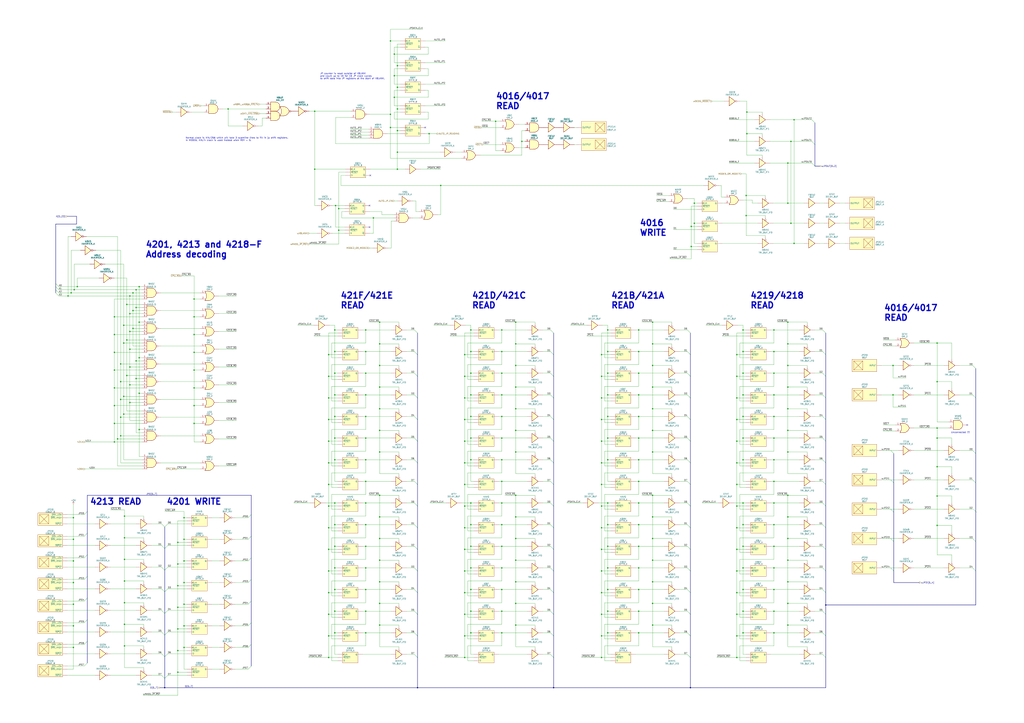
<source format=kicad_sch>
(kicad_sch (version 20230121) (generator eeschema)
  (paper "A1")
  (title_block (title "SNES S-CPU Schematics ") (date "2023-10-21") (rev "0.1") (company "Author: Regis Galland"))
  (junction (at 524.51 484.505))
  (junction (at 269.875 380.365))
  (junction (at 499.11 484.505))
  (junction (at 114.3 264.795))
  (junction (at 146.05 463.55))
  (junction (at 524.51 288.925))
  (junction (at 499.11 288.925))
  (junction (at 311.785 407.035))
  (junction (at 769.62 360.045))
  (junction (at 610.235 413.385))
  (junction (at 605.155 540.385))
  (junction (at 769.62 431.8))
  (junction (at 60.96 238.125))
  (junction (at 274.955 484.505))
  (junction (at 311.785 300.355))
  (junction (at 733.425 300.355))
  (junction (at 605.155 327.025))
  (junction (at 605.155 487.045))
  (junction (at 494.03 451.485))
  (junction (at 423.545 300.355))
  (junction (at 610.235 342.265))
  (junction (at 102.235 424.18))
  (junction (at 769.62 407.67))
  (junction (at 60.325 496.57))
  (junction (at 610.235 288.925))
  (junction (at 535.94 318.135))
  (junction (at 274.955 448.945))
  (junction (at 649.605 183.515))
  (junction (at 311.785 318.135))
  (junction (at 326.39 125.095))
  (junction (at 524.51 360.045))
  (junction (at 652.145 98.425))
  (junction (at 106.68 243.205))
  (junction (at 412.115 306.705))
  (junction (at 114.3 235.585))
  (junction (at 269.875 540.385))
  (junction (at 610.235 520.065))
  (junction (at 278.13 189.23))
  (junction (at 381.635 327.025))
  (junction (at 159.385 333.375))
  (junction (at 93.98 304.165))
  (junction (at 114.3 294.005))
  (junction (at 146.05 445.77))
  (junction (at 381.635 451.485))
  (junction (at 60.325 425.45))
  (junction (at 300.355 271.145))
  (junction (at 647.065 300.355))
  (junction (at 567.69 186.055))
  (junction (at 269.875 309.245))
  (junction (at 412.115 288.925))
  (junction (at 567.055 565.15))
  (junction (at 524.51 271.145))
  (junction (at 323.85 44.45))
  (junction (at 524.51 395.605))
  (junction (at 60.325 478.79))
  (junction (at 386.715 360.045))
  (junction (at 187.325 89.535))
  (junction (at 499.11 448.945))
  (junction (at 412.115 520.065))
  (junction (at 635.635 342.265))
  (junction (at 269.875 344.805))
  (junction (at 381.635 469.265))
  (junction (at 55.88 243.205))
  (junction (at 386.715 431.165))
  (junction (at 610.235 271.145))
  (junction (at 535.94 407.035))
  (junction (at 311.785 353.695))
  (junction (at 612.775 177.165))
  (junction (at 535.94 478.155))
  (junction (at 535.94 264.795))
  (junction (at 499.11 306.705))
  (junction (at 769.62 313.69))
  (junction (at 494.03 504.825))
  (junction (at 93.98 260.35))
  (junction (at 635.635 288.925))
  (junction (at 102.235 477.52))
  (junction (at 494.03 469.265))
  (junction (at 386.715 324.485))
  (junction (at 311.785 282.575))
  (junction (at 300.355 360.045))
  (junction (at 60.325 461.01))
  (junction (at 311.785 264.795))
  (junction (at 423.545 460.375))
  (junction (at 647.065 407.035))
  (junction (at 381.635 362.585))
  (junction (at 106.68 301.625))
  (junction (at 102.235 441.96))
  (junction (at 386.715 288.925))
  (junction (at 300.355 306.705))
  (junction (at 300.355 342.265))
  (junction (at 524.51 306.705))
  (junction (at 151.13 514.35))
  (junction (at 386.715 466.725))
  (junction (at 407.035 99.695))
  (junction (at 769.62 351.79))
  (junction (at 769.62 383.54))
  (junction (at 135.255 565.15))
  (junction (at 106.68 257.81))
  (junction (at 647.065 282.575))
  (junction (at 635.635 271.145))
  (junction (at 423.545 442.595))
  (junction (at 278.13 171.45))
  (junction (at 111.76 296.545))
  (junction (at 274.955 502.285))
  (junction (at 111.76 238.125))
  (junction (at 647.065 424.815))
  (junction (at 320.675 93.98))
  (junction (at 269.875 451.485))
  (junction (at 326.39 107.315))
  (junction (at 386.715 377.825))
  (junction (at 635.635 466.725))
  (junction (at 258.445 139.065))
  (junction (at 269.875 469.265))
  (junction (at 274.955 342.265))
  (junction (at 412.115 431.165))
  (junction (at 635.635 484.505))
  (junction (at 326.39 139.065))
  (junction (at 159.385 347.98))
  (junction (at 326.39 53.975))
  (junction (at 106.68 330.835))
  (junction (at 499.11 413.385))
  (junction (at 99.06 313.69))
  (junction (at 274.955 306.705))
  (junction (at 535.94 335.915))
  (junction (at 274.955 466.725))
  (junction (at 146.05 516.89))
  (junction (at 499.11 377.825))
  (junction (at 412.115 360.045))
  (junction (at 63.5 235.585))
  (junction (at 386.715 502.285))
  (junction (at 678.18 497.205))
  (junction (at 151.13 532.13))
  (junction (at 386.715 520.065))
  (junction (at 567.69 202.565))
  (junction (at 114.3 353.06))
  (junction (at 159.385 304.165))
  (junction (at 535.94 300.355))
  (junction (at 535.94 282.575))
  (junction (at 274.955 377.825))
  (junction (at 605.155 469.265))
  (junction (at 311.785 460.375))
  (junction (at 652.145 200.025))
  (junction (at 101.6 325.755))
  (junction (at 499.11 502.285))
  (junction (at 106.68 272.415))
  (junction (at 300.355 413.385))
  (junction (at 605.155 362.585))
  (junction (at 326.39 89.535))
  (junction (at 104.14 279.4))
  (junction (at 60.325 514.35))
  (junction (at 311.785 495.935))
  (junction (at 311.785 513.715))
  (junction (at 570.23 183.515))
  (junction (at 647.065 335.915))
  (junction (at 570.23 167.005))
  (junction (at 269.875 398.145))
  (junction (at 647.065 460.375))
  (junction (at 635.635 413.385))
  (junction (at 300.355 502.285))
  (junction (at 60.325 443.23))
  (junction (at 159.385 245.745))
  (junction (at 306.705 179.07))
  (junction (at 151.13 478.79))
  (junction (at 109.22 269.875))
  (junction (at 494.03 540.385))
  (junction (at 381.635 291.465))
  (junction (at 60.325 532.13))
  (junction (at 412.115 342.265))
  (junction (at 494.03 327.025))
  (junction (at 342.9 565.15))
  (junction (at 104.14 250.19))
  (junction (at 104.14 308.61))
  (junction (at 647.065 495.935))
  (junction (at 494.03 415.925))
  (junction (at 300.355 431.165))
  (junction (at 381.635 398.145))
  (junction (at 423.545 495.935))
  (junction (at 381.635 344.805))
  (junction (at 381.635 522.605))
  (junction (at 300.355 288.925))
  (junction (at 300.355 448.945))
  (junction (at 605.155 291.465))
  (junction (at 311.785 371.475))
  (junction (at 454.66 565.15))
  (junction (at 423.545 513.715))
  (junction (at 381.635 487.045))
  (junction (at 647.065 478.155))
  (junction (at 412.115 502.285))
  (junction (at 102.235 530.86))
  (junction (at 613.41 92.075))
  (junction (at 381.635 309.245))
  (junction (at 647.065 318.135))
  (junction (at 274.955 360.045))
  (junction (at 535.94 442.595))
  (junction (at 381.635 504.825))
  (junction (at 151.13 425.45))
  (junction (at 412.115 271.145))
  (junction (at 386.715 342.265))
  (junction (at 610.235 431.165))
  (junction (at 612.775 160.655))
  (junction (at 269.875 504.825))
  (junction (at 102.235 459.74))
  (junction (at 381.635 380.365))
  (junction (at 386.715 448.945))
  (junction (at 635.635 377.825))
  (junction (at 535.94 495.935))
  (junction (at 386.715 271.145))
  (junction (at 159.385 289.56))
  (junction (at 647.065 133.985))
  (junction (at 635.635 431.165))
  (junction (at 311.785 335.915))
  (junction (at 499.11 342.265))
  (junction (at 535.94 424.815))
  (junction (at 499.11 466.725))
  (junction (at 412.115 324.485))
  (junction (at 423.545 478.155))
  (junction (at 269.875 415.925))
  (junction (at 494.03 522.605))
  (junction (at 647.065 353.695))
  (junction (at 423.545 282.575))
  (junction (at 605.155 433.705))
  (junction (at 499.11 271.145))
  (junction (at 605.155 522.605))
  (junction (at 423.545 371.475))
  (junction (at 524.51 466.725))
  (junction (at 635.635 502.285))
  (junction (at 111.76 311.15))
  (junction (at 109.22 255.27))
  (junction (at 647.065 513.715))
  (junction (at 106.68 287.02))
  (junction (at 106.68 316.23))
  (junction (at 269.875 362.585))
  (junction (at 269.875 327.025))
  (junction (at 159.385 274.955))
  (junction (at 524.51 520.065))
  (junction (at 111.76 252.73))
  (junction (at 102.235 513.08))
  (junction (at 101.6 340.36))
  (junction (at 323.85 80.01))
  (junction (at 146.05 499.11))
  (junction (at 300.355 520.065))
  (junction (at 494.03 291.465))
  (junction (at 733.425 324.485))
  (junction (at 151.13 496.57))
  (junction (at 647.065 371.475))
  (junction (at 320.675 33.655))
  (junction (at 494.03 487.045))
  (junction (at 146.05 552.45))
  (junction (at 269.875 433.705))
  (junction (at 535.94 513.715))
  (junction (at 101.6 267.335))
  (junction (at 524.51 413.385))
  (junction (at 605.155 415.925))
  (junction (at 613.41 109.855))
  (junction (at 274.955 520.065))
  (junction (at 423.545 407.035))
  (junction (at 381.635 433.705))
  (junction (at 647.065 167.005))
  (junction (at 605.155 451.485))
  (junction (at 159.385 318.77))
  (junction (at 381.635 415.925))
  (junction (at 412.115 466.725))
  (junction (at 386.715 306.705))
  (junction (at 323.85 62.23))
  (junction (at 524.51 448.945))
  (junction (at 412.115 377.825))
  (junction (at 524.51 342.265))
  (junction (at 610.235 324.485))
  (junction (at 635.635 395.605))
  (junction (at 649.605 116.205))
  (junction (at 412.115 484.505))
  (junction (at 647.065 442.595))
  (junction (at 320.675 104.775))
  (junction (at 499.11 324.485))
  (junction (at 535.94 371.475))
  (junction (at 300.355 377.825))
  (junction (at 381.635 540.385))
  (junction (at 114.3 323.215))
  (junction (at 605.155 398.145))
  (junction (at 524.51 377.825))
  (junction (at 610.235 360.045))
  (junction (at 610.235 306.705))
  (junction (at 605.155 344.805))
  (junction (at 635.635 448.945))
  (junction (at 151.13 461.01))
  (junction (at 412.115 448.945))
  (junction (at 352.425 109.855))
  (junction (at 412.115 395.605))
  (junction (at 300.355 484.505))
  (junction (at 499.11 360.045))
  (junction (at 635.635 520.065))
  (junction (at 423.545 424.815))
  (junction (at 524.51 431.165))
  (junction (at 99.06 299.085))
  (junction (at 274.955 324.485))
  (junction (at 494.03 398.145))
  (junction (at 96.52 360.68))
  (junction (at 494.03 380.365))
  (junction (at 93.98 347.98))
  (junction (at 99.06 342.9))
  (junction (at 499.11 520.065))
  (junction (at 386.715 413.385))
  (junction (at 535.94 460.375))
  (junction (at 300.355 324.485))
  (junction (at 269.875 522.605))
  (junction (at 311.785 424.815))
  (junction (at 605.155 309.245))
  (junction (at 93.98 274.955))
  (junction (at 423.545 318.135))
  (junction (at 647.065 264.795))
  (junction (at 258.445 91.44))
  (junction (at 635.635 360.045))
  (junction (at 326.39 71.755))
  (junction (at 274.955 431.165))
  (junction (at 524.51 324.485))
  (junction (at 99.06 328.295))
  (junction (at 494.03 433.705))
  (junction (at 635.635 324.485))
  (junction (at 93.98 289.56))
  (junction (at 423.545 353.695))
  (junction (at 300.355 395.605))
  (junction (at 274.955 288.925))
  (junction (at 386.715 484.505))
  (junction (at 610.235 377.825))
  (junction (at 610.235 484.505))
  (junction (at 605.155 380.365))
  (junction (at 610.235 448.945))
  (junction (at 423.545 335.915))
  (junction (at 274.955 413.385))
  (junction (at 494.03 362.585))
  (junction (at 93.98 333.375))
  (junction (at 311.785 478.155))
  (junction (at 311.785 442.595))
  (junction (at 269.875 291.465))
  (junction (at 102.235 495.3))
  (junction (at 610.235 502.285))
  (junction (at 269.875 487.045))
  (junction (at 610.235 466.725))
  (junction (at 58.42 240.665))
  (junction (at 524.51 502.285))
  (junction (at 605.155 504.825))
  (junction (at 361.95 152.4))
  (junction (at 159.385 260.35))
  (junction (at 499.11 431.165))
  (junction (at 423.545 264.795))
  (junction (at 412.115 413.385))
  (junction (at 300.355 466.725))
  (junction (at 93.98 318.77))
  (junction (at 109.22 240.665))
  (junction (at 146.05 481.33))
  (junction (at 274.955 271.145))
  (junction (at 101.6 281.94))
  (junction (at 494.03 344.805))
  (junction (at 93.98 363.22))
  (junction (at 99.06 358.14))
  (junction (at 494.03 309.245))
  (junction (at 635.635 306.705))
  (junction (at 535.94 353.695))
  (junction (at 428.625 116.205))
  (junction (at 146.05 534.67))
  (junction (at 275.59 168.91))
  (junction (at 769.62 281.94))
  (junction (at 151.13 443.23))
  (no_connect (at 303.53 186.69))
  (no_connect (at 303.53 168.91))
  (no_connect (at 349.25 104.775))
  (no_connect (at 794.385 349.25))
  (no_connect (at 304.165 144.145))
  (bus_entry (at 675.64 342.265) (size 2.54 2.54))
  (bus_entry (at 452.12 413.385) (size 2.54 2.54))
  (bus_entry (at 564.515 448.945) (size 2.54 2.54))
  (bus_entry (at 340.36 520.065) (size 2.54 2.54))
  (bus_entry (at 132.715 430.53) (size 2.54 2.54))
  (bus_entry (at 452.12 360.045) (size 2.54 2.54))
  (bus_entry (at 798.83 466.725) (size 2.54 2.54))
  (bus_entry (at 452.12 288.925) (size 2.54 2.54))
  (bus_entry (at 564.515 342.265) (size 2.54 2.54))
  (bus_entry (at 798.83 442.595) (size 2.54 2.54))
  (bus_entry (at 452.12 377.825) (size 2.54 2.54))
  (bus_entry (at 203.835 549.91) (size 2.54 -2.54))
  (bus_entry (at 666.75 98.425) (size 2.54 2.54))
  (bus_entry (at 675.64 271.145) (size 2.54 2.54))
  (bus_entry (at 340.36 324.485) (size 2.54 2.54))
  (bus_entry (at 132.715 537.21) (size 2.54 2.54))
  (bus_entry (at 45.72 238.125) (size 2.54 2.54))
  (bus_entry (at 69.215 529.59) (size 2.54 -2.54))
  (bus_entry (at 340.36 395.605) (size 2.54 2.54))
  (bus_entry (at 452.12 448.945) (size 2.54 2.54))
  (bus_entry (at 675.64 537.845) (size 2.54 2.54))
  (bus_entry (at 340.36 466.725) (size 2.54 2.54))
  (bus_entry (at 137.795 448.31) (size -2.54 2.54))
  (bus_entry (at 452.12 484.505) (size 2.54 2.54))
  (bus_entry (at 137.795 501.65) (size -2.54 2.54))
  (bus_entry (at 666.75 116.205) (size 2.54 2.54))
  (bus_entry (at 452.12 395.605) (size 2.54 2.54))
  (bus_entry (at 69.215 440.69) (size 2.54 -2.54))
  (bus_entry (at 675.64 413.385) (size 2.54 2.54))
  (bus_entry (at 203.835 532.13) (size 2.54 -2.54))
  (bus_entry (at 340.36 502.285) (size 2.54 2.54))
  (bus_entry (at 452.12 537.845) (size 2.54 2.54))
  (bus_entry (at 132.715 466.09) (size 2.54 2.54))
  (bus_entry (at 675.64 448.945) (size 2.54 2.54))
  (bus_entry (at 340.36 288.925) (size 2.54 2.54))
  (bus_entry (at 564.515 484.505) (size 2.54 2.54))
  (bus_entry (at 675.64 360.045) (size 2.54 2.54))
  (bus_entry (at 564.515 288.925) (size 2.54 2.54))
  (bus_entry (at 137.795 537.21) (size -2.54 2.54))
  (bus_entry (at 69.215 476.25) (size 2.54 -2.54))
  (bus_entry (at 564.515 413.385) (size 2.54 2.54))
  (bus_entry (at 45.72 233.045) (size 2.54 2.54))
  (bus_entry (at 675.64 431.165) (size 2.54 2.54))
  (bus_entry (at 798.83 370.205) (size 2.54 2.54))
  (bus_entry (at 132.715 501.65) (size 2.54 2.54))
  (bus_entry (at 69.215 547.37) (size 2.54 -2.54))
  (bus_entry (at 452.12 324.485) (size 2.54 2.54))
  (bus_entry (at 731.52 394.335) (size 2.54 2.54))
  (bus_entry (at 340.36 484.505) (size 2.54 2.54))
  (bus_entry (at 564.515 360.045) (size 2.54 2.54))
  (bus_entry (at 564.515 502.285) (size 2.54 2.54))
  (bus_entry (at 452.12 431.165) (size 2.54 2.54))
  (bus_entry (at 69.215 511.81) (size 2.54 -2.54))
  (bus_entry (at 675.64 484.505) (size 2.54 2.54))
  (bus_entry (at 666.75 133.985) (size 2.54 2.54))
  (bus_entry (at 203.835 514.35) (size 2.54 -2.54))
  (bus_entry (at 564.515 466.725) (size 2.54 2.54))
  (bus_entry (at 203.835 425.45) (size 2.54 -2.54))
  (bus_entry (at 798.83 394.335) (size 2.54 2.54))
  (bus_entry (at 132.715 519.43) (size 2.54 2.54))
  (bus_entry (at 675.64 502.285) (size 2.54 2.54))
  (bus_entry (at 564.515 431.165) (size 2.54 2.54))
  (bus_entry (at 564.515 395.605) (size 2.54 2.54))
  (bus_entry (at 132.715 554.99) (size 2.54 2.54))
  (bus_entry (at 675.64 395.605) (size 2.54 2.54))
  (bus_entry (at 132.715 483.87) (size 2.54 2.54))
  (bus_entry (at 137.795 466.09) (size -2.54 2.54))
  (bus_entry (at 340.36 537.845) (size 2.54 2.54))
  (bus_entry (at 137.795 554.99) (size -2.54 2.54))
  (bus_entry (at 798.83 300.355) (size 2.54 2.54))
  (bus_entry (at 564.515 377.825) (size 2.54 2.54))
  (bus_entry (at 137.795 430.53) (size -2.54 2.54))
  (bus_entry (at 799.465 418.465) (size 2.54 2.54))
  (bus_entry (at 564.515 306.705) (size 2.54 2.54))
  (bus_entry (at 798.83 324.485) (size 2.54 2.54))
  (bus_entry (at 731.52 418.465) (size 2.54 2.54))
  (bus_entry (at 203.835 478.79) (size 2.54 -2.54))
  (bus_entry (at 675.64 306.705) (size 2.54 2.54))
  (bus_entry (at 452.12 520.065) (size 2.54 2.54))
  (bus_entry (at 731.52 442.595) (size 2.54 2.54))
  (bus_entry (at 340.36 360.045) (size 2.54 2.54))
  (bus_entry (at 675.64 324.485) (size 2.54 2.54))
  (bus_entry (at 340.36 271.145) (size 2.54 2.54))
  (bus_entry (at 452.12 466.725) (size 2.54 2.54))
  (bus_entry (at 45.72 235.585) (size 2.54 2.54))
  (bus_entry (at 132.715 448.31) (size 2.54 2.54))
  (bus_entry (at 340.36 377.825) (size 2.54 2.54))
  (bus_entry (at 675.64 466.725) (size 2.54 2.54))
  (bus_entry (at 564.515 324.485) (size 2.54 2.54))
  (bus_entry (at 137.795 483.87) (size -2.54 2.54))
  (bus_entry (at 340.36 413.385) (size 2.54 2.54))
  (bus_entry (at 340.36 342.265) (size 2.54 2.54))
  (bus_entry (at 564.515 537.845) (size 2.54 2.54))
  (bus_entry (at 69.215 458.47) (size 2.54 -2.54))
  (bus_entry (at 69.215 422.91) (size 2.54 -2.54))
  (bus_entry (at 452.12 306.705) (size 2.54 2.54))
  (bus_entry (at 340.36 431.165) (size 2.54 2.54))
  (bus_entry (at 675.64 377.825) (size 2.54 2.54))
  (bus_entry (at 675.64 288.925) (size 2.54 2.54))
  (bus_entry (at 340.36 448.945) (size 2.54 2.54))
  (bus_entry (at 137.795 519.43) (size -2.54 2.54))
  (bus_entry (at 731.52 466.725) (size 2.54 2.54))
  (bus_entry (at 731.52 370.205) (size 2.54 2.54))
  (bus_entry (at 69.215 494.03) (size 2.54 -2.54))
  (bus_entry (at 675.64 520.065) (size 2.54 2.54))
  (bus_entry (at 203.835 496.57) (size 2.54 -2.54))
  (bus_entry (at 452.12 502.285) (size 2.54 2.54))
  (bus_entry (at 203.835 443.23) (size 2.54 -2.54))
  (bus_entry (at 452.12 271.145) (size 2.54 2.54))
  (bus_entry (at 564.515 520.065) (size 2.54 2.54))
  (bus_entry (at 45.72 240.665) (size 2.54 2.54))
  (bus_entry (at 564.515 271.145) (size 2.54 2.54))
  (bus_entry (at 452.12 342.265) (size 2.54 2.54))
  (bus_entry (at 203.835 461.01) (size 2.54 -2.54))
  (bus_entry (at 340.36 306.705) (size 2.54 2.54))
  (wire (pts (xy 274.955 448.945) (xy 277.495 448.945)))
  (wire (pts (xy 303.53 191.77) (xy 306.705 191.77)))
  (bus (pts (xy 45.72 184.15) (xy 62.865 184.15)))
  (wire (pts (xy 381.635 344.805) (xy 381.635 362.585)))
  (wire (pts (xy 272.415 311.785) (xy 277.495 311.785)))
  (bus (pts (xy 678.18 504.825) (xy 678.18 522.605)))
  (wire (pts (xy 445.77 466.725) (xy 452.12 466.725)))
  (wire (pts (xy 635.635 484.505) (xy 635.635 495.3)))
  (wire (pts (xy 187.325 89.535) (xy 187.325 103.505)))
  (wire (pts (xy 496.57 329.565) (xy 501.65 329.565)))
  (wire (pts (xy 499.11 306.705) (xy 499.11 324.485)))
  (wire (pts (xy 607.695 436.245) (xy 612.775 436.245)))
  (wire (pts (xy 153.67 499.11) (xy 146.05 499.11)))
  (wire (pts (xy 269.875 415.925) (xy 269.875 433.705)))
  (wire (pts (xy 328.93 51.435) (xy 323.85 51.435)))
  (wire (pts (xy 99.06 313.69) (xy 116.84 313.69)))
  (wire (pts (xy 300.355 448.945) (xy 321.31 448.945)))
  (wire (pts (xy 433.07 431.165) (xy 412.115 431.165)))
  (wire (pts (xy 179.705 272.415) (xy 194.31 272.415)))
  (wire (pts (xy 633.095 520.065) (xy 635.635 520.065)))
  (wire (pts (xy 257.81 276.225) (xy 277.495 276.225)))
  (wire (pts (xy 610.235 520.065) (xy 610.235 502.285)))
  (wire (pts (xy 323.85 74.295) (xy 323.85 80.01)))
  (wire (pts (xy 320.675 24.13) (xy 320.675 33.655)))
  (wire (pts (xy 433.07 413.385) (xy 412.115 413.385)))
  (wire (pts (xy 605.155 291.465) (xy 605.155 309.245)))
  (wire (pts (xy 779.145 346.71) (xy 769.62 346.71)))
  (wire (pts (xy 193.04 549.91) (xy 203.835 549.91)))
  (bus (pts (xy 567.055 344.805) (xy 567.055 362.585)))
  (wire (pts (xy 605.155 344.805) (xy 605.155 362.585)))
  (wire (pts (xy 524.51 502.285) (xy 521.97 502.285)))
  (wire (pts (xy 412.115 448.945) (xy 433.07 448.945)))
  (wire (pts (xy 635.635 271.145) (xy 635.635 281.94)))
  (wire (pts (xy 633.095 377.825) (xy 635.635 377.825)))
  (wire (pts (xy 617.855 164.465) (xy 617.855 167.005)))
  (wire (pts (xy 327.66 372.745) (xy 327.66 371.475)))
  (wire (pts (xy 269.875 451.485) (xy 269.875 469.265)))
  (wire (pts (xy 524.51 342.265) (xy 545.465 342.265)))
  (wire (pts (xy 323.85 92.075) (xy 323.85 97.79)))
  (wire (pts (xy 725.17 349.25) (xy 735.33 349.25)))
  (wire (pts (xy 369.57 276.225) (xy 389.255 276.225)))
  (bus (pts (xy 135.255 504.19) (xy 135.255 521.97)))
  (wire (pts (xy 549.91 212.725) (xy 567.69 212.725)))
  (wire (pts (xy 501.65 466.725) (xy 499.11 466.725)))
  (wire (pts (xy 613.41 92.075) (xy 626.11 92.075)))
  (wire (pts (xy 594.995 161.925) (xy 592.455 161.925)))
  (wire (pts (xy 647.065 318.135) (xy 647.065 335.915)))
  (wire (pts (xy 558.165 306.705) (xy 564.515 306.705)))
  (wire (pts (xy 610.235 502.285) (xy 612.775 502.285)))
  (wire (pts (xy 272.415 513.08) (xy 272.415 525.145)))
  (wire (pts (xy 769.62 313.69) (xy 769.62 281.94)))
  (wire (pts (xy 626.11 128.905) (xy 626.11 127.635)))
  (wire (pts (xy 334.01 537.845) (xy 340.36 537.845)))
  (wire (pts (xy 646.43 353.695) (xy 647.065 353.695)))
  (wire (pts (xy 521.97 324.485) (xy 524.51 324.485)))
  (wire (pts (xy 272.415 406.4) (xy 300.355 406.4)))
  (wire (pts (xy 635.635 306.705) (xy 656.59 306.705)))
  (wire (pts (xy 384.175 507.365) (xy 389.255 507.365)))
  (wire (pts (xy 272.415 388.62) (xy 300.355 388.62)))
  (wire (pts (xy 96.52 360.68) (xy 116.84 360.68)))
  (wire (pts (xy 102.235 548.64) (xy 102.235 530.86)))
  (wire (pts (xy 153.67 532.13) (xy 151.13 532.13)))
  (wire (pts (xy 669.29 537.845) (xy 675.64 537.845)))
  (wire (pts (xy 781.685 360.045) (xy 781.685 365.125)))
  (wire (pts (xy 524.51 342.265) (xy 524.51 353.06)))
  (wire (pts (xy 607.695 83.185) (xy 613.41 83.185)))
  (wire (pts (xy 496.57 299.72) (xy 496.57 311.785)))
  (wire (pts (xy 535.94 389.255) (xy 535.94 371.475)))
  (wire (pts (xy 389.255 451.485) (xy 381.635 451.485)))
  (wire (pts (xy 592.455 161.925) (xy 592.455 152.4)))
  (wire (pts (xy 384.175 459.74) (xy 412.115 459.74)))
  (wire (pts (xy 652.145 98.425) (xy 666.75 98.425)))
  (wire (pts (xy 428.625 116.205) (xy 431.165 116.205)))
  (wire (pts (xy 725.17 279.4) (xy 735.33 279.4)))
  (wire (pts (xy 598.805 133.985) (xy 619.76 133.985)))
  (wire (pts (xy 334.01 395.605) (xy 340.36 395.605)))
  (wire (pts (xy 349.25 69.215) (xy 365.76 69.215)))
  (wire (pts (xy 610.235 395.605) (xy 612.775 395.605)))
  (wire (pts (xy 524.51 431.165) (xy 521.97 431.165)))
  (wire (pts (xy 272.415 370.84) (xy 272.415 382.905)))
  (wire (pts (xy 137.795 483.87) (xy 153.67 483.87)))
  (wire (pts (xy 55.245 476.25) (xy 69.215 476.25)))
  (wire (pts (xy 612.775 504.825) (xy 605.155 504.825)))
  (wire (pts (xy 635.635 342.265) (xy 633.095 342.265)))
  (wire (pts (xy 395.605 99.695) (xy 407.035 99.695)))
  (wire (pts (xy 274.955 267.335) (xy 274.955 271.145)))
  (wire (pts (xy 159.385 260.35) (xy 159.385 274.955)))
  (wire (pts (xy 101.6 217.17) (xy 101.6 267.335)))
  (wire (pts (xy 326.39 36.195) (xy 326.39 53.975)))
  (wire (pts (xy 423.545 264.795) (xy 423.545 282.575)))
  (wire (pts (xy 501.65 344.805) (xy 494.03 344.805)))
  (wire (pts (xy 55.245 554.99) (xy 78.105 554.99)))
  (wire (pts (xy 551.815 460.375) (xy 535.94 460.375)))
  (wire (pts (xy 116.84 245.745) (xy 93.98 245.745)))
  (wire (pts (xy 524.51 466.725) (xy 545.465 466.725)))
  (wire (pts (xy 499.11 502.285) (xy 501.65 502.285)))
  (wire (pts (xy 116.84 358.14) (xy 99.06 358.14)))
  (wire (pts (xy 179.705 287.02) (xy 194.31 287.02)))
  (wire (pts (xy 106.68 272.415) (xy 116.84 272.415)))
  (wire (pts (xy 328.93 92.075) (xy 323.85 92.075)))
  (wire (pts (xy 412.115 395.605) (xy 433.07 395.605)))
  (wire (pts (xy 300.355 306.705) (xy 300.355 317.5)))
  (wire (pts (xy 386.715 377.825) (xy 386.715 395.605)))
  (wire (pts (xy 349.25 86.995) (xy 365.76 86.995)))
  (wire (pts (xy 272.415 329.565) (xy 277.495 329.565)))
  (wire (pts (xy 277.495 362.585) (xy 269.875 362.585)))
  (bus (pts (xy 131.445 565.15) (xy 135.255 565.15)))
  (wire (pts (xy 389.255 522.605) (xy 381.635 522.605)))
  (wire (pts (xy 662.94 283.845) (xy 662.94 282.575)))
  (wire (pts (xy 151.13 514.35) (xy 153.67 514.35)))
  (wire (pts (xy 545.465 413.385) (xy 524.51 413.385)))
  (wire (pts (xy 439.42 478.155) (xy 439.42 479.425)))
  (wire (pts (xy 102.235 513.08) (xy 102.235 530.86)))
  (wire (pts (xy 275.59 118.11) (xy 352.425 118.11)))
  (wire (pts (xy 93.98 289.56) (xy 93.98 274.955)))
  (wire (pts (xy 135.255 420.37) (xy 151.13 420.37)))
  (wire (pts (xy 662.94 514.985) (xy 662.94 513.715)))
  (bus (pts (xy 71.755 509.27) (xy 71.755 491.49)))
  (wire (pts (xy 605.155 540.385) (xy 588.645 540.385)))
  (wire (pts (xy 551.815 372.745) (xy 551.815 371.475)))
  (wire (pts (xy 607.695 513.08) (xy 607.695 525.145)))
  (wire (pts (xy 694.055 167.005) (xy 689.61 167.005)))
  (wire (pts (xy 384.175 353.06) (xy 412.115 353.06)))
  (wire (pts (xy 412.115 271.145) (xy 409.575 271.145)))
  (wire (pts (xy 496.57 441.96) (xy 496.57 454.025)))
  (wire (pts (xy 146.05 427.99) (xy 146.05 445.77)))
  (wire (pts (xy 173.99 549.91) (xy 180.34 549.91)))
  (wire (pts (xy 173.99 532.13) (xy 180.34 532.13)))
  (wire (pts (xy 662.94 318.135) (xy 647.065 318.135)))
  (wire (pts (xy 384.175 347.345) (xy 389.255 347.345)))
  (wire (pts (xy 272.415 418.465) (xy 277.495 418.465)))
  (bus (pts (xy 734.06 469.265) (xy 734.06 478.79)))
  (wire (pts (xy 649.605 116.205) (xy 666.75 116.205)))
  (wire (pts (xy 384.175 299.72) (xy 412.115 299.72)))
  (wire (pts (xy 607.695 525.145) (xy 612.775 525.145)))
  (wire (pts (xy 55.245 440.69) (xy 69.215 440.69)))
  (wire (pts (xy 551.815 283.845) (xy 551.815 282.575)))
  (wire (pts (xy 334.01 413.385) (xy 340.36 413.385)))
  (wire (pts (xy 104.14 250.19) (xy 104.14 279.4)))
  (wire (pts (xy 647.065 133.985) (xy 666.75 133.985)))
  (wire (pts (xy 173.99 425.45) (xy 180.34 425.45)))
  (wire (pts (xy 662.94 513.715) (xy 647.065 513.715)))
  (wire (pts (xy 731.52 394.335) (xy 737.87 394.335)))
  (wire (pts (xy 159.385 274.955) (xy 159.385 289.56)))
  (wire (pts (xy 524.51 395.605) (xy 524.51 406.4)))
  (wire (pts (xy 635.635 324.485) (xy 656.59 324.485)))
  (wire (pts (xy 496.57 477.52) (xy 524.51 477.52)))
  (bus (pts (xy 678.18 380.365) (xy 678.18 398.145)))
  (wire (pts (xy 423.545 407.035) (xy 439.42 407.035)))
  (wire (pts (xy 551.815 478.155) (xy 551.815 479.425)))
  (bus (pts (xy 454.66 273.685) (xy 454.66 291.465)))
  (wire (pts (xy 612.775 537.845) (xy 610.235 537.845)))
  (wire (pts (xy 272.415 281.94) (xy 272.415 294.005)))
  (wire (pts (xy 277.495 469.265) (xy 269.875 469.265)))
  (wire (pts (xy 412.115 502.285) (xy 409.575 502.285)))
  (wire (pts (xy 612.775 327.025) (xy 605.155 327.025)))
  (wire (pts (xy 633.095 413.385) (xy 635.635 413.385)))
  (wire (pts (xy 496.57 471.805) (xy 501.65 471.805)))
  (wire (pts (xy 274.955 324.485) (xy 274.955 342.265)))
  (wire (pts (xy 311.785 495.935) (xy 311.785 513.715)))
  (wire (pts (xy 381.635 362.585) (xy 381.635 380.365)))
  (wire (pts (xy 101.6 281.94) (xy 101.6 325.755)))
  (wire (pts (xy 501.65 360.045) (xy 499.11 360.045)))
  (wire (pts (xy 303.53 93.98) (xy 320.675 93.98)))
  (wire (pts (xy 269.875 433.705) (xy 269.875 451.485)))
  (wire (pts (xy 213.36 85.725) (xy 218.44 85.725)))
  (wire (pts (xy 494.03 433.705) (xy 494.03 451.485)))
  (wire (pts (xy 55.245 483.87) (xy 78.105 483.87)))
  (wire (pts (xy 501.65 520.065) (xy 499.11 520.065)))
  (wire (pts (xy 300.355 271.145) (xy 297.815 271.145)))
  (wire (pts (xy 539.115 165.735) (xy 549.275 165.735)))
  (wire (pts (xy 302.895 108.585) (xy 287.655 108.585)))
  (wire (pts (xy 323.85 86.995) (xy 323.85 80.01)))
  (wire (pts (xy 499.11 306.705) (xy 499.11 288.925)))
  (wire (pts (xy 412.115 324.485) (xy 412.115 335.28)))
  (wire (pts (xy 607.695 400.685) (xy 612.775 400.685)))
  (wire (pts (xy 553.085 172.085) (xy 572.77 172.085)))
  (wire (pts (xy 389.255 377.825) (xy 386.715 377.825)))
  (wire (pts (xy 496.57 441.96) (xy 524.51 441.96)))
  (wire (pts (xy 494.03 398.145) (xy 494.03 415.925)))
  (wire (pts (xy 384.175 424.18) (xy 412.115 424.18)))
  (wire (pts (xy 327.66 264.795) (xy 327.66 266.065)))
  (wire (pts (xy 723.9 300.355) (xy 733.425 300.355)))
  (bus (pts (xy 801.37 469.265) (xy 801.37 497.205)))
  (wire (pts (xy 106.68 257.81) (xy 106.68 272.415)))
  (wire (pts (xy 494.03 522.605) (xy 494.03 540.385)))
  (wire (pts (xy 384.175 353.06) (xy 384.175 365.125)))
  (wire (pts (xy 334.01 484.505) (xy 340.36 484.505)))
  (wire (pts (xy 524.51 360.045) (xy 545.465 360.045)))
  (wire (pts (xy 551.815 354.965) (xy 551.815 353.695)))
  (bus (pts (xy 135.255 565.15) (xy 342.9 565.15)))
  (wire (pts (xy 733.425 300.355) (xy 737.87 300.355)))
  (wire (pts (xy 612.775 484.505) (xy 610.235 484.505)))
  (wire (pts (xy 478.79 413.385) (xy 465.455 413.385)))
  (wire (pts (xy 124.46 430.53) (xy 132.715 430.53)))
  (bus (pts (xy 342.9 522.605) (xy 342.9 540.385)))
  (bus (pts (xy 567.055 398.145) (xy 567.055 415.925)))
  (wire (pts (xy 612.775 360.045) (xy 610.235 360.045)))
  (wire (pts (xy 153.67 463.55) (xy 146.05 463.55)))
  (wire (pts (xy 496.57 436.245) (xy 501.65 436.245)))
  (wire (pts (xy 99.06 205.74) (xy 78.74 205.74)))
  (bus (pts (xy 454.66 309.245) (xy 454.66 327.025)))
  (wire (pts (xy 106.68 316.23) (xy 116.84 316.23)))
  (wire (pts (xy 445.77 271.145) (xy 452.12 271.145)))
  (wire (pts (xy 361.95 152.4) (xy 577.85 152.4)))
  (wire (pts (xy 551.815 318.135) (xy 535.94 318.135)))
  (wire (pts (xy 321.31 431.165) (xy 300.355 431.165)))
  (wire (pts (xy 558.165 324.485) (xy 564.515 324.485)))
  (wire (pts (xy 439.42 319.405) (xy 439.42 318.135)))
  (wire (pts (xy 414.655 407.035) (xy 423.545 407.035)))
  (wire (pts (xy 269.875 469.265) (xy 269.875 487.045)))
  (bus (pts (xy 669.29 136.525) (xy 673.1 136.525)))
  (wire (pts (xy 93.98 304.165) (xy 116.84 304.165)))
  (wire (pts (xy 781.685 455.93) (xy 781.685 461.645)))
  (wire (pts (xy 193.04 514.35) (xy 203.835 514.35)))
  (wire (pts (xy 733.425 324.485) (xy 737.87 324.485)))
  (wire (pts (xy 384.175 525.145) (xy 389.255 525.145)))
  (wire (pts (xy 496.57 525.145) (xy 501.65 525.145)))
  (wire (pts (xy 277.495 398.145) (xy 269.875 398.145)))
  (wire (pts (xy 635.635 306.705) (xy 633.095 306.705)))
  (wire (pts (xy 607.695 370.84) (xy 635.635 370.84)))
  (wire (pts (xy 384.175 299.72) (xy 384.175 311.785)))
  (wire (pts (xy 570.23 200.025) (xy 570.23 183.515)))
  (wire (pts (xy 93.98 333.375) (xy 93.98 347.98)))
  (wire (pts (xy 300.355 395.605) (xy 300.355 406.4)))
  (wire (pts (xy 384.175 477.52) (xy 384.175 489.585)))
  (wire (pts (xy 524.51 484.505) (xy 545.465 484.505)))
  (wire (pts (xy 551.815 531.495) (xy 535.94 531.495)))
  (wire (pts (xy 612.775 522.605) (xy 605.155 522.605)))
  (wire (pts (xy 321.31 181.61) (xy 323.85 181.61)))
  (wire (pts (xy 610.235 360.045) (xy 610.235 342.265)))
  (bus (pts (xy 567.055 451.485) (xy 567.055 469.265)))
  (bus (pts (xy 454.66 504.825) (xy 454.66 522.605)))
  (wire (pts (xy 558.165 466.725) (xy 564.515 466.725)))
  (wire (pts (xy 164.465 358.14) (xy 132.08 358.14)))
  (wire (pts (xy 361.95 176.53) (xy 361.95 152.4)))
  (wire (pts (xy 628.65 193.675) (xy 628.65 194.945)))
  (wire (pts (xy 558.165 537.845) (xy 564.515 537.845)))
  (wire (pts (xy 496.57 495.3) (xy 496.57 507.365)))
  (wire (pts (xy 676.91 167.005) (xy 673.1 167.005)))
  (bus (pts (xy 342.9 433.705) (xy 342.9 451.485)))
  (wire (pts (xy 723.9 466.725) (xy 731.52 466.725)))
  (wire (pts (xy 612.775 362.585) (xy 605.155 362.585)))
  (wire (pts (xy 179.705 243.205) (xy 194.31 243.205)))
  (wire (pts (xy 389.255 431.165) (xy 386.715 431.165)))
  (wire (pts (xy 334.01 431.165) (xy 340.36 431.165)))
  (wire (pts (xy 327.66 300.355) (xy 311.785 300.355)))
  (wire (pts (xy 146.05 427.99) (xy 153.67 427.99)))
  (wire (pts (xy 269.875 487.045) (xy 269.875 504.825)))
  (wire (pts (xy 635.635 520.065) (xy 635.635 530.86)))
  (wire (pts (xy 527.05 407.035) (xy 535.94 407.035)))
  (wire (pts (xy 272.415 317.5) (xy 272.415 329.565)))
  (wire (pts (xy 384.175 281.94) (xy 384.175 294.005)))
  (bus (pts (xy 342.9 469.265) (xy 342.9 487.045)))
  (wire (pts (xy 524.51 502.285) (xy 524.51 513.08)))
  (wire (pts (xy 395.605 104.775) (xy 410.845 104.775)))
  (wire (pts (xy 647.065 478.155) (xy 662.94 478.155)))
  (wire (pts (xy 551.815 389.255) (xy 535.94 389.255)))
  (wire (pts (xy 118.11 441.96) (xy 102.235 441.96)))
  (wire (pts (xy 662.94 319.405) (xy 662.94 318.135)))
  (wire (pts (xy 426.085 102.235) (xy 431.165 102.235)))
  (wire (pts (xy 277.495 504.825) (xy 269.875 504.825)))
  (wire (pts (xy 320.675 33.655) (xy 320.675 93.98)))
  (wire (pts (xy 55.245 422.91) (xy 69.215 422.91)))
  (wire (pts (xy 351.79 44.45) (xy 351.79 38.735)))
  (wire (pts (xy 412.115 520.065) (xy 412.115 530.86)))
  (wire (pts (xy 311.785 282.575) (xy 311.785 300.355)))
  (wire (pts (xy 412.115 288.925) (xy 412.115 299.72)))
  (wire (pts (xy 173.99 443.23) (xy 180.34 443.23)))
  (wire (pts (xy 106.68 316.23) (xy 106.68 330.835)))
  (wire (pts (xy 570.23 163.195) (xy 570.23 167.005)))
  (wire (pts (xy 280.67 179.07) (xy 306.705 179.07)))
  (wire (pts (xy 535.94 478.155) (xy 551.815 478.155)))
  (wire (pts (xy 272.415 299.72) (xy 272.415 311.785)))
  (wire (pts (xy 277.495 380.365) (xy 269.875 380.365)))
  (wire (pts (xy 499.11 395.605) (xy 501.65 395.605)))
  (wire (pts (xy 90.805 466.09) (xy 111.76 466.09)))
  (wire (pts (xy 439.42 372.745) (xy 439.42 371.475)))
  (wire (pts (xy 607.695 507.365) (xy 612.775 507.365)))
  (wire (pts (xy 423.545 300.355) (xy 423.545 318.135)))
  (wire (pts (xy 572.77 200.025) (xy 570.23 200.025)))
  (wire (pts (xy 60.325 496.57) (xy 60.325 478.79)))
  (wire (pts (xy 610.235 466.725) (xy 610.235 484.505)))
  (wire (pts (xy 499.11 324.485) (xy 499.11 342.265)))
  (wire (pts (xy 327.66 443.865) (xy 327.66 442.595)))
  (wire (pts (xy 146.05 516.89) (xy 146.05 499.11)))
  (wire (pts (xy 327.66 478.155) (xy 327.66 479.425)))
  (wire (pts (xy 278.13 171.45) (xy 278.13 189.23)))
  (wire (pts (xy 297.815 413.385) (xy 300.355 413.385)))
  (wire (pts (xy 669.29 484.505) (xy 675.64 484.505)))
  (wire (pts (xy 769.62 351.79) (xy 779.145 351.79)))
  (wire (pts (xy 428.625 127.635) (xy 428.625 116.205)))
  (wire (pts (xy 733.425 334.645) (xy 733.425 324.485)))
  (wire (pts (xy 638.175 407.035) (xy 647.065 407.035)))
  (wire (pts (xy 274.955 306.705) (xy 274.955 288.925)))
  (bus (pts (xy 135.255 468.63) (xy 135.255 486.41)))
  (wire (pts (xy 553.085 188.595) (xy 572.77 188.595)))
  (wire (pts (xy 327.66 389.255) (xy 311.785 389.255)))
  (wire (pts (xy 272.415 477.52) (xy 300.355 477.52)))
  (wire (pts (xy 412.115 360.045) (xy 433.07 360.045)))
  (wire (pts (xy 384.175 489.585) (xy 389.255 489.585)))
  (wire (pts (xy 157.48 92.075) (xy 167.64 92.075)))
  (wire (pts (xy 481.965 267.335) (xy 468.63 267.335)))
  (wire (pts (xy 272.415 471.805) (xy 277.495 471.805)))
  (bus (pts (xy 567.055 504.825) (xy 567.055 522.605)))
  (wire (pts (xy 193.04 478.79) (xy 203.835 478.79)))
  (wire (pts (xy 300.355 360.045) (xy 300.355 370.84)))
  (wire (pts (xy 652.145 200.025) (xy 660.4 200.025)))
  (wire (pts (xy 610.235 360.045) (xy 610.235 377.825)))
  (wire (pts (xy 109.22 255.27) (xy 109.22 240.665)))
  (wire (pts (xy 496.57 477.52) (xy 496.57 489.585)))
  (wire (pts (xy 272.415 542.925) (xy 277.495 542.925)))
  (wire (pts (xy 499.11 377.825) (xy 499.11 395.605)))
  (wire (pts (xy 647.065 478.155) (xy 647.065 495.935)))
  (wire (pts (xy 277.495 291.465) (xy 269.875 291.465)))
  (wire (pts (xy 535.94 531.495) (xy 535.94 513.715)))
  (wire (pts (xy 283.21 186.69) (xy 275.59 186.69)))
  (wire (pts (xy 55.245 501.65) (xy 78.105 501.65)))
  (wire (pts (xy 300.355 324.485) (xy 300.355 335.28)))
  (wire (pts (xy 499.11 342.265) (xy 501.65 342.265)))
  (wire (pts (xy 151.13 443.23) (xy 151.13 461.01)))
  (wire (pts (xy 90.805 537.21) (xy 111.76 537.21)))
  (wire (pts (xy 439.42 514.985) (xy 439.42 513.715)))
  (wire (pts (xy 137.795 466.09) (xy 153.67 466.09)))
  (wire (pts (xy 124.46 519.43) (xy 132.715 519.43)))
  (wire (pts (xy 55.245 494.03) (xy 69.215 494.03)))
  (wire (pts (xy 146.05 463.55) (xy 146.05 445.77)))
  (wire (pts (xy 669.29 502.285) (xy 675.64 502.285)))
  (wire (pts (xy 409.575 395.605) (xy 412.115 395.605)))
  (wire (pts (xy 613.41 109.855) (xy 613.41 127.635)))
  (wire (pts (xy 118.11 532.13) (xy 118.11 530.86)))
  (wire (pts (xy 445.77 288.925) (xy 452.12 288.925)))
  (wire (pts (xy 159.385 245.745) (xy 159.385 260.35)))
  (wire (pts (xy 101.6 325.755) (xy 116.84 325.755)))
  (wire (pts (xy 535.305 495.935) (xy 535.94 495.935)))
  (wire (pts (xy 445.77 537.845) (xy 452.12 537.845)))
  (wire (pts (xy 439.42 300.355) (xy 423.545 300.355)))
  (wire (pts (xy 635.635 342.265) (xy 656.59 342.265)))
  (wire (pts (xy 389.255 433.705) (xy 381.635 433.705)))
  (wire (pts (xy 445.77 431.165) (xy 452.12 431.165)))
  (wire (pts (xy 277.495 540.385) (xy 269.875 540.385)))
  (bus (pts (xy 454.66 487.045) (xy 454.66 504.825)))
  (wire (pts (xy 118.11 548.64) (xy 102.235 548.64)))
  (wire (pts (xy 311.785 531.495) (xy 311.785 513.715)))
  (wire (pts (xy 635.635 360.045) (xy 656.59 360.045)))
  (wire (pts (xy 647.065 460.375) (xy 647.065 478.155)))
  (wire (pts (xy 612.775 309.245) (xy 605.155 309.245)))
  (wire (pts (xy 116.84 255.27) (xy 109.22 255.27)))
  (bus (pts (xy 342.9 565.15) (xy 454.66 565.15)))
  (wire (pts (xy 439.42 424.815) (xy 423.545 424.815)))
  (wire (pts (xy 662.94 353.695) (xy 647.065 353.695)))
  (bus (pts (xy 567.055 415.925) (xy 567.055 433.705)))
  (bus (pts (xy 678.18 273.685) (xy 678.18 291.465)))
  (wire (pts (xy 635.635 271.145) (xy 633.095 271.145)))
  (wire (pts (xy 106.68 330.835) (xy 106.68 345.44)))
  (wire (pts (xy 339.09 179.07) (xy 344.17 179.07)))
  (wire (pts (xy 278.13 189.23) (xy 278.13 200.66)))
  (wire (pts (xy 669.29 288.925) (xy 675.64 288.925)))
  (wire (pts (xy 551.815 461.645) (xy 551.815 460.375)))
  (wire (pts (xy 612.775 466.725) (xy 610.235 466.725)))
  (wire (pts (xy 351.79 92.075) (xy 349.25 92.075)))
  (wire (pts (xy 164.465 342.9) (xy 132.08 342.9)))
  (wire (pts (xy 409.575 360.045) (xy 412.115 360.045)))
  (wire (pts (xy 382.27 267.335) (xy 386.715 267.335)))
  (wire (pts (xy 106.68 301.625) (xy 106.68 316.23)))
  (wire (pts (xy 501.65 469.265) (xy 494.03 469.265)))
  (wire (pts (xy 352.425 109.855) (xy 352.425 118.11)))
  (wire (pts (xy 501.65 291.465) (xy 494.03 291.465)))
  (wire (pts (xy 535.94 300.355) (xy 535.94 318.135)))
  (wire (pts (xy 280.67 173.99) (xy 283.21 173.99)))
  (wire (pts (xy 494.665 267.335) (xy 499.11 267.335)))
  (wire (pts (xy 662.94 371.475) (xy 647.065 371.475)))
  (wire (pts (xy 379.095 413.385) (xy 386.715 413.385)))
  (wire (pts (xy 254 191.77) (xy 260.35 191.77)))
  (wire (pts (xy 593.09 183.515) (xy 622.3 183.515)))
  (wire (pts (xy 118.11 530.86) (xy 102.235 530.86)))
  (wire (pts (xy 327.66 390.525) (xy 327.66 389.255)))
  (wire (pts (xy 104.14 250.19) (xy 104.14 228.6)))
  (wire (pts (xy 328.93 86.995) (xy 323.85 86.995)))
  (wire (pts (xy 327.66 460.375) (xy 311.785 460.375)))
  (wire (pts (xy 55.245 478.79) (xy 60.325 478.79)))
  (wire (pts (xy 567.69 202.565) (xy 567.69 212.725)))
  (wire (pts (xy 321.31 203.835) (xy 321.31 181.61)))
  (wire (pts (xy 572.77 169.545) (xy 567.69 169.545)))
  (wire (pts (xy 165.1 86.995) (xy 167.64 86.995)))
  (wire (pts (xy 60.325 514.35) (xy 60.325 496.57)))
  (wire (pts (xy 96.52 382.905) (xy 116.84 382.905)))
  (bus (pts (xy 342.9 451.485) (xy 342.9 469.265)))
  (wire (pts (xy 635.635 448.945) (xy 633.095 448.945)))
  (wire (pts (xy 524.51 342.265) (xy 521.97 342.265)))
  (wire (pts (xy 101.6 377.825) (xy 116.84 377.825)))
  (wire (pts (xy 499.11 267.335) (xy 499.11 271.145)))
  (bus (pts (xy 801.37 497.205) (xy 678.18 497.205)))
  (wire (pts (xy 607.695 329.565) (xy 612.775 329.565)))
  (wire (pts (xy 381.635 273.685) (xy 381.635 291.465)))
  (wire (pts (xy 323.85 62.23) (xy 351.79 62.23)))
  (wire (pts (xy 111.76 238.125) (xy 116.84 238.125)))
  (wire (pts (xy 607.695 370.84) (xy 607.695 382.905)))
  (wire (pts (xy 496.57 424.18) (xy 524.51 424.18)))
  (wire (pts (xy 327.66 353.695) (xy 311.785 353.695)))
  (bus (pts (xy 678.18 309.245) (xy 678.18 327.025)))
  (wire (pts (xy 553.085 205.105) (xy 572.77 205.105)))
  (wire (pts (xy 300.355 324.485) (xy 321.31 324.485)))
  (bus (pts (xy 567.055 362.585) (xy 567.055 380.365)))
  (bus (pts (xy 135.255 450.85) (xy 135.255 468.63)))
  (wire (pts (xy 313.69 176.53) (xy 323.85 176.53)))
  (wire (pts (xy 306.705 179.07) (xy 323.85 179.07)))
  (wire (pts (xy 300.355 520.065) (xy 321.31 520.065)))
  (wire (pts (xy 558.165 360.045) (xy 564.515 360.045)))
  (wire (pts (xy 635.635 288.925) (xy 633.095 288.925)))
  (wire (pts (xy 445.77 360.045) (xy 452.12 360.045)))
  (wire (pts (xy 389.255 504.825) (xy 381.635 504.825)))
  (wire (pts (xy 612.775 469.265) (xy 605.155 469.265)))
  (wire (pts (xy 781.685 313.69) (xy 781.685 319.405)))
  (wire (pts (xy 524.51 431.165) (xy 524.51 441.96)))
  (wire (pts (xy 300.355 271.145) (xy 300.355 281.94)))
  (wire (pts (xy 274.955 520.065) (xy 274.955 537.845)))
  (wire (pts (xy 334.01 324.485) (xy 340.36 324.485)))
  (wire (pts (xy 381.635 415.925) (xy 381.635 433.705)))
  (wire (pts (xy 439.42 461.645) (xy 439.42 460.375)))
  (wire (pts (xy 381.635 398.145) (xy 381.635 415.925)))
  (wire (pts (xy 635.635 502.285) (xy 656.59 502.285)))
  (wire (pts (xy 635.635 377.825) (xy 656.59 377.825)))
  (wire (pts (xy 551.815 300.355) (xy 535.94 300.355)))
  (wire (pts (xy 647.065 389.255) (xy 647.065 371.475)))
  (wire (pts (xy 501.65 380.365) (xy 494.03 380.365)))
  (wire (pts (xy 384.175 495.3) (xy 384.175 507.365)))
  (wire (pts (xy 384.175 441.96) (xy 412.115 441.96)))
  (bus (pts (xy 734.06 396.875) (xy 734.06 421.005)))
  (wire (pts (xy 439.42 495.935) (xy 423.545 495.935)))
  (wire (pts (xy 723.9 370.205) (xy 731.52 370.205)))
  (wire (pts (xy 326.39 125.095) (xy 326.39 139.065)))
  (wire (pts (xy 535.94 424.815) (xy 535.94 442.595)))
  (wire (pts (xy 164.465 240.665) (xy 132.08 240.665)))
  (wire (pts (xy 535.94 335.915) (xy 551.815 335.915)))
  (wire (pts (xy 116.84 375.285) (xy 114.3 375.285)))
  (wire (pts (xy 499.11 466.725) (xy 499.11 448.945)))
  (wire (pts (xy 213.36 93.345) (xy 218.44 93.345)))
  (wire (pts (xy 381.635 487.045) (xy 381.635 504.825)))
  (wire (pts (xy 258.445 168.91) (xy 260.35 168.91)))
  (wire (pts (xy 384.175 424.18) (xy 384.175 436.245)))
  (wire (pts (xy 311.15 495.935) (xy 311.785 495.935)))
  (wire (pts (xy 323.85 38.735) (xy 323.85 44.45)))
  (wire (pts (xy 426.085 121.285) (xy 431.165 121.285)))
  (wire (pts (xy 153.67 552.45) (xy 146.05 552.45)))
  (wire (pts (xy 723.9 418.465) (xy 731.52 418.465)))
  (wire (pts (xy 412.115 466.725) (xy 409.575 466.725)))
  (wire (pts (xy 269.875 380.365) (xy 269.875 398.145)))
  (wire (pts (xy 423.545 407.035) (xy 423.545 424.815)))
  (wire (pts (xy 277.495 271.145) (xy 274.955 271.145)))
  (wire (pts (xy 283.21 191.77) (xy 273.05 191.77)))
  (wire (pts (xy 389.255 362.585) (xy 381.635 362.585)))
  (wire (pts (xy 524.51 306.705) (xy 521.97 306.705)))
  (wire (pts (xy 99.06 328.295) (xy 99.06 313.69)))
  (wire (pts (xy 151.13 496.57) (xy 151.13 514.35)))
  (wire (pts (xy 351.79 80.01) (xy 351.79 74.295)))
  (wire (pts (xy 439.42 335.915) (xy 439.42 337.185)))
  (wire (pts (xy 551.815 371.475) (xy 535.94 371.475)))
  (wire (pts (xy 99.06 358.14) (xy 99.06 380.365)))
  (wire (pts (xy 501.65 309.245) (xy 494.03 309.245)))
  (wire (pts (xy 662.94 335.915) (xy 662.94 337.185)))
  (wire (pts (xy 409.575 520.065) (xy 412.115 520.065)))
  (wire (pts (xy 300.355 360.045) (xy 321.31 360.045)))
  (wire (pts (xy 116.84 333.375) (xy 93.98 333.375)))
  (wire (pts (xy 277.495 327.025) (xy 269.875 327.025)))
  (wire (pts (xy 63.5 235.585) (xy 63.5 228.6)))
  (bus (pts (xy 734.06 478.79) (xy 755.015 478.79)))
  (wire (pts (xy 106.68 257.81) (xy 116.84 257.81)))
  (wire (pts (xy 389.255 484.505) (xy 386.715 484.505)))
  (wire (pts (xy 389.255 360.045) (xy 386.715 360.045)))
  (wire (pts (xy 635.635 377.825) (xy 635.635 388.62)))
  (wire (pts (xy 106.68 272.415) (xy 106.68 287.02)))
  (wire (pts (xy 610.235 324.485) (xy 610.235 342.265)))
  (wire (pts (xy 635.635 360.045) (xy 635.635 370.84)))
  (wire (pts (xy 99.06 380.365) (xy 116.84 380.365)))
  (wire (pts (xy 499.11 288.925) (xy 501.65 288.925)))
  (wire (pts (xy 389.255 537.845) (xy 386.715 537.845)))
  (wire (pts (xy 605.155 380.365) (xy 605.155 398.145)))
  (wire (pts (xy 269.875 415.925) (xy 277.495 415.925)))
  (wire (pts (xy 311.785 407.035) (xy 311.785 424.815)))
  (wire (pts (xy 384.175 329.565) (xy 389.255 329.565)))
  (wire (pts (xy 328.93 71.755) (xy 326.39 71.755)))
  (wire (pts (xy 612.775 344.805) (xy 605.155 344.805)))
  (wire (pts (xy 258.445 91.44) (xy 288.29 91.44)))
  (wire (pts (xy 412.115 377.825) (xy 412.115 388.62)))
  (wire (pts (xy 396.875 118.745) (xy 410.845 118.745)))
  (wire (pts (xy 551.815 282.575) (xy 535.94 282.575)))
  (wire (pts (xy 339.09 165.1) (xy 341.63 165.1)))
  (wire (pts (xy 384.175 388.62) (xy 412.115 388.62)))
  (wire (pts (xy 384.175 382.905) (xy 389.255 382.905)))
  (bus (pts (xy 71.755 407.035) (xy 206.375 407.035)))
  (wire (pts (xy 109.22 240.665) (xy 116.84 240.665)))
  (wire (pts (xy 311.15 353.695) (xy 311.785 353.695)))
  (wire (pts (xy 662.94 389.255) (xy 647.065 389.255)))
  (bus (pts (xy 342.9 273.685) (xy 342.9 291.465)))
  (wire (pts (xy 558.165 484.505) (xy 564.515 484.505)))
  (wire (pts (xy 499.11 431.165) (xy 499.11 448.945)))
  (wire (pts (xy 662.94 531.495) (xy 647.065 531.495)))
  (wire (pts (xy 647.065 335.915) (xy 647.065 353.695)))
  (wire (pts (xy 297.815 377.825) (xy 300.355 377.825)))
  (wire (pts (xy 277.495 344.805) (xy 269.875 344.805)))
  (wire (pts (xy 535.94 478.155) (xy 535.94 495.935)))
  (wire (pts (xy 272.415 436.245) (xy 277.495 436.245)))
  (bus (pts (xy 71.755 420.37) (xy 71.755 407.035)))
  (wire (pts (xy 101.6 267.335) (xy 116.84 267.335)))
  (wire (pts (xy 381.635 540.385) (xy 365.125 540.385)))
  (wire (pts (xy 433.07 288.925) (xy 412.115 288.925)))
  (wire (pts (xy 164.465 304.165) (xy 159.385 304.165)))
  (bus (pts (xy 45.72 238.125) (xy 45.72 235.585)))
  (wire (pts (xy 386.715 502.285) (xy 389.255 502.285)))
  (wire (pts (xy 99.06 299.085) (xy 116.84 299.085)))
  (wire (pts (xy 334.01 342.265) (xy 340.36 342.265)))
  (wire (pts (xy 750.57 442.595) (xy 775.335 442.595)))
  (wire (pts (xy 501.65 306.705) (xy 499.11 306.705)))
  (wire (pts (xy 277.495 484.505) (xy 274.955 484.505)))
  (wire (pts (xy 300.355 448.945) (xy 300.355 459.74)))
  (wire (pts (xy 731.52 370.205) (xy 737.87 370.205)))
  (wire (pts (xy 272.415 400.685) (xy 277.495 400.685)))
  (bus (pts (xy 567.055 469.265) (xy 567.055 487.045)))
  (bus (pts (xy 669.29 118.745) (xy 669.29 136.525)))
  (wire (pts (xy 617.855 167.005) (xy 622.3 167.005)))
  (wire (pts (xy 114.3 353.06) (xy 114.3 375.285)))
  (wire (pts (xy 275.59 96.52) (xy 288.29 96.52)))
  (bus (pts (xy 454.66 522.605) (xy 454.66 540.385)))
  (wire (pts (xy 99.06 313.69) (xy 99.06 299.085)))
  (wire (pts (xy 151.13 532.13) (xy 151.13 514.35)))
  (wire (pts (xy 173.99 514.35) (xy 180.34 514.35)))
  (wire (pts (xy 55.245 466.09) (xy 78.105 466.09)))
  (wire (pts (xy 605.155 327.025) (xy 605.155 344.805)))
  (wire (pts (xy 116.84 353.06) (xy 114.3 353.06)))
  (wire (pts (xy 381.635 504.825) (xy 381.635 522.605)))
  (bus (pts (xy 342.9 487.045) (xy 342.9 504.825)))
  (bus (pts (xy 342.9 380.365) (xy 342.9 398.145)))
  (wire (pts (xy 389.255 327.025) (xy 381.635 327.025)))
  (wire (pts (xy 551.815 442.595) (xy 535.94 442.595)))
  (wire (pts (xy 269.875 362.585) (xy 269.875 380.365)))
  (wire (pts (xy 389.255 466.725) (xy 386.715 466.725)))
  (wire (pts (xy 607.695 418.465) (xy 612.775 418.465)))
  (wire (pts (xy 635.635 395.605) (xy 656.59 395.605)))
  (wire (pts (xy 104.14 308.61) (xy 104.14 337.82)))
  (wire (pts (xy 386.715 520.065) (xy 386.715 502.285)))
  (bus (pts (xy 567.055 540.385) (xy 567.055 565.15)))
  (wire (pts (xy 607.695 353.06) (xy 635.635 353.06)))
  (wire (pts (xy 612.775 413.385) (xy 610.235 413.385)))
  (wire (pts (xy 612.775 142.875) (xy 612.775 160.655)))
  (wire (pts (xy 769.62 281.94) (xy 781.685 281.94)))
  (wire (pts (xy 471.805 118.745) (xy 473.71 118.745)))
  (wire (pts (xy 496.57 459.74) (xy 496.57 471.805)))
  (wire (pts (xy 524.51 271.145) (xy 524.51 281.94)))
  (wire (pts (xy 327.66 407.035) (xy 327.66 408.305)))
  (wire (pts (xy 58.42 240.665) (xy 109.22 240.665)))
  (wire (pts (xy 273.05 168.91) (xy 275.59 168.91)))
  (wire (pts (xy 102.235 495.3) (xy 102.235 513.08)))
  (bus (pts (xy 71.755 473.71) (xy 71.755 455.93)))
  (bus (pts (xy 206.375 458.47) (xy 206.375 440.69)))
  (wire (pts (xy 384.175 495.3) (xy 412.115 495.3)))
  (wire (pts (xy 635.635 448.945) (xy 656.59 448.945)))
  (wire (pts (xy 179.705 330.835) (xy 194.31 330.835)))
  (wire (pts (xy 277.495 522.605) (xy 269.875 522.605)))
  (wire (pts (xy 496.57 317.5) (xy 524.51 317.5)))
  (wire (pts (xy 494.03 380.365) (xy 494.03 398.145)))
  (wire (pts (xy 647.065 300.355) (xy 647.065 318.135)))
  (wire (pts (xy 327.66 424.815) (xy 311.785 424.815)))
  (wire (pts (xy 605.155 433.705) (xy 605.155 451.485)))
  (wire (pts (xy 323.85 44.45) (xy 351.79 44.45)))
  (wire (pts (xy 788.035 324.485) (xy 798.83 324.485)))
  (wire (pts (xy 635 200.025) (xy 652.145 200.025)))
  (wire (pts (xy 96.52 360.68) (xy 96.52 382.905)))
  (wire (pts (xy 412.115 502.285) (xy 412.115 513.08)))
  (wire (pts (xy 137.795 554.99) (xy 153.67 554.99)))
  (wire (pts (xy 501.65 433.705) (xy 494.03 433.705)))
  (wire (pts (xy 153.67 443.23) (xy 151.13 443.23)))
  (wire (pts (xy 164.465 269.875) (xy 132.08 269.875)))
  (wire (pts (xy 535.94 407.035) (xy 535.94 424.815)))
  (wire (pts (xy 386.715 271.145) (xy 386.715 288.925)))
  (wire (pts (xy 612.775 324.485) (xy 610.235 324.485)))
  (wire (pts (xy 384.175 294.005) (xy 389.255 294.005)))
  (wire (pts (xy 607.695 311.785) (xy 612.775 311.785)))
  (wire (pts (xy 439.42 353.695) (xy 423.545 353.695)))
  (wire (pts (xy 598.805 116.205) (xy 619.76 116.205)))
  (wire (pts (xy 300.355 466.725) (xy 300.355 477.52)))
  (wire (pts (xy 274.955 271.145) (xy 274.955 288.925)))
  (wire (pts (xy 656.59 271.145) (xy 635.635 271.145)))
  (wire (pts (xy 300.355 431.165) (xy 297.815 431.165)))
  (wire (pts (xy 521.97 360.045) (xy 524.51 360.045)))
  (wire (pts (xy 116.84 289.56) (xy 93.98 289.56)))
  (wire (pts (xy 605.155 451.485) (xy 605.155 469.265)))
  (wire (pts (xy 496.57 507.365) (xy 501.65 507.365)))
  (wire (pts (xy 612.775 142.875) (xy 608.965 142.875)))
  (bus (pts (xy 45.72 235.585) (xy 45.72 233.045)))
  (bus (pts (xy 454.66 469.265) (xy 454.66 487.045)))
  (wire (pts (xy 218.44 97.155) (xy 215.265 97.155)))
  (wire (pts (xy 439.42 442.595) (xy 423.545 442.595)))
  (wire (pts (xy 111.76 296.545) (xy 116.84 296.545)))
  (wire (pts (xy 662.94 354.965) (xy 662.94 353.695)))
  (wire (pts (xy 496.57 347.345) (xy 501.65 347.345)))
  (wire (pts (xy 669.29 413.385) (xy 675.64 413.385)))
  (wire (pts (xy 423.545 460.375) (xy 423.545 478.155)))
  (wire (pts (xy 334.01 306.705) (xy 340.36 306.705)))
  (bus (pts (xy 342.9 362.585) (xy 342.9 380.365)))
  (wire (pts (xy 153.67 425.45) (xy 151.13 425.45)))
  (bus (pts (xy 678.18 344.805) (xy 678.18 362.585)))
  (wire (pts (xy 662.94 461.645) (xy 662.94 460.375)))
  (wire (pts (xy 662.94 532.765) (xy 662.94 531.495)))
  (wire (pts (xy 384.175 471.805) (xy 389.255 471.805)))
  (wire (pts (xy 412.115 342.265) (xy 409.575 342.265)))
  (wire (pts (xy 272.415 489.585) (xy 277.495 489.585)))
  (wire (pts (xy 384.175 406.4) (xy 384.175 418.465)))
  (wire (pts (xy 521.97 537.845) (xy 545.465 537.845)))
  (wire (pts (xy 381.635 522.605) (xy 381.635 540.385)))
  (wire (pts (xy 598.805 98.425) (xy 619.76 98.425)))
  (wire (pts (xy 311.785 407.035) (xy 327.66 407.035)))
  (wire (pts (xy 501.65 451.485) (xy 494.03 451.485)))
  (wire (pts (xy 496.57 370.84) (xy 524.51 370.84)))
  (wire (pts (xy 524.51 377.825) (xy 524.51 388.62)))
  (wire (pts (xy 389.255 540.385) (xy 381.635 540.385)))
  (wire (pts (xy 311.785 478.155) (xy 327.66 478.155)))
  (wire (pts (xy 750.57 300.355) (xy 775.335 300.355)))
  (wire (pts (xy 272.415 459.74) (xy 300.355 459.74)))
  (wire (pts (xy 607.695 471.805) (xy 612.775 471.805)))
  (wire (pts (xy 384.175 406.4) (xy 412.115 406.4)))
  (wire (pts (xy 386.715 267.335) (xy 386.715 271.145)))
  (wire (pts (xy 106.68 287.02) (xy 116.84 287.02)))
  (wire (pts (xy 96.52 194.31) (xy 96.52 360.68)))
  (wire (pts (xy 412.115 466.725) (xy 433.07 466.725)))
  (wire (pts (xy 58.42 205.74) (xy 66.04 205.74)))
  (wire (pts (xy 496.57 530.86) (xy 496.57 542.925)))
  (wire (pts (xy 412.115 484.505) (xy 412.115 495.3)))
  (wire (pts (xy 593.09 267.335) (xy 579.755 267.335)))
  (wire (pts (xy 116.84 250.19) (xy 104.14 250.19)))
  (wire (pts (xy 788.035 300.355) (xy 798.83 300.355)))
  (wire (pts (xy 412.115 448.945) (xy 409.575 448.945)))
  (wire (pts (xy 300.355 466.725) (xy 321.31 466.725)))
  (wire (pts (xy 272.415 513.08) (xy 300.355 513.08)))
  (wire (pts (xy 111.76 448.31) (xy 90.805 448.31)))
  (wire (pts (xy 612.775 433.705) (xy 605.155 433.705)))
  (wire (pts (xy 300.355 342.265) (xy 321.31 342.265)))
  (wire (pts (xy 327.66 514.985) (xy 327.66 513.715)))
  (wire (pts (xy 384.175 335.28) (xy 384.175 347.345)))
  (wire (pts (xy 626.11 109.855) (xy 613.41 109.855)))
  (wire (pts (xy 496.57 281.94) (xy 524.51 281.94)))
  (wire (pts (xy 389.255 291.465) (xy 381.635 291.465)))
  (wire (pts (xy 327.66 371.475) (xy 311.785 371.475)))
  (wire (pts (xy 607.695 281.94) (xy 607.695 294.005)))
  (wire (pts (xy 535.94 353.695) (xy 535.94 371.475)))
  (wire (pts (xy 193.04 425.45) (xy 203.835 425.45)))
  (wire (pts (xy 48.26 243.205) (xy 55.88 243.205)))
  (wire (pts (xy 635.635 502.285) (xy 633.095 502.285)))
  (wire (pts (xy 212.09 103.505) (xy 215.265 103.505)))
  (wire (pts (xy 781.685 383.54) (xy 781.685 389.255)))
  (wire (pts (xy 300.355 520.065) (xy 300.355 530.86)))
  (wire (pts (xy 60.325 532.13) (xy 60.325 514.35)))
  (wire (pts (xy 662.94 443.865) (xy 662.94 442.595)))
  (wire (pts (xy 275.59 118.11) (xy 275.59 96.52)))
  (wire (pts (xy 63.5 228.6) (xy 81.28 228.6)))
  (wire (pts (xy 496.57 513.08) (xy 524.51 513.08)))
  (wire (pts (xy 351.79 74.295) (xy 349.25 74.295)))
  (wire (pts (xy 306.705 179.07) (xy 306.705 191.77)))
  (wire (pts (xy 55.245 496.57) (xy 60.325 496.57)))
  (wire (pts (xy 102.235 424.18) (xy 118.11 424.18)))
  (wire (pts (xy 297.815 360.045) (xy 300.355 360.045)))
  (wire (pts (xy 277.495 466.725) (xy 274.955 466.725)))
  (wire (pts (xy 359.41 176.53) (xy 361.95 176.53)))
  (wire (pts (xy 179.705 360.68) (xy 194.31 360.68)))
  (wire (pts (xy 524.51 448.945) (xy 524.51 459.74)))
  (wire (pts (xy 607.695 459.74) (xy 607.695 471.805)))
  (wire (pts (xy 605.155 415.925) (xy 605.155 433.705)))
  (wire (pts (xy 669.29 377.825) (xy 675.64 377.825)))
  (wire (pts (xy 733.425 334.645) (xy 744.22 334.645)))
  (bus (pts (xy 734.06 372.745) (xy 734.06 396.875)))
  (wire (pts (xy 124.46 466.09) (xy 132.715 466.09)))
  (wire (pts (xy 384.175 365.125) (xy 389.255 365.125)))
  (wire (pts (xy 669.29 360.045) (xy 675.64 360.045)))
  (bus (pts (xy 135.255 557.53) (xy 135.255 565.15)))
  (wire (pts (xy 733.425 310.515) (xy 744.22 310.515)))
  (wire (pts (xy 389.255 309.245) (xy 381.635 309.245)))
  (wire (pts (xy 55.88 194.31) (xy 55.88 243.205)))
  (wire (pts (xy 647.065 407.035) (xy 647.065 424.815)))
  (wire (pts (xy 496.57 353.06) (xy 524.51 353.06)))
  (wire (pts (xy 269.875 522.605) (xy 269.875 540.385)))
  (bus (pts (xy 342.9 415.925) (xy 342.9 433.705)))
  (wire (pts (xy 499.11 484.505) (xy 499.11 502.285)))
  (wire (pts (xy 274.955 377.825) (xy 274.955 395.605)))
  (wire (pts (xy 384.175 370.84) (xy 412.115 370.84)))
  (wire (pts (xy 750.57 394.335) (xy 775.335 394.335)))
  (wire (pts (xy 750.57 351.79) (xy 769.62 351.79)))
  (bus (pts (xy 801.37 396.875) (xy 801.37 445.135)))
  (wire (pts (xy 558.165 520.065) (xy 564.515 520.065)))
  (wire (pts (xy 607.695 542.925) (xy 612.775 542.925)))
  (wire (pts (xy 572.77 167.005) (xy 570.23 167.005)))
  (wire (pts (xy 496.57 335.28) (xy 496.57 347.345)))
  (wire (pts (xy 612.775 177.165) (xy 628.65 177.165)))
  (wire (pts (xy 389.255 271.145) (xy 386.715 271.145)))
  (wire (pts (xy 366.395 413.385) (xy 353.06 413.385)))
  (wire (pts (xy 694.055 200.025) (xy 689.61 200.025)))
  (wire (pts (xy 612.775 306.705) (xy 610.235 306.705)))
  (wire (pts (xy 358.775 109.855) (xy 352.425 109.855)))
  (bus (pts (xy 567.055 522.605) (xy 567.055 540.385)))
  (wire (pts (xy 647.065 264.795) (xy 662.94 264.795)))
  (wire (pts (xy 605.155 522.605) (xy 605.155 540.385)))
  (wire (pts (xy 445.77 520.065) (xy 452.12 520.065)))
  (bus (pts (xy 135.255 486.41) (xy 135.255 504.19)))
  (wire (pts (xy 524.51 484.505) (xy 524.51 495.3)))
  (wire (pts (xy 101.6 340.36) (xy 101.6 325.755)))
  (wire (pts (xy 254 91.44) (xy 258.445 91.44)))
  (wire (pts (xy 635.635 431.165) (xy 633.095 431.165)))
  (wire (pts (xy 428.625 107.315) (xy 428.625 116.205)))
  (wire (pts (xy 55.88 243.205) (xy 106.68 243.205)))
  (wire (pts (xy 669.29 520.065) (xy 675.64 520.065)))
  (wire (pts (xy 55.88 194.31) (xy 58.42 194.31)))
  (wire (pts (xy 323.85 165.1) (xy 326.39 165.1)))
  (wire (pts (xy 439.42 426.085) (xy 439.42 424.815)))
  (wire (pts (xy 187.325 89.535) (xy 218.44 89.535)))
  (wire (pts (xy 277.495 451.485) (xy 269.875 451.485)))
  (wire (pts (xy 311.785 460.375) (xy 311.785 478.155)))
  (bus (pts (xy 801.37 445.135) (xy 801.37 469.265)))
  (wire (pts (xy 118.11 424.18) (xy 118.11 425.45)))
  (wire (pts (xy 277.495 360.045) (xy 274.955 360.045)))
  (bus (pts (xy 678.18 487.045) (xy 678.18 497.205)))
  (wire (pts (xy 137.795 448.31) (xy 153.67 448.31)))
  (wire (pts (xy 524.51 306.705) (xy 524.51 317.5)))
  (wire (pts (xy 607.695 454.025) (xy 612.775 454.025)))
  (wire (pts (xy 521.97 520.065) (xy 524.51 520.065)))
  (bus (pts (xy 454.66 398.145) (xy 454.66 415.925)))
  (wire (pts (xy 102.235 459.74) (xy 102.235 477.52)))
  (wire (pts (xy 551.815 264.795) (xy 551.815 266.065)))
  (wire (pts (xy 750.57 466.725) (xy 775.335 466.725)))
  (wire (pts (xy 445.77 413.385) (xy 452.12 413.385)))
  (wire (pts (xy 524.51 306.705) (xy 545.465 306.705)))
  (wire (pts (xy 118.11 495.3) (xy 118.11 496.57)))
  (wire (pts (xy 111.76 311.15) (xy 111.76 355.6)))
  (bus (pts (xy 206.375 494.03) (xy 206.375 476.25)))
  (bus (pts (xy 567.055 433.705) (xy 567.055 451.485)))
  (wire (pts (xy 433.07 271.145) (xy 412.115 271.145)))
  (bus (pts (xy 454.66 344.805) (xy 454.66 362.585)))
  (bus (pts (xy 678.18 522.605) (xy 678.18 540.385)))
  (wire (pts (xy 90.805 519.43) (xy 111.76 519.43)))
  (wire (pts (xy 669.29 448.945) (xy 675.64 448.945)))
  (wire (pts (xy 99.06 328.295) (xy 116.84 328.295)))
  (wire (pts (xy 146.05 481.33) (xy 146.05 499.11)))
  (wire (pts (xy 412.115 520.065) (xy 433.07 520.065)))
  (wire (pts (xy 558.165 271.145) (xy 564.515 271.145)))
  (wire (pts (xy 524.51 324.485) (xy 524.51 335.28)))
  (bus (pts (xy 71.755 544.83) (xy 71.755 527.05)))
  (wire (pts (xy 145.415 385.445) (xy 164.465 385.445)))
  (wire (pts (xy 99.06 205.74) (xy 99.06 299.085)))
  (wire (pts (xy 93.98 333.375) (xy 93.98 318.77)))
  (wire (pts (xy 311.785 335.915) (xy 311.785 353.695)))
  (wire (pts (xy 277.495 413.385) (xy 274.955 413.385)))
  (wire (pts (xy 193.04 532.13) (xy 203.835 532.13)))
  (wire (pts (xy 662.94 282.575) (xy 647.065 282.575)))
  (wire (pts (xy 272.415 335.28) (xy 272.415 347.345)))
  (wire (pts (xy 63.5 235.585) (xy 114.3 235.585)))
  (wire (pts (xy 612.775 431.165) (xy 610.235 431.165)))
  (wire (pts (xy 612.775 398.145) (xy 605.155 398.145)))
  (wire (pts (xy 647.065 335.915) (xy 662.94 335.915)))
  (wire (pts (xy 496.57 513.08) (xy 496.57 525.145)))
  (wire (pts (xy 124.46 501.65) (xy 132.715 501.65)))
  (wire (pts (xy 118.11 461.01) (xy 118.11 459.74)))
  (wire (pts (xy 321.31 413.385) (xy 300.355 413.385)))
  (bus (pts (xy 454.66 565.15) (xy 567.055 565.15)))
  (wire (pts (xy 277.495 431.165) (xy 274.955 431.165)))
  (bus (pts (xy 734.06 421.005) (xy 734.06 445.135)))
  (wire (pts (xy 327.66 532.765) (xy 327.66 531.495)))
  (wire (pts (xy 99.06 342.9) (xy 116.84 342.9)))
  (bus (pts (xy 678.18 540.385) (xy 678.18 565.15)))
  (wire (pts (xy 610.235 448.945) (xy 612.775 448.945)))
  (wire (pts (xy 327.66 513.715) (xy 311.785 513.715)))
  (wire (pts (xy 558.165 342.265) (xy 564.515 342.265)))
  (wire (pts (xy 781.685 281.94) (xy 781.685 295.275)))
  (wire (pts (xy 173.99 478.79) (xy 180.34 478.79)))
  (wire (pts (xy 605.155 487.045) (xy 605.155 504.825)))
  (wire (pts (xy 381.635 415.925) (xy 389.255 415.925)))
  (wire (pts (xy 409.575 413.385) (xy 412.115 413.385)))
  (wire (pts (xy 334.01 288.925) (xy 340.36 288.925)))
  (wire (pts (xy 146.05 534.67) (xy 146.05 516.89)))
  (wire (pts (xy 334.01 466.725) (xy 340.36 466.725)))
  (wire (pts (xy 386.715 466.725) (xy 386.715 448.945)))
  (wire (pts (xy 386.715 306.705) (xy 386.715 288.925)))
  (wire (pts (xy 501.65 273.685) (xy 494.03 273.685)))
  (wire (pts (xy 496.57 454.025) (xy 501.65 454.025)))
  (wire (pts (xy 501.65 522.605) (xy 494.03 522.605)))
  (wire (pts (xy 647.065 407.035) (xy 662.94 407.035)))
  (wire (pts (xy 164.465 284.48) (xy 132.08 284.48)))
  (wire (pts (xy 613.41 83.185) (xy 613.41 92.075)))
  (wire (pts (xy 669.29 271.145) (xy 675.64 271.145)))
  (wire (pts (xy 323.85 56.515) (xy 323.85 62.23)))
  (wire (pts (xy 635.635 431.165) (xy 635.635 441.96)))
  (wire (pts (xy 272.415 406.4) (xy 272.415 418.465)))
  (wire (pts (xy 258.445 91.44) (xy 258.445 139.065)))
  (wire (pts (xy 494.03 273.685) (xy 494.03 291.465)))
  (wire (pts (xy 423.545 264.795) (xy 439.42 264.795)))
  (wire (pts (xy 769.62 407.67) (xy 781.685 407.67)))
  (wire (pts (xy 328.93 38.735) (xy 323.85 38.735)))
  (wire (pts (xy 334.01 448.945) (xy 340.36 448.945)))
  (wire (pts (xy 496.57 495.3) (xy 524.51 495.3)))
  (wire (pts (xy 635.635 520.065) (xy 656.59 520.065)))
  (wire (pts (xy 193.04 496.57) (xy 203.835 496.57)))
  (wire (pts (xy 662.94 301.625) (xy 662.94 300.355)))
  (wire (pts (xy 409.575 324.485) (xy 412.115 324.485)))
  (wire (pts (xy 300.355 502.285) (xy 297.815 502.285)))
  (wire (pts (xy 439.42 389.255) (xy 423.545 389.255)))
  (wire (pts (xy 269.875 327.025) (xy 269.875 344.805)))
  (wire (pts (xy 106.68 243.205) (xy 116.84 243.205)))
  (wire (pts (xy 116.84 301.625) (xy 106.68 301.625)))
  (wire (pts (xy 635.635 466.725) (xy 635.635 477.52)))
  (bus (pts (xy 669.29 100.965) (xy 669.29 118.745)))
  (wire (pts (xy 635.635 324.485) (xy 635.635 335.28)))
  (wire (pts (xy 412.115 377.825) (xy 433.07 377.825)))
  (wire (pts (xy 389.255 306.705) (xy 386.715 306.705)))
  (wire (pts (xy 633.095 395.605) (xy 635.635 395.605)))
  (wire (pts (xy 499.11 448.945) (xy 501.65 448.945)))
  (wire (pts (xy 303.53 173.99) (xy 313.69 173.99)))
  (wire (pts (xy 501.65 540.385) (xy 494.03 540.385)))
  (wire (pts (xy 607.695 353.06) (xy 607.695 365.125)))
  (wire (pts (xy 781.685 383.54) (xy 769.62 383.54)))
  (wire (pts (xy 179.705 382.905) (xy 194.31 382.905)))
  (wire (pts (xy 311.785 300.355) (xy 311.785 318.135)))
  (wire (pts (xy 496.57 299.72) (xy 524.51 299.72)))
  (wire (pts (xy 320.675 33.655) (xy 328.93 33.655)))
  (wire (pts (xy 445.77 324.485) (xy 452.12 324.485)))
  (wire (pts (xy 60.325 443.23) (xy 60.325 425.45)))
  (wire (pts (xy 93.98 347.98) (xy 116.84 347.98)))
  (wire (pts (xy 173.99 461.01) (xy 180.34 461.01)))
  (wire (pts (xy 412.115 502.285) (xy 433.07 502.285)))
  (wire (pts (xy 422.91 353.695) (xy 423.545 353.695)))
  (wire (pts (xy 607.695 424.18) (xy 607.695 436.245)))
  (wire (pts (xy 277.495 306.705) (xy 274.955 306.705)))
  (bus (pts (xy 206.375 476.25) (xy 206.375 458.47)))
  (wire (pts (xy 272.415 317.5) (xy 300.355 317.5)))
  (bus (pts (xy 71.755 438.15) (xy 71.755 420.37)))
  (wire (pts (xy 179.705 301.625) (xy 194.31 301.625)))
  (wire (pts (xy 632.46 98.425) (xy 652.145 98.425)))
  (wire (pts (xy 649.605 116.205) (xy 649.605 183.515)))
  (wire (pts (xy 254 200.66) (xy 278.13 200.66)))
  (wire (pts (xy 389.255 487.045) (xy 381.635 487.045)))
  (wire (pts (xy 272.415 530.86) (xy 272.415 542.925)))
  (wire (pts (xy 647.065 353.695) (xy 647.065 371.475)))
  (wire (pts (xy 499.11 271.145) (xy 499.11 288.925)))
  (wire (pts (xy 535.94 282.575) (xy 535.94 300.355)))
  (wire (pts (xy 300.355 306.705) (xy 297.815 306.705)))
  (wire (pts (xy 494.03 362.585) (xy 494.03 380.365)))
  (wire (pts (xy 272.415 335.28) (xy 300.355 335.28)))
  (wire (pts (xy 272.415 370.84) (xy 300.355 370.84)))
  (bus (pts (xy 567.055 327.025) (xy 567.055 344.805)))
  (wire (pts (xy 439.42 264.795) (xy 439.42 266.065)))
  (bus (pts (xy 342.9 540.385) (xy 342.9 565.15)))
  (wire (pts (xy 106.68 243.205) (xy 106.68 257.81)))
  (wire (pts (xy 524.51 288.925) (xy 521.97 288.925)))
  (wire (pts (xy 535.94 495.935) (xy 535.94 513.715)))
  (wire (pts (xy 311.785 424.815) (xy 311.785 442.595)))
  (wire (pts (xy 594.995 167.005) (xy 593.09 167.005)))
  (wire (pts (xy 610.235 484.505) (xy 610.235 502.285)))
  (wire (pts (xy 159.385 289.56) (xy 159.385 304.165)))
  (wire (pts (xy 193.04 461.01) (xy 203.835 461.01)))
  (wire (pts (xy 90.805 501.65) (xy 111.76 501.65)))
  (wire (pts (xy 607.695 382.905) (xy 612.775 382.905)))
  (wire (pts (xy 788.035 442.595) (xy 798.83 442.595)))
  (wire (pts (xy 551.815 443.865) (xy 551.815 442.595)))
  (wire (pts (xy 607.695 317.5) (xy 635.635 317.5)))
  (wire (pts (xy 605.155 415.925) (xy 612.775 415.925)))
  (wire (pts (xy 116.84 337.82) (xy 104.14 337.82)))
  (wire (pts (xy 496.57 294.005) (xy 501.65 294.005)))
  (wire (pts (xy 649.605 183.515) (xy 660.4 183.515)))
  (wire (pts (xy 389.255 344.805) (xy 381.635 344.805)))
  (bus (pts (xy 71.755 491.49) (xy 71.755 473.71)))
  (wire (pts (xy 300.355 342.265) (xy 300.355 353.06)))
  (wire (pts (xy 384.175 311.785) (xy 389.255 311.785)))
  (wire (pts (xy 153.67 478.79) (xy 151.13 478.79)))
  (wire (pts (xy 750.57 324.485) (xy 775.335 324.485)))
  (bus (pts (xy 454.66 327.025) (xy 454.66 344.805)))
  (bus (pts (xy 454.66 433.705) (xy 454.66 451.485)))
  (wire (pts (xy 412.115 306.705) (xy 409.575 306.705)))
  (wire (pts (xy 55.245 532.13) (xy 60.325 532.13)))
  (wire (pts (xy 254.635 413.385) (xy 241.3 413.385)))
  (wire (pts (xy 607.695 424.18) (xy 635.635 424.18)))
  (wire (pts (xy 164.465 260.35) (xy 159.385 260.35)))
  (wire (pts (xy 389.255 380.365) (xy 381.635 380.365)))
  (wire (pts (xy 607.695 441.96) (xy 607.695 454.025)))
  (wire (pts (xy 584.835 83.185) (xy 594.995 83.185)))
  (wire (pts (xy 274.955 360.045) (xy 274.955 342.265)))
  (bus (pts (xy 567.055 565.15) (xy 678.18 565.15)))
  (wire (pts (xy 439.42 390.525) (xy 439.42 389.255)))
  (wire (pts (xy 635 183.515) (xy 649.605 183.515)))
  (wire (pts (xy 423.545 442.595) (xy 423.545 460.375)))
  (wire (pts (xy 535.94 264.795) (xy 535.94 282.575)))
  (wire (pts (xy 445.77 395.605) (xy 452.12 395.605)))
  (wire (pts (xy 412.115 306.705) (xy 412.115 317.5)))
  (wire (pts (xy 610.235 431.165) (xy 610.235 448.945)))
  (wire (pts (xy 423.545 495.935) (xy 423.545 513.715)))
  (wire (pts (xy 300.355 431.165) (xy 300.355 441.96)))
  (wire (pts (xy 439.42 354.965) (xy 439.42 353.695)))
  (wire (pts (xy 605.155 309.245) (xy 605.155 327.025)))
  (wire (pts (xy 409.575 377.825) (xy 412.115 377.825)))
  (wire (pts (xy 607.695 495.3) (xy 635.635 495.3)))
  (wire (pts (xy 116.84 264.795) (xy 114.3 264.795)))
  (bus (pts (xy 678.18 291.465) (xy 678.18 309.245)))
  (wire (pts (xy 302.895 407.035) (xy 311.785 407.035)))
  (wire (pts (xy 55.245 519.43) (xy 78.105 519.43)))
  (wire (pts (xy 124.46 537.21) (xy 132.715 537.21)))
  (bus (pts (xy 45.72 240.665) (xy 45.72 238.125)))
  (wire (pts (xy 341.63 165.1) (xy 341.63 173.99)))
  (wire (pts (xy 327.66 283.845) (xy 327.66 282.575)))
  (wire (pts (xy 272.415 459.74) (xy 272.415 471.805)))
  (wire (pts (xy 153.67 496.57) (xy 151.13 496.57)))
  (wire (pts (xy 501.65 413.385) (xy 499.11 413.385)))
  (wire (pts (xy 151.13 420.37) (xy 151.13 425.45)))
  (wire (pts (xy 159.385 304.165) (xy 159.385 318.77)))
  (wire (pts (xy 297.815 520.065) (xy 300.355 520.065)))
  (wire (pts (xy 300.355 377.825) (xy 321.31 377.825)))
  (wire (pts (xy 750.57 418.465) (xy 775.335 418.465)))
  (wire (pts (xy 524.51 288.925) (xy 524.51 299.72)))
  (wire (pts (xy 662.94 460.375) (xy 647.065 460.375)))
  (wire (pts (xy 274.955 502.285) (xy 277.495 502.285)))
  (wire (pts (xy 494.03 451.485) (xy 494.03 469.265)))
  (wire (pts (xy 215.265 97.155) (xy 215.265 103.505)))
  (wire (pts (xy 412.115 395.605) (xy 412.115 406.4)))
  (wire (pts (xy 384.175 418.465) (xy 389.255 418.465)))
  (wire (pts (xy 117.475 571.5) (xy 146.05 571.5)))
  (wire (pts (xy 384.175 388.62) (xy 384.175 400.685)))
  (wire (pts (xy 769.62 455.93) (xy 769.62 431.8)))
  (wire (pts (xy 610.235 164.465) (xy 617.855 164.465)))
  (wire (pts (xy 277.495 433.705) (xy 269.875 433.705)))
  (wire (pts (xy 494.03 291.465) (xy 494.03 309.245)))
  (wire (pts (xy 55.245 448.31) (xy 78.105 448.31)))
  (wire (pts (xy 300.355 484.505) (xy 321.31 484.505)))
  (wire (pts (xy 297.815 395.605) (xy 300.355 395.605)))
  (wire (pts (xy 58.42 205.74) (xy 58.42 240.665)))
  (wire (pts (xy 602.615 413.385) (xy 610.235 413.385)))
  (wire (pts (xy 610.235 377.825) (xy 610.235 395.605)))
  (wire (pts (xy 781.685 431.8) (xy 769.62 431.8)))
  (wire (pts (xy 647.065 495.935) (xy 647.065 513.715)))
  (wire (pts (xy 321.31 271.145) (xy 300.355 271.145)))
  (wire (pts (xy 274.955 306.705) (xy 274.955 324.485)))
  (bus (pts (xy 678.18 451.485) (xy 678.18 469.265)))
  (wire (pts (xy 567.69 202.565) (xy 567.69 186.055)))
  (wire (pts (xy 551.815 495.935) (xy 535.94 495.935)))
  (wire (pts (xy 501.65 398.145) (xy 494.03 398.145)))
  (wire (pts (xy 788.035 418.465) (xy 798.83 418.465)))
  (wire (pts (xy 272.415 525.145) (xy 277.495 525.145)))
  (wire (pts (xy 439.42 371.475) (xy 423.545 371.475)))
  (wire (pts (xy 118.11 443.23) (xy 118.11 441.96)))
  (wire (pts (xy 499.11 360.045) (xy 499.11 377.825)))
  (wire (pts (xy 328.93 36.195) (xy 326.39 36.195)))
  (wire (pts (xy 327.66 335.915) (xy 327.66 337.185)))
  (wire (pts (xy 607.695 441.96) (xy 635.635 441.96)))
  (wire (pts (xy 423.545 282.575) (xy 423.545 300.355)))
  (wire (pts (xy 412.115 324.485) (xy 433.07 324.485)))
  (wire (pts (xy 527.05 264.795) (xy 535.94 264.795)))
  (wire (pts (xy 439.42 283.845) (xy 439.42 282.575)))
  (wire (pts (xy 725.17 284.48) (xy 735.33 284.48)))
  (wire (pts (xy 272.415 424.18) (xy 300.355 424.18)))
  (wire (pts (xy 349.25 51.435) (xy 365.76 51.435)))
  (wire (pts (xy 496.57 400.685) (xy 501.65 400.685)))
  (wire (pts (xy 116.84 281.94) (xy 101.6 281.94)))
  (wire (pts (xy 445.77 342.265) (xy 452.12 342.265)))
  (wire (pts (xy 311.785 478.155) (xy 311.785 495.935)))
  (wire (pts (xy 311.785 442.595) (xy 311.785 460.375)))
  (wire (pts (xy 60.96 238.125) (xy 111.76 238.125)))
  (wire (pts (xy 496.57 353.06) (xy 496.57 365.125)))
  (wire (pts (xy 313.69 173.99) (xy 313.69 176.53)))
  (wire (pts (xy 558.165 448.945) (xy 564.515 448.945)))
  (wire (pts (xy 647.065 133.985) (xy 647.065 167.005)))
  (wire (pts (xy 274.955 484.505) (xy 274.955 502.285)))
  (wire (pts (xy 137.795 537.21) (xy 153.67 537.21)))
  (wire (pts (xy 607.695 530.86) (xy 635.635 530.86)))
  (wire (pts (xy 589.915 413.385) (xy 576.58 413.385)))
  (wire (pts (xy 327.66 461.645) (xy 327.66 460.375)))
  (wire (pts (xy 274.955 466.725) (xy 274.955 448.945)))
  (wire (pts (xy 570.23 183.515) (xy 570.23 167.005)))
  (wire (pts (xy 769.62 360.045) (xy 781.685 360.045)))
  (wire (pts (xy 149.225 226.695) (xy 159.385 226.695)))
  (wire (pts (xy 535.94 460.375) (xy 535.94 478.155)))
  (wire (pts (xy 381.635 433.705) (xy 381.635 451.485)))
  (wire (pts (xy 269.875 273.685) (xy 269.875 291.465)))
  (wire (pts (xy 101.6 217.17) (xy 86.36 217.17)))
  (wire (pts (xy 647.065 167.005) (xy 660.4 167.005)))
  (wire (pts (xy 118.11 513.08) (xy 102.235 513.08)))
  (wire (pts (xy 275.59 168.91) (xy 275.59 186.69)))
  (wire (pts (xy 328.93 74.295) (xy 323.85 74.295)))
  (bus (pts (xy 678.18 497.205) (xy 678.18 504.825)))
  (wire (pts (xy 114.3 294.005) (xy 114.3 323.215)))
  (wire (pts (xy 610.235 288.925) (xy 612.775 288.925)))
  (wire (pts (xy 723.9 442.595) (xy 731.52 442.595)))
  (wire (pts (xy 151.13 478.79) (xy 151.13 461.01)))
  (wire (pts (xy 384.175 530.86) (xy 384.175 542.925)))
  (wire (pts (xy 769.62 346.71) (xy 769.62 313.69)))
  (wire (pts (xy 494.03 540.385) (xy 477.52 540.385)))
  (wire (pts (xy 788.035 394.335) (xy 798.83 394.335)))
  (wire (pts (xy 607.695 388.62) (xy 607.695 400.685)))
  (wire (pts (xy 278.13 141.605) (xy 278.13 171.45)))
  (wire (pts (xy 111.76 252.73) (xy 116.84 252.73)))
  (wire (pts (xy 137.795 519.43) (xy 153.67 519.43)))
  (wire (pts (xy 545.465 288.925) (xy 524.51 288.925)))
  (wire (pts (xy 535.94 335.915) (xy 535.94 353.695)))
  (wire (pts (xy 389.255 273.685) (xy 381.635 273.685)))
  (wire (pts (xy 551.815 353.695) (xy 535.94 353.695)))
  (wire (pts (xy 496.57 406.4) (xy 524.51 406.4)))
  (wire (pts (xy 551.815 319.405) (xy 551.815 318.135)))
  (bus (pts (xy 206.375 529.59) (xy 206.375 511.81)))
  (wire (pts (xy 48.26 235.585) (xy 63.5 235.585)))
  (wire (pts (xy 610.235 520.065) (xy 610.235 537.845)))
  (bus (pts (xy 801.37 372.745) (xy 801.37 396.875)))
  (wire (pts (xy 551.815 301.625) (xy 551.815 300.355)))
  (wire (pts (xy 321.31 288.925) (xy 300.355 288.925)))
  (wire (pts (xy 60.325 461.01) (xy 60.325 443.23)))
  (wire (pts (xy 607.695 299.72) (xy 607.695 311.785)))
  (wire (pts (xy 389.255 324.485) (xy 386.715 324.485)))
  (wire (pts (xy 676.91 200.025) (xy 673.1 200.025)))
  (wire (pts (xy 524.51 502.285) (xy 545.465 502.285)))
  (wire (pts (xy 662.94 372.745) (xy 662.94 371.475)))
  (bus (pts (xy 454.66 540.385) (xy 454.66 565.15)))
  (wire (pts (xy 781.685 431.8) (xy 781.685 437.515)))
  (wire (pts (xy 334.01 502.285) (xy 340.36 502.285)))
  (wire (pts (xy 151.13 461.01) (xy 153.67 461.01)))
  (wire (pts (xy 662.94 424.815) (xy 647.065 424.815)))
  (wire (pts (xy 55.245 549.91) (xy 60.325 549.91)))
  (wire (pts (xy 386.715 484.505) (xy 386.715 502.285)))
  (wire (pts (xy 494.03 469.265) (xy 494.03 487.045)))
  (wire (pts (xy 607.695 406.4) (xy 607.695 418.465)))
  (bus (pts (xy 135.255 539.75) (xy 135.255 557.53)))
  (wire (pts (xy 124.46 448.31) (xy 132.715 448.31)))
  (wire (pts (xy 607.695 335.28) (xy 635.635 335.28)))
  (wire (pts (xy 272.415 530.86) (xy 300.355 530.86)))
  (wire (pts (xy 496.57 382.905) (xy 501.65 382.905)))
  (wire (pts (xy 389.255 520.065) (xy 386.715 520.065)))
  (wire (pts (xy 769.62 431.8) (xy 769.62 407.67)))
  (wire (pts (xy 159.385 245.745) (xy 159.385 226.695)))
  (wire (pts (xy 328.93 69.215) (xy 323.85 69.215)))
  (wire (pts (xy 524.51 413.385) (xy 524.51 424.18)))
  (bus (pts (xy 71.755 455.93) (xy 71.755 438.15)))
  (wire (pts (xy 612.775 377.825) (xy 610.235 377.825)))
  (wire (pts (xy 676.91 183.515) (xy 673.1 183.515)))
  (wire (pts (xy 662.94 390.525) (xy 662.94 389.255)))
  (wire (pts (xy 272.415 507.365) (xy 277.495 507.365)))
  (wire (pts (xy 278.13 171.45) (xy 283.21 171.45)))
  (wire (pts (xy 327.66 319.405) (xy 327.66 318.135)))
  (wire (pts (xy 414.655 264.795) (xy 423.545 264.795)))
  (wire (pts (xy 662.94 497.205) (xy 662.94 495.935)))
  (wire (pts (xy 551.815 426.085) (xy 551.815 424.815)))
  (wire (pts (xy 524.51 377.825) (xy 545.465 377.825)))
  (wire (pts (xy 652.145 98.425) (xy 652.145 200.025)))
  (wire (pts (xy 269.875 309.245) (xy 269.875 327.025)))
  (wire (pts (xy 311.785 335.915) (xy 327.66 335.915)))
  (wire (pts (xy 389.255 469.265) (xy 381.635 469.265)))
  (wire (pts (xy 182.88 89.535) (xy 187.325 89.535)))
  (wire (pts (xy 633.095 484.505) (xy 635.635 484.505)))
  (wire (pts (xy 612.775 160.655) (xy 612.775 177.165)))
  (wire (pts (xy 612.775 487.045) (xy 605.155 487.045)))
  (wire (pts (xy 551.815 390.525) (xy 551.815 389.255)))
  (bus (pts (xy 454.66 362.585) (xy 454.66 380.365)))
  (wire (pts (xy 55.245 529.59) (xy 69.215 529.59)))
  (wire (pts (xy 381.635 309.245) (xy 381.635 327.025)))
  (wire (pts (xy 605.155 362.585) (xy 605.155 380.365)))
  (wire (pts (xy 607.695 513.08) (xy 635.635 513.08)))
  (wire (pts (xy 297.815 324.485) (xy 300.355 324.485)))
  (wire (pts (xy 384.175 281.94) (xy 412.115 281.94)))
  (wire (pts (xy 491.49 413.385) (xy 499.11 413.385)))
  (wire (pts (xy 323.85 62.23) (xy 323.85 69.215)))
  (wire (pts (xy 524.51 448.945) (xy 521.97 448.945)))
  (wire (pts (xy 104.14 228.6) (xy 93.98 228.6)))
  (wire (pts (xy 69.85 363.22) (xy 93.98 363.22)))
  (wire (pts (xy 607.695 347.345) (xy 612.775 347.345)))
  (wire (pts (xy 179.705 257.81) (xy 194.31 257.81)))
  (wire (pts (xy 300.355 502.285) (xy 321.31 502.285)))
  (wire (pts (xy 494.03 309.245) (xy 494.03 327.025)))
  (wire (pts (xy 93.98 318.77) (xy 93.98 304.165)))
  (wire (pts (xy 111.76 311.15) (xy 116.84 311.15)))
  (bus (pts (xy 678.18 398.145) (xy 678.18 415.925)))
  (wire (pts (xy 153.67 516.89) (xy 146.05 516.89)))
  (wire (pts (xy 164.465 313.69) (xy 132.08 313.69)))
  (wire (pts (xy 662.94 300.355) (xy 647.065 300.355)))
  (wire (pts (xy 423.545 478.155) (xy 439.42 478.155)))
  (wire (pts (xy 269.875 504.825) (xy 269.875 522.605)))
  (wire (pts (xy 524.51 520.065) (xy 545.465 520.065)))
  (bus (pts (xy 678.18 362.585) (xy 678.18 380.365)))
  (wire (pts (xy 412.115 271.145) (xy 412.115 281.94)))
  (wire (pts (xy 93.98 274.955) (xy 93.98 260.35)))
  (wire (pts (xy 494.03 504.825) (xy 494.03 522.605)))
  (wire (pts (xy 345.44 139.065) (xy 361.95 139.065)))
  (wire (pts (xy 423.545 318.135) (xy 423.545 335.915)))
  (wire (pts (xy 272.415 294.005) (xy 277.495 294.005)))
  (wire (pts (xy 280.035 152.4) (xy 280.035 144.145)))
  (wire (pts (xy 431.165 107.315) (xy 428.625 107.315)))
  (wire (pts (xy 610.235 342.265) (xy 612.775 342.265)))
  (wire (pts (xy 320.675 93.98) (xy 320.675 104.775)))
  (wire (pts (xy 494.03 327.025) (xy 494.03 344.805)))
  (wire (pts (xy 93.98 245.745) (xy 93.98 260.35)))
  (wire (pts (xy 656.59 288.925) (xy 635.635 288.925)))
  (bus (pts (xy 45.72 233.045) (xy 45.72 184.15)))
  (wire (pts (xy 539.115 160.655) (xy 549.275 160.655)))
  (wire (pts (xy 423.545 389.255) (xy 423.545 371.475)))
  (wire (pts (xy 496.57 388.62) (xy 496.57 400.685)))
  (wire (pts (xy 258.445 139.065) (xy 283.845 139.065)))
  (wire (pts (xy 304.165 139.065) (xy 326.39 139.065)))
  (wire (pts (xy 327.66 442.595) (xy 311.785 442.595)))
  (wire (pts (xy 384.175 317.5) (xy 384.175 329.565)))
  (wire (pts (xy 635.635 395.605) (xy 635.635 406.4)))
  (wire (pts (xy 55.245 461.01) (xy 60.325 461.01)))
  (wire (pts (xy 558.165 377.825) (xy 564.515 377.825)))
  (wire (pts (xy 496.57 317.5) (xy 496.57 329.565)))
  (wire (pts (xy 272.415 281.94) (xy 300.355 281.94)))
  (wire (pts (xy 109.22 284.48) (xy 109.22 269.875)))
  (bus (pts (xy 567.055 487.045) (xy 567.055 504.825)))
  (wire (pts (xy 277.495 324.485) (xy 274.955 324.485)))
  (wire (pts (xy 349.25 33.655) (xy 365.76 33.655)))
  (wire (pts (xy 277.495 537.845) (xy 274.955 537.845)))
  (wire (pts (xy 524.51 324.485) (xy 545.465 324.485)))
  (wire (pts (xy 439.42 407.035) (xy 439.42 408.305)))
  (wire (pts (xy 326.39 107.315) (xy 326.39 125.095)))
  (wire (pts (xy 106.68 345.44) (xy 116.84 345.44)))
  (bus (pts (xy 206.375 440.69) (xy 206.375 422.91)))
  (wire (pts (xy 551.815 424.815) (xy 535.94 424.815)))
  (wire (pts (xy 93.98 260.35) (xy 116.84 260.35)))
  (wire (pts (xy 341.63 173.99) (xy 344.17 173.99)))
  (wire (pts (xy 274.955 360.045) (xy 274.955 377.825)))
  (wire (pts (xy 269.875 291.465) (xy 269.875 309.245)))
  (wire (pts (xy 101.6 281.94) (xy 101.6 267.335)))
  (wire (pts (xy 111.76 296.545) (xy 111.76 311.15)))
  (wire (pts (xy 535.94 264.795) (xy 551.815 264.795)))
  (wire (pts (xy 613.41 92.075) (xy 613.41 109.855)))
  (wire (pts (xy 635.635 342.265) (xy 635.635 353.06)))
  (wire (pts (xy 351.79 56.515) (xy 349.25 56.515)))
  (wire (pts (xy 297.815 537.845) (xy 321.31 537.845)))
  (wire (pts (xy 605.155 398.145) (xy 605.155 415.925)))
  (wire (pts (xy 612.775 451.485) (xy 605.155 451.485)))
  (wire (pts (xy 607.695 495.3) (xy 607.695 507.365)))
  (wire (pts (xy 521.97 395.605) (xy 524.51 395.605)))
  (wire (pts (xy 326.39 53.975) (xy 328.93 53.975)))
  (wire (pts (xy 272.415 495.3) (xy 300.355 495.3)))
  (wire (pts (xy 607.695 317.5) (xy 607.695 329.565)))
  (wire (pts (xy 384.175 454.025) (xy 389.255 454.025)))
  (wire (pts (xy 593.09 276.225) (xy 612.775 276.225)))
  (wire (pts (xy 607.695 406.4) (xy 635.635 406.4)))
  (wire (pts (xy 501.65 484.505) (xy 499.11 484.505)))
  (wire (pts (xy 412.115 360.045) (xy 412.115 370.84)))
  (wire (pts (xy 496.57 406.4) (xy 496.57 418.465)))
  (wire (pts (xy 590.55 152.4) (xy 592.455 152.4)))
  (wire (pts (xy 769.62 383.54) (xy 769.62 360.045)))
  (wire (pts (xy 60.96 217.17) (xy 73.66 217.17)))
  (wire (pts (xy 327.66 301.625) (xy 327.66 300.355)))
  (wire (pts (xy 558.165 431.165) (xy 564.515 431.165)))
  (wire (pts (xy 788.035 466.725) (xy 798.83 466.725)))
  (wire (pts (xy 111.76 252.73) (xy 111.76 296.545)))
  (wire (pts (xy 524.51 448.945) (xy 545.465 448.945)))
  (wire (pts (xy 90.805 554.99) (xy 111.76 554.99)))
  (wire (pts (xy 384.175 400.685) (xy 389.255 400.685)))
  (wire (pts (xy 494.03 344.805) (xy 494.03 362.585)))
  (wire (pts (xy 501.65 324.485) (xy 499.11 324.485)))
  (wire (pts (xy 558.165 288.925) (xy 564.515 288.925)))
  (wire (pts (xy 323.85 44.45) (xy 323.85 51.435)))
  (wire (pts (xy 173.99 496.57) (xy 180.34 496.57)))
  (wire (pts (xy 272.415 353.06) (xy 300.355 353.06)))
  (wire (pts (xy 412.115 306.705) (xy 433.07 306.705)))
  (wire (pts (xy 326.39 125.095) (xy 361.315 125.095)))
  (wire (pts (xy 146.05 552.45) (xy 146.05 534.67)))
  (wire (pts (xy 116.84 355.6) (xy 111.76 355.6)))
  (bus (pts (xy 206.375 547.37) (xy 206.375 529.59)))
  (wire (pts (xy 269.875 344.805) (xy 269.875 362.585)))
  (wire (pts (xy 351.79 92.075) (xy 351.79 97.79)))
  (wire (pts (xy 328.93 107.315) (xy 326.39 107.315)))
  (wire (pts (xy 439.42 301.625) (xy 439.42 300.355)))
  (wire (pts (xy 471.805 104.775) (xy 473.71 104.775)))
  (wire (pts (xy 277.495 377.825) (xy 274.955 377.825)))
  (wire (pts (xy 300.355 502.285) (xy 300.355 513.08)))
  (wire (pts (xy 750.57 281.94) (xy 769.62 281.94)))
  (wire (pts (xy 551.815 497.205) (xy 551.815 495.935)))
  (wire (pts (xy 272.415 382.905) (xy 277.495 382.905)))
  (wire (pts (xy 272.415 441.96) (xy 300.355 441.96)))
  (wire (pts (xy 384.175 530.86) (xy 412.115 530.86)))
  (wire (pts (xy 669.29 324.485) (xy 675.64 324.485)))
  (wire (pts (xy 386.715 360.045) (xy 386.715 377.825)))
  (wire (pts (xy 318.77 203.835) (xy 321.31 203.835)))
  (bus (pts (xy 678.18 327.025) (xy 678.18 344.805)))
  (wire (pts (xy 386.715 448.945) (xy 389.255 448.945)))
  (wire (pts (xy 496.57 459.74) (xy 524.51 459.74)))
  (wire (pts (xy 60.325 478.79) (xy 60.325 461.01)))
  (wire (pts (xy 159.385 318.77) (xy 159.385 333.375)))
  (wire (pts (xy 635.635 466.725) (xy 656.59 466.725)))
  (wire (pts (xy 769.62 360.045) (xy 769.62 351.79)))
  (wire (pts (xy 607.695 489.585) (xy 612.775 489.585)))
  (wire (pts (xy 439.42 531.495) (xy 423.545 531.495)))
  (wire (pts (xy 311.785 264.795) (xy 311.785 282.575)))
  (wire (pts (xy 524.51 466.725) (xy 524.51 477.52)))
  (wire (pts (xy 635.635 502.285) (xy 635.635 513.08)))
  (wire (pts (xy 646.43 495.935) (xy 647.065 495.935)))
  (wire (pts (xy 101.6 340.36) (xy 116.84 340.36)))
  (wire (pts (xy 412.115 484.505) (xy 433.07 484.505)))
  (wire (pts (xy 501.65 271.145) (xy 499.11 271.145)))
  (wire (pts (xy 501.65 537.845) (xy 499.11 537.845)))
  (wire (pts (xy 635.635 484.505) (xy 656.59 484.505)))
  (wire (pts (xy 501.65 487.045) (xy 494.03 487.045)))
  (wire (pts (xy 141.605 92.075) (xy 144.78 92.075)))
  (wire (pts (xy 501.65 504.825) (xy 494.03 504.825)))
  (bus (pts (xy 342.9 309.245) (xy 342.9 327.025)))
  (wire (pts (xy 93.98 347.98) (xy 93.98 363.22)))
  (wire (pts (xy 386.715 520.065) (xy 386.715 537.845)))
  (wire (pts (xy 272.415 365.125) (xy 277.495 365.125)))
  (wire (pts (xy 593.09 200.025) (xy 622.3 200.025)))
  (wire (pts (xy 545.465 431.165) (xy 524.51 431.165)))
  (wire (pts (xy 607.695 459.74) (xy 635.635 459.74)))
  (wire (pts (xy 551.815 532.765) (xy 551.815 531.495)))
  (wire (pts (xy 545.465 271.145) (xy 524.51 271.145)))
  (wire (pts (xy 607.695 281.94) (xy 635.635 281.94)))
  (wire (pts (xy 283.21 189.23) (xy 278.13 189.23)))
  (wire (pts (xy 55.245 443.23) (xy 60.325 443.23)))
  (wire (pts (xy 423.545 335.915) (xy 439.42 335.915)))
  (wire (pts (xy 272.415 454.025) (xy 277.495 454.025)))
  (wire (pts (xy 496.57 281.94) (xy 496.57 294.005)))
  (wire (pts (xy 111.76 430.53) (xy 90.805 430.53)))
  (wire (pts (xy 731.52 418.465) (xy 737.87 418.465)))
  (wire (pts (xy 558.165 395.605) (xy 564.515 395.605)))
  (wire (pts (xy 90.805 483.87) (xy 111.76 483.87)))
  (wire (pts (xy 607.695 365.125) (xy 612.775 365.125)))
  (wire (pts (xy 280.67 179.07) (xy 280.67 173.99)))
  (wire (pts (xy 499.11 520.065) (xy 499.11 502.285)))
  (wire (pts (xy 269.875 398.145) (xy 269.875 415.925)))
  (wire (pts (xy 384.175 459.74) (xy 384.175 471.805)))
  (wire (pts (xy 381.635 380.365) (xy 381.635 398.145)))
  (wire (pts (xy 274.955 395.605) (xy 277.495 395.605)))
  (wire (pts (xy 610.235 306.705) (xy 610.235 288.925)))
  (wire (pts (xy 445.77 448.945) (xy 452.12 448.945)))
  (wire (pts (xy 605.155 504.825) (xy 605.155 522.605)))
  (wire (pts (xy 626.11 92.075) (xy 626.11 93.345)))
  (wire (pts (xy 496.57 530.86) (xy 524.51 530.86)))
  (wire (pts (xy 635.635 288.925) (xy 635.635 299.72)))
  (wire (pts (xy 499.11 360.045) (xy 499.11 342.265)))
  (wire (pts (xy 635 167.005) (xy 647.065 167.005)))
  (bus (pts (xy 801.37 327.025) (xy 801.37 372.745)))
  (wire (pts (xy 267.335 413.385) (xy 274.955 413.385)))
  (wire (pts (xy 300.355 448.945) (xy 297.815 448.945)))
  (wire (pts (xy 187.325 103.505) (xy 199.39 103.505)))
  (wire (pts (xy 106.68 330.835) (xy 116.84 330.835)))
  (wire (pts (xy 300.355 413.385) (xy 300.355 424.18)))
  (wire (pts (xy 423.545 478.155) (xy 423.545 495.935)))
  (wire (pts (xy 612.775 291.465) (xy 605.155 291.465)))
  (wire (pts (xy 179.705 345.44) (xy 194.31 345.44)))
  (wire (pts (xy 501.65 327.025) (xy 494.03 327.025)))
  (wire (pts (xy 272.415 353.06) (xy 272.415 365.125)))
  (wire (pts (xy 535.94 407.035) (xy 551.815 407.035)))
  (wire (pts (xy 332.74 139.065) (xy 326.39 139.065)))
  (wire (pts (xy 164.465 347.98) (xy 159.385 347.98)))
  (bus (pts (xy 135.255 521.97) (xy 135.255 539.75)))
  (wire (pts (xy 567.69 169.545) (xy 567.69 186.055)))
  (bus (pts (xy 454.66 415.925) (xy 454.66 433.705)))
  (bus (pts (xy 454.66 380.365) (xy 454.66 398.145)))
  (wire (pts (xy 521.97 377.825) (xy 524.51 377.825)))
  (wire (pts (xy 311.785 389.255) (xy 311.785 371.475)))
  (wire (pts (xy 124.46 554.99) (xy 132.715 554.99)))
  (wire (pts (xy 647.065 264.795) (xy 647.065 282.575)))
  (wire (pts (xy 114.3 235.585) (xy 114.3 264.795)))
  (wire (pts (xy 116.84 284.48) (xy 109.22 284.48)))
  (wire (pts (xy 326.39 71.755) (xy 326.39 89.535)))
  (wire (pts (xy 118.11 477.52) (xy 102.235 477.52)))
  (wire (pts (xy 272.415 495.3) (xy 272.415 507.365)))
  (wire (pts (xy 731.52 466.725) (xy 737.87 466.725)))
  (bus (pts (xy 55.245 177.8) (xy 62.865 177.8)))
  (wire (pts (xy 323.85 80.01) (xy 351.79 80.01)))
  (wire (pts (xy 318.135 109.855) (xy 328.93 109.855)))
  (wire (pts (xy 412.115 342.265) (xy 412.115 353.06)))
  (wire (pts (xy 407.035 99.695) (xy 407.035 123.825)))
  (wire (pts (xy 159.385 333.375) (xy 159.385 347.98)))
  (wire (pts (xy 567.69 186.055) (xy 572.77 186.055)))
  (wire (pts (xy 102.235 424.18) (xy 102.235 441.96)))
  (wire (pts (xy 102.235 477.52) (xy 102.235 495.3)))
  (wire (pts (xy 494.03 487.045) (xy 494.03 504.825)))
  (wire (pts (xy 328.93 56.515) (xy 323.85 56.515)))
  (wire (pts (xy 111.76 238.125) (xy 111.76 252.73)))
  (wire (pts (xy 439.42 532.765) (xy 439.42 531.495)))
  (wire (pts (xy 55.245 537.21) (xy 78.105 537.21)))
  (wire (pts (xy 386.715 324.485) (xy 386.715 342.265)))
  (wire (pts (xy 731.52 442.595) (xy 737.87 442.595)))
  (wire (pts (xy 669.29 342.265) (xy 675.64 342.265)))
  (wire (pts (xy 445.77 502.285) (xy 452.12 502.285)))
  (wire (pts (xy 612.775 160.655) (xy 628.65 160.655)))
  (wire (pts (xy 439.42 460.375) (xy 423.545 460.375)))
  (wire (pts (xy 612.775 177.165) (xy 612.775 193.675)))
  (wire (pts (xy 106.68 287.02) (xy 106.68 301.625)))
  (wire (pts (xy 384.175 542.925) (xy 389.255 542.925)))
  (wire (pts (xy 55.245 430.53) (xy 78.105 430.53)))
  (wire (pts (xy 164.465 318.77) (xy 159.385 318.77)))
  (wire (pts (xy 662.94 442.595) (xy 647.065 442.595)))
  (wire (pts (xy 410.845 99.695) (xy 407.035 99.695)))
  (wire (pts (xy 300.355 395.605) (xy 321.31 395.605)))
  (wire (pts (xy 302.895 264.795) (xy 311.785 264.795)))
  (wire (pts (xy 669.29 431.165) (xy 675.64 431.165)))
  (wire (pts (xy 607.695 299.72) (xy 635.635 299.72)))
  (wire (pts (xy 55.245 514.35) (xy 60.325 514.35)))
  (wire (pts (xy 628.65 177.165) (xy 628.65 178.435)))
  (wire (pts (xy 302.895 111.125) (xy 287.655 111.125)))
  (wire (pts (xy 662.94 426.085) (xy 662.94 424.815)))
  (wire (pts (xy 274.955 413.385) (xy 274.955 431.165)))
  (wire (pts (xy 320.675 130.175) (xy 320.675 104.775)))
  (wire (pts (xy 605.155 273.685) (xy 605.155 291.465)))
  (wire (pts (xy 60.325 414.655) (xy 60.325 425.45)))
  (wire (pts (xy 347.345 24.13) (xy 320.675 24.13)))
  (wire (pts (xy 151.13 478.79) (xy 151.13 496.57)))
  (wire (pts (xy 116.84 363.22) (xy 93.98 363.22)))
  (wire (pts (xy 612.775 193.675) (xy 628.65 193.675)))
  (wire (pts (xy 274.955 342.265) (xy 277.495 342.265)))
  (wire (pts (xy 386.715 360.045) (xy 386.715 342.265)))
  (bus (pts (xy 342.9 327.025) (xy 342.9 344.805)))
  (wire (pts (xy 153.67 481.33) (xy 146.05 481.33)))
  (wire (pts (xy 116.84 279.4) (xy 104.14 279.4)))
  (wire (pts (xy 524.51 271.145) (xy 521.97 271.145)))
  (wire (pts (xy 656.59 431.165) (xy 635.635 431.165)))
  (wire (pts (xy 153.67 445.77) (xy 146.05 445.77)))
  (bus (pts (xy 342.9 504.825) (xy 342.9 522.605)))
  (wire (pts (xy 725.17 354.33) (xy 735.33 354.33)))
  (wire (pts (xy 551.815 407.035) (xy 551.815 408.305)))
  (wire (pts (xy 327.66 531.495) (xy 311.785 531.495)))
  (wire (pts (xy 496.57 424.18) (xy 496.57 436.245)))
  (wire (pts (xy 269.875 540.385) (xy 253.365 540.385)))
  (wire (pts (xy 55.245 511.81) (xy 69.215 511.81)))
  (wire (pts (xy 93.98 289.56) (xy 93.98 304.165)))
  (wire (pts (xy 101.6 340.36) (xy 101.6 377.825)))
  (wire (pts (xy 351.79 38.735) (xy 349.25 38.735)))
  (wire (pts (xy 535.94 318.135) (xy 535.94 335.915)))
  (wire (pts (xy 277.495 520.065) (xy 274.955 520.065)))
  (wire (pts (xy 277.495 273.685) (xy 269.875 273.685)))
  (wire (pts (xy 412.115 448.945) (xy 412.115 459.74)))
  (wire (pts (xy 610.235 306.705) (xy 610.235 324.485)))
  (wire (pts (xy 384.175 370.84) (xy 384.175 382.905)))
  (wire (pts (xy 632.46 116.205) (xy 649.605 116.205)))
  (wire (pts (xy 610.235 267.335) (xy 610.235 271.145)))
  (bus (pts (xy 567.055 273.685) (xy 567.055 291.465)))
  (wire (pts (xy 662.94 264.795) (xy 662.94 266.065)))
  (wire (pts (xy 280.035 152.4) (xy 361.95 152.4)))
  (wire (pts (xy 300.355 342.265) (xy 297.815 342.265)))
  (wire (pts (xy 327.66 426.085) (xy 327.66 424.815)))
  (wire (pts (xy 635.635 448.945) (xy 635.635 459.74)))
  (wire (pts (xy 386.715 466.725) (xy 386.715 484.505)))
  (wire (pts (xy 277.495 309.245) (xy 269.875 309.245)))
  (wire (pts (xy 274.955 466.725) (xy 274.955 484.505)))
  (wire (pts (xy 423.545 531.495) (xy 423.545 513.715)))
  (wire (pts (xy 102.235 441.96) (xy 102.235 459.74)))
  (wire (pts (xy 558.165 413.385) (xy 564.515 413.385)))
  (bus (pts (xy 734.06 445.135) (xy 734.06 469.265)))
  (wire (pts (xy 605.155 469.265) (xy 605.155 487.045)))
  (wire (pts (xy 349.25 109.855) (xy 352.425 109.855)))
  (wire (pts (xy 524.51 395.605) (xy 545.465 395.605)))
  (wire (pts (xy 114.3 264.795) (xy 114.3 294.005)))
  (wire (pts (xy 164.465 245.745) (xy 159.385 245.745)))
  (wire (pts (xy 439.42 513.715) (xy 423.545 513.715)))
  (wire (pts (xy 412.115 466.725) (xy 412.115 477.52)))
  (wire (pts (xy 379.095 130.175) (xy 320.675 130.175)))
  (bus (pts (xy 454.66 451.485) (xy 454.66 469.265)))
  (wire (pts (xy 384.175 335.28) (xy 412.115 335.28)))
  (wire (pts (xy 323.85 97.79) (xy 351.79 97.79)))
  (bus (pts (xy 567.055 291.465) (xy 567.055 309.245)))
  (wire (pts (xy 499.11 466.725) (xy 499.11 484.505)))
  (wire (pts (xy 496.57 542.925) (xy 501.65 542.925)))
  (wire (pts (xy 99.06 342.9) (xy 99.06 358.14)))
  (wire (pts (xy 723.9 394.335) (xy 731.52 394.335)))
  (bus (pts (xy 567.055 380.365) (xy 567.055 398.145)))
  (wire (pts (xy 633.095 537.845) (xy 656.59 537.845)))
  (wire (pts (xy 326.39 71.755) (xy 326.39 53.975)))
  (wire (pts (xy 412.115 431.165) (xy 409.575 431.165)))
  (bus (pts (xy 454.66 291.465) (xy 454.66 309.245)))
  (wire (pts (xy 610.235 271.145) (xy 610.235 288.925)))
  (wire (pts (xy 55.245 547.37) (xy 69.215 547.37)))
  (wire (pts (xy 96.52 194.31) (xy 71.12 194.31)))
  (wire (pts (xy 374.015 125.095) (xy 379.095 125.095)))
  (wire (pts (xy 496.57 335.28) (xy 524.51 335.28)))
  (wire (pts (xy 164.465 363.22) (xy 159.385 363.22)))
  (wire (pts (xy 564.515 163.195) (xy 570.23 163.195)))
  (wire (pts (xy 102.235 495.3) (xy 118.11 495.3)))
  (wire (pts (xy 303.53 203.835) (xy 306.07 203.835)))
  (wire (pts (xy 164.465 328.295) (xy 132.08 328.295)))
  (wire (pts (xy 384.175 477.52) (xy 412.115 477.52)))
  (wire (pts (xy 334.01 360.045) (xy 340.36 360.045)))
  (wire (pts (xy 628.65 160.655) (xy 628.65 161.925)))
  (wire (pts (xy 179.705 316.23) (xy 194.31 316.23)))
  (wire (pts (xy 422.91 495.935) (xy 423.545 495.935)))
  (wire (pts (xy 124.46 483.87) (xy 132.715 483.87)))
  (wire (pts (xy 327.66 497.205) (xy 327.66 495.935)))
  (wire (pts (xy 572.77 202.565) (xy 567.69 202.565)))
  (wire (pts (xy 694.055 183.515) (xy 689.61 183.515)))
  (wire (pts (xy 116.84 294.005) (xy 114.3 294.005)))
  (wire (pts (xy 423.545 353.695) (xy 423.545 371.475)))
  (wire (pts (xy 781.685 313.69) (xy 769.62 313.69)))
  (wire (pts (xy 612.775 380.365) (xy 605.155 380.365)))
  (wire (pts (xy 386.715 413.385) (xy 386.715 431.165)))
  (wire (pts (xy 334.01 520.065) (xy 340.36 520.065)))
  (wire (pts (xy 647.065 442.595) (xy 647.065 460.375)))
  (wire (pts (xy 270.51 267.335) (xy 274.955 267.335)))
  (wire (pts (xy 164.465 289.56) (xy 159.385 289.56)))
  (wire (pts (xy 381.635 327.025) (xy 381.635 344.805)))
  (wire (pts (xy 607.695 294.005) (xy 612.775 294.005)))
  (wire (pts (xy 610.235 413.385) (xy 610.235 431.165)))
  (wire (pts (xy 496.57 489.585) (xy 501.65 489.585)))
  (wire (pts (xy 55.245 425.45) (xy 60.325 425.45)))
  (wire (pts (xy 412.115 431.165) (xy 412.115 441.96)))
  (wire (pts (xy 153.67 534.67) (xy 146.05 534.67)))
  (wire (pts (xy 524.51 360.045) (xy 524.51 370.84)))
  (bus (pts (xy 71.755 527.05) (xy 71.755 509.27)))
  (wire (pts (xy 60.325 549.91) (xy 60.325 532.13)))
  (wire (pts (xy 407.035 123.825) (xy 410.845 123.825)))
  (wire (pts (xy 384.175 441.96) (xy 384.175 454.025)))
  (wire (pts (xy 48.26 240.665) (xy 58.42 240.665)))
  (wire (pts (xy 499.11 520.065) (xy 499.11 537.845)))
  (wire (pts (xy 445.77 306.705) (xy 452.12 306.705)))
  (wire (pts (xy 137.795 501.65) (xy 153.67 501.65)))
  (wire (pts (xy 90.805 419.1) (xy 102.235 419.1)))
  (wire (pts (xy 439.42 497.205) (xy 439.42 495.935)))
  (wire (pts (xy 101.6 513.08) (xy 102.235 513.08)))
  (bus (pts (xy 342.9 398.145) (xy 342.9 415.925)))
  (wire (pts (xy 445.77 484.505) (xy 452.12 484.505)))
  (wire (pts (xy 439.42 443.865) (xy 439.42 442.595)))
  (wire (pts (xy 300.355 466.725) (xy 297.815 466.725)))
  (wire (pts (xy 146.05 571.5) (xy 146.05 552.45)))
  (wire (pts (xy 389.255 413.385) (xy 386.715 413.385)))
  (wire (pts (xy 638.175 264.795) (xy 647.065 264.795)))
  (wire (pts (xy 610.235 466.725) (xy 610.235 448.945)))
  (bus (pts (xy 62.865 184.15) (xy 62.865 177.8)))
  (wire (pts (xy 499.11 413.385) (xy 499.11 431.165)))
  (wire (pts (xy 423.545 335.915) (xy 423.545 353.695)))
  (wire (pts (xy 381.635 451.485) (xy 381.635 469.265)))
  (wire (pts (xy 750.57 370.205) (xy 775.335 370.205)))
  (wire (pts (xy 116.84 269.875) (xy 109.22 269.875)))
  (wire (pts (xy 501.65 431.165) (xy 499.11 431.165)))
  (wire (pts (xy 551.815 335.915) (xy 551.815 337.185)))
  (wire (pts (xy 334.01 377.825) (xy 340.36 377.825)))
  (wire (pts (xy 607.695 477.52) (xy 635.635 477.52)))
  (wire (pts (xy 274.955 431.165) (xy 274.955 448.945)))
  (wire (pts (xy 656.59 413.385) (xy 635.635 413.385)))
  (wire (pts (xy 524.51 466.725) (xy 521.97 466.725)))
  (wire (pts (xy 605.79 267.335) (xy 610.235 267.335)))
  (wire (pts (xy 116.84 274.955) (xy 93.98 274.955)))
  (wire (pts (xy 300.355 484.505) (xy 300.355 495.3)))
  (wire (pts (xy 300.355 288.925) (xy 297.815 288.925)))
  (wire (pts (xy 632.46 133.985) (xy 647.065 133.985)))
  (wire (pts (xy 109.22 269.875) (xy 109.22 255.27)))
  (wire (pts (xy 607.695 388.62) (xy 635.635 388.62)))
  (wire (pts (xy 274.955 520.065) (xy 274.955 502.285)))
  (wire (pts (xy 104.14 279.4) (xy 104.14 308.61)))
  (wire (pts (xy 558.165 502.285) (xy 564.515 502.285)))
  (wire (pts (xy 647.065 424.815) (xy 647.065 442.595)))
  (wire (pts (xy 635.635 306.705) (xy 635.635 317.5)))
  (wire (pts (xy 496.57 388.62) (xy 524.51 388.62)))
  (wire (pts (xy 153.67 549.91) (xy 151.13 549.91)))
  (wire (pts (xy 384.175 513.08) (xy 384.175 525.145)))
  (wire (pts (xy 300.355 377.825) (xy 300.355 388.62)))
  (wire (pts (xy 535.94 442.595) (xy 535.94 460.375)))
  (wire (pts (xy 114.3 323.215) (xy 116.84 323.215)))
  (wire (pts (xy 501.65 377.825) (xy 499.11 377.825)))
  (wire (pts (xy 311.785 318.135) (xy 311.785 335.915)))
  (wire (pts (xy 381.635 291.465) (xy 381.635 309.245)))
  (wire (pts (xy 164.465 255.27) (xy 132.08 255.27)))
  (wire (pts (xy 389.255 398.145) (xy 381.635 398.145)))
  (wire (pts (xy 626.11 111.125) (xy 626.11 109.855)))
  (wire (pts (xy 102.235 419.1) (xy 102.235 424.18)))
  (bus (pts (xy 678.18 433.705) (xy 678.18 451.485)))
  (wire (pts (xy 496.57 311.785) (xy 501.65 311.785)))
  (wire (pts (xy 146.05 481.33) (xy 146.05 463.55)))
  (wire (pts (xy 635.635 413.385) (xy 635.635 424.18)))
  (wire (pts (xy 501.65 362.585) (xy 494.03 362.585)))
  (wire (pts (xy 626.11 127.635) (xy 613.41 127.635)))
  (wire (pts (xy 272.415 388.62) (xy 272.415 400.685)))
  (wire (pts (xy 386.715 431.165) (xy 386.715 448.945)))
  (wire (pts (xy 60.96 238.125) (xy 60.96 217.17)))
  (wire (pts (xy 118.11 478.79) (xy 118.11 477.52)))
  (wire (pts (xy 327.66 282.575) (xy 311.785 282.575)))
  (wire (pts (xy 283.21 168.91) (xy 275.59 168.91)))
  (wire (pts (xy 386.715 306.705) (xy 386.715 324.485)))
  (wire (pts (xy 274.955 288.925) (xy 277.495 288.925)))
  (wire (pts (xy 496.57 418.465) (xy 501.65 418.465)))
  (wire (pts (xy 151.13 425.45) (xy 151.13 443.23)))
  (bus (pts (xy 678.18 469.265) (xy 678.18 487.045)))
  (wire (pts (xy 524.51 520.065) (xy 524.51 530.86)))
  (wire (pts (xy 272.415 424.18) (xy 272.415 436.245)))
  (wire (pts (xy 300.355 288.925) (xy 300.355 299.72)))
  (wire (pts (xy 327.66 495.935) (xy 311.785 495.935)))
  (wire (pts (xy 55.245 458.47) (xy 69.215 458.47)))
  (wire (pts (xy 409.575 537.845) (xy 433.07 537.845)))
  (wire (pts (xy 607.695 530.86) (xy 607.695 542.925)))
  (wire (pts (xy 257.81 267.335) (xy 244.475 267.335)))
  (wire (pts (xy 272.415 299.72) (xy 300.355 299.72)))
  (wire (pts (xy 669.29 306.705) (xy 675.64 306.705)))
  (wire (pts (xy 334.01 271.145) (xy 340.36 271.145)))
  (wire (pts (xy 662.94 478.155) (xy 662.94 479.425)))
  (wire (pts (xy 496.57 365.125) (xy 501.65 365.125)))
  (wire (pts (xy 320.675 104.775) (xy 328.93 104.775)))
  (wire (pts (xy 669.29 466.725) (xy 675.64 466.725)))
  (wire (pts (xy 612.775 273.685) (xy 605.155 273.685)))
  (bus (pts (xy 567.055 309.245) (xy 567.055 327.025)))
  (bus (pts (xy 206.375 407.035) (xy 206.375 422.91)))
  (wire (pts (xy 496.57 370.84) (xy 496.57 382.905)))
  (wire (pts (xy 287.655 113.665) (xy 302.895 113.665)))
  (wire (pts (xy 384.175 436.245) (xy 389.255 436.245)))
  (bus (pts (xy 801.37 302.895) (xy 801.37 327.025)))
  (wire (pts (xy 351.79 62.23) (xy 351.79 56.515)))
  (wire (pts (xy 445.77 377.825) (xy 452.12 377.825)))
  (wire (pts (xy 280.035 144.145) (xy 283.845 144.145)))
  (wire (pts (xy 272.415 347.345) (xy 277.495 347.345)))
  (wire (pts (xy 551.815 513.715) (xy 535.94 513.715)))
  (wire (pts (xy 394.335 127.635) (xy 428.625 127.635)))
  (bus (pts (xy 342.9 344.805) (xy 342.9 362.585)))
  (wire (pts (xy 326.39 107.315) (xy 326.39 89.535)))
  (wire (pts (xy 647.065 282.575) (xy 647.065 300.355)))
  (wire (pts (xy 159.385 347.98) (xy 159.385 363.22)))
  (bus (pts (xy 206.375 511.81) (xy 206.375 494.03)))
  (wire (pts (xy 99.06 342.9) (xy 99.06 328.295)))
  (wire (pts (xy 521.97 484.505) (xy 524.51 484.505)))
  (wire (pts (xy 781.685 407.67) (xy 781.685 413.385)))
  (wire (pts (xy 723.9 324.485) (xy 733.425 324.485)))
  (wire (pts (xy 118.11 459.74) (xy 102.235 459.74)))
  (wire (pts (xy 647.065 531.495) (xy 647.065 513.715)))
  (wire (pts (xy 669.29 395.605) (xy 675.64 395.605)))
  (wire (pts (xy 272.415 441.96) (xy 272.415 454.025)))
  (wire (pts (xy 311.785 264.795) (xy 327.66 264.795)))
  (wire (pts (xy 662.94 495.935) (xy 647.065 495.935)))
  (wire (pts (xy 633.095 324.485) (xy 635.635 324.485)))
  (wire (pts (xy 781.685 455.93) (xy 769.62 455.93)))
  (wire (pts (xy 612.775 540.385) (xy 605.155 540.385)))
  (wire (pts (xy 439.42 282.575) (xy 423.545 282.575)))
  (wire (pts (xy 114.3 323.215) (xy 114.3 353.06)))
  (wire (pts (xy 116.84 318.77) (xy 93.98 318.77)))
  (wire (pts (xy 612.775 520.065) (xy 610.235 520.065)))
  (wire (pts (xy 69.85 385.445) (xy 116.84 385.445)))
  (wire (pts (xy 328.93 89.535) (xy 326.39 89.535)))
  (wire (pts (xy 662.94 407.035) (xy 662.94 408.305)))
  (wire (pts (xy 551.815 514.985) (xy 551.815 513.715)))
  (wire (pts (xy 409.575 484.505) (xy 412.115 484.505)))
  (wire (pts (xy 384.175 513.08) (xy 412.115 513.08)))
  (wire (pts (xy 607.695 477.52) (xy 607.695 489.585)))
  (wire (pts (xy 297.815 484.505) (xy 300.355 484.505)))
  (wire (pts (xy 535.305 353.695) (xy 535.94 353.695)))
  (wire (pts (xy 572.77 183.515) (xy 570.23 183.515)))
  (wire (pts (xy 381.635 469.265) (xy 381.635 487.045)))
  (wire (pts (xy 386.715 395.605) (xy 389.255 395.605)))
  (wire (pts (xy 386.715 342.265) (xy 389.255 342.265)))
  (wire (pts (xy 423.545 424.815) (xy 423.545 442.595)))
  (wire (pts (xy 494.03 415.925) (xy 494.03 433.705)))
  (wire (pts (xy 386.715 288.925) (xy 389.255 288.925)))
  (wire (pts (xy 769.62 407.67) (xy 769.62 383.54)))
  (wire (pts (xy 439.42 318.135) (xy 423.545 318.135)))
  (wire (pts (xy 48.26 238.125) (xy 60.96 238.125)))
  (wire (pts (xy 412.115 413.385) (xy 412.115 424.18)))
  (wire (pts (xy 384.175 317.5) (xy 412.115 317.5)))
  (wire (pts (xy 369.57 267.335) (xy 356.235 267.335)))
  (wire (pts (xy 159.385 333.375) (xy 164.465 333.375)))
  (wire (pts (xy 118.11 549.91) (xy 118.11 548.64)))
  (wire (pts (xy 302.895 106.045) (xy 287.655 106.045)))
  (wire (pts (xy 164.465 299.085) (xy 132.08 299.085)))
  (wire (pts (xy 300.355 306.705) (xy 321.31 306.705)))
  (wire (pts (xy 412.115 288.925) (xy 409.575 288.925)))
  (wire (pts (xy 788.035 370.205) (xy 798.83 370.205)))
  (wire (pts (xy 272.415 477.52) (xy 272.415 489.585)))
  (wire (pts (xy 118.11 514.35) (xy 118.11 513.08)))
  (wire (pts (xy 277.495 487.045) (xy 269.875 487.045)))
  (wire (pts (xy 633.095 360.045) (xy 635.635 360.045)))
  (wire (pts (xy 733.425 310.515) (xy 733.425 300.355)))
  (wire (pts (xy 193.04 443.23) (xy 203.835 443.23)))
  (wire (pts (xy 481.965 276.225) (xy 501.65 276.225)))
  (wire (pts (xy 151.13 532.13) (xy 151.13 549.91)))
  (bus (pts (xy 342.9 291.465) (xy 342.9 309.245)))
  (wire (pts (xy 164.465 274.955) (xy 159.385 274.955)))
  (wire (pts (xy 278.13 141.605) (xy 283.845 141.605)))
  (bus (pts (xy 678.18 415.925) (xy 678.18 433.705)))
  (wire (pts (xy 635.635 466.725) (xy 633.095 466.725)))
  (wire (pts (xy 116.84 308.61) (xy 104.14 308.61)))
  (wire (pts (xy 137.795 430.53) (xy 153.67 430.53)))
  (wire (pts (xy 311.785 353.695) (xy 311.785 371.475)))
  (bus (pts (xy 135.255 433.07) (xy 135.255 450.85)))
  (wire (pts (xy 327.66 318.135) (xy 311.785 318.135)))
  (wire (pts (xy 607.695 335.28) (xy 607.695 347.345)))
  (wire (pts (xy 412.115 342.265) (xy 433.07 342.265)))
  (wire (pts (xy 494.03 415.925) (xy 501.65 415.925)))
  (wire (pts (xy 521.97 413.385) (xy 524.51 413.385)))
  (wire (pts (xy 258.445 139.065) (xy 258.445 168.91)))
  (wire (pts (xy 327.66 354.965) (xy 327.66 353.695)))
  (wire (pts (xy 114.3 235.585) (xy 116.84 235.585)))
  (wire (pts (xy 612.775 271.145) (xy 610.235 271.145)))
  (wire (pts (xy 164.465 380.365) (xy 132.08 380.365)))
  (text "Unconnected ??" (at 781.05 356.235 0) (effects (font (size 1.27 1.27)) (justify left bottom)))
  (text "421F/421E\nREAD" (at 279.4 254 0) (effects (font (size 5 5) (thickness 1) bold) (justify left bottom)))
  (text "4201 WRITE" (at 136.525 415.29 0) (effects (font (size 5 5) (thickness 1) bold) (justify left bottom)))
  (text "JP counter is reset outside of VBLANK\nand count up to 16 for 16 JP clock cycles\nto shift data into JP registers at the start of VBLANK." (at 262.89 65.405 0) (effects (font (size 1.27 1.27)) (justify left bottom)))
  (text "4016/4017\nREAD\n" (at 407.035 90.17 0) (effects (font (size 5 5) (thickness 1) bold) (justify left bottom)))
  (text "4016\nWRITE\n" (at 525.145 194.31 0) (effects (font (size 5 5) (thickness 1) bold) (justify left bottom)))
  (text "421B/421A\nREAD" (at 501.65 254 0) (effects (font (size 5 5) (thickness 1) bold) (justify left bottom)))
  (text "Normal clock is XIN/256 which will take 3 scamline lines to fill in jp shift registers.\nIn MODE6, XIN/4 clock is used instead when RDY = 0." (at 152.4 116.205 0) (effects (font (size 1.27 1.27)) (justify left bottom)))
  (text "421D/421C\nREAD\n" (at 387.35 254 0) (effects (font (size 5 5) (thickness 1) bold) (justify left bottom)))
  (text "4219/4218\nREAD\n" (at 615.95 254 0) (effects (font (size 5 5) (thickness 1) bold) (justify left bottom)))
  (text "4016/4017\nREAD\n" (at 725.805 264.16 0) (effects (font (size 5 5) (thickness 1) bold) (justify left bottom)))
  (text "4201, 4213 and 4218-F\nAddress decoding" (at 119.38 212.09 0) (effects (font (size 5 5) (thickness 1) bold) (justify left bottom)))
  (text "4213 READ" (at 73.66 415.29 0) (effects (font (size 5 5) (thickness 1) bold) (justify left bottom)))
  (label "D[0..7]" (at 151.765 565.15 0))
  (label "JPDATA_CLK" (at 241.3 413.385 0))
  (label "AUTO_JP2" (at 365.76 69.215 180))
  (label "JPO4" (at 69.215 494.03 180))
  (label "D1" (at 553.085 188.595 0))
  (label "~{421F_RD}" (at 302.895 407.035 0))
  (label "D1" (at 452.12 288.925 180))
  (label "D7" (at 452.12 395.605 180))
  (label "AUTO_JP1" (at 365.76 51.435 180))
  (label "D7" (at 564.515 537.845 180))
  (label "D4" (at 340.36 484.505 180))
  (label "~{CPU_RD}" (at 149.225 226.695 0))
  (label "JPO1" (at 69.215 440.69 180))
  (label "D4" (at 137.795 501.65 0))
  (label "~{421B_RD}" (at 527.05 407.035 0))
  (label "A0" (at 48.26 235.585 0))
  (label "JPDATA_CLK" (at 353.06 413.385 0))
  (label "~{421E_RD}" (at 302.895 264.795 0))
  (label "D7" (at 132.715 554.99 180))
  (label "D1" (at 798.83 324.485 180))
  (label "wJP2I1" (at 723.9 394.335 0))
  (label "JPDATA_CLK" (at 465.455 413.385 0))
  (label "D0" (at 564.515 271.145 180))
  (label "~{CPU_WR}" (at 145.415 385.445 0))
  (label "D6" (at 340.36 520.065 180))
  (label "JPO5" (at 69.215 511.81 180))
  (label "~{4213_RD}" (at 90.805 419.1 0))
  (label "D0" (at 452.12 271.145 180))
  (label "~{CPU_WR}" (at 539.115 165.735 0))
  (label "D5" (at 132.715 519.43 180))
  (label "~{JP2I1}" (at 764.54 394.335 180))
  (label "D0" (at 675.64 271.145 180))
  (label "~{JP2I0}" (at 764.54 370.205 180))
  (label "~{JP2I1}" (at 257.81 276.225 0))
  (label "D3" (at 798.83 442.595 180))
  (label "~{421D_RD}" (at 194.31 272.415 180))
  (label "~{JPDATA_RST}" (at 365.125 540.385 0))
  (label "D1" (at 137.795 448.31 0))
  (label "~{421A_RD}" (at 194.31 316.23 180))
  (label "D0" (at 340.36 271.145 180))
  (label "D7" (at 137.795 554.99 0))
  (label "AUTO_JP0" (at 365.76 33.655 180))
  (label "65816_?" (at 598.805 98.425 0))
  (label "JPO2" (at 69.215 458.47 180))
  (label "D3" (at 564.515 466.725 180))
  (label "JPO5" (at 203.835 514.35 180))
  (label "D1" (at 340.36 431.165 180))
  (label "~{JPDATA_RST}" (at 477.52 540.385 0))
  (label "D6" (at 452.12 520.065 180))
  (label "~{4201_WR}" (at 135.255 420.37 0))
  (label "D3" (at 452.12 466.725 180))
  (label "D2" (at 564.515 448.945 180))
  (label "D5" (at 675.64 360.045 180))
  (label "D6" (at 564.515 377.825 180))
  (label "~{4218_RD}" (at 638.175 264.795 0))
  (label "~{CPU_RD}" (at 725.17 354.33 0))
  (label "D5" (at 452.12 360.045 180))
  (label "JPO6" (at 203.835 532.13 180))
  (label "D1" (at 675.64 431.165 180))
  (label "D7" (at 340.36 537.845 180))
  (label "D5" (at 340.36 360.045 180))
  (label "D0" (at 452.12 413.385 180))
  (label "wJP1I1" (at 744.22 334.645 180))
  (label "A2" (at 48.26 240.665 0))
  (label "D6" (at 675.64 520.065 180))
  (label "wJPOUT1" (at 666.75 116.205 180))
  (label "D2" (at 340.36 306.705 180))
  (label "AUTO_JP3" (at 365.76 86.995 180))
  (label "D1" (at 564.515 288.925 180))
  (label "D4" (at 564.515 342.265 180))
  (label "D2" (at 137.795 466.09 0))
  (label "wJP2I0" (at 723.9 370.205 0))
  (label "D6" (at 675.64 377.825 180))
  (label "D1" (at 452.12 431.165 180))
  (label "D4" (at 675.64 342.265 180))
  (label "~{JPDATA_RST}" (at 253.365 540.385 0))
  (label "~{4016}" (at 539.115 160.655 0))
  (label "D1" (at 564.515 431.165 180))
  (label "A1" (at 48.26 238.125 0))
  (label "~{JP1I0}" (at 593.09 276.225 0))
  (label "D5" (at 675.64 502.285 180))
  (label "JPO[0..7]" (at 120.015 407.035 0))
  (label "D3" (at 137.795 483.87 0))
  (label "D5" (at 340.36 502.285 180))
  (label "JPO3" (at 69.215 476.25 180))
  (label "~{4213_RD}" (at 194.31 360.68 180))
  (label "D3" (at 564.515 324.485 180))
  (label "~{JP2I0}" (at 369.57 276.225 0))
  (label "D3" (at 452.12 324.485 180))
  (label "AUTO_JP1" (at 287.655 111.125 0))
  (label "~{4218_RD}" (at 194.31 345.44 180))
  (label "D3" (at 675.64 324.485 180))
  (label "JPO0" (at 203.835 425.45 180))
  (label "D0" (at 553.085 172.085 0))
  (label "JPO0" (at 69.215 422.91 180))
  (label "JPDATA_CLK" (at 576.58 413.385 0))
  (label "JPO3" (at 203.835 478.79 180))
  (label "JPO7" (at 69.215 547.37 180))
  (label "D7" (at 452.12 537.845 180))
  (label "D5" (at 564.515 502.285 180))
  (label "~{421B_RD}" (at 194.31 301.625 180))
  (label "D2" (at 553.085 205.105 0))
  (label "D6" (at 452.12 377.825 180))
  (label "D2" (at 675.64 448.945 180))
  (label "420X" (at 73.025 385.445 0))
  (label "A3" (at 48.26 243.205 0))
  (label "~{4017}" (at 396.875 118.745 0))
  (label "~{421C_RD}" (at 414.655 264.795 0))
  (label "wJP2I4" (at 723.9 466.725 0))
  (label "~{JP1I1}" (at 481.965 276.225 0))
  (label "wJP2I2" (at 723.9 418.465 0))
  (label "D2" (at 452.12 448.945 180))
  (label "D4" (at 132.715 501.65 180))
  (label "wJP2I3" (at 723.9 442.595 0))
  (label "~{JP1I1}" (at 764.54 324.485 180))
  (label "D7" (at 564.515 395.605 180))
  (label "~{4017}" (at 725.17 349.25 0))
  (label "JPO1" (at 203.835 443.23 180))
  (label "JPO2" (at 203.835 461.01 180))
  (label "D0" (at 564.515 413.385 180))
  (label "D4" (at 564.515 484.505 180))
  (label "D5" (at 137.795 519.43 0))
  (label "D2" (at 340.36 448.945 180))
  (label "D1" (at 798.83 394.335 180))
  (label "D6" (at 340.36 377.825 180))
  (label "JPDATA_CLK" (at 356.235 267.335 0))
  (label "~{4016}" (at 725.17 279.4 0))
  (label "~{CPU_RD}" (at 395.605 99.695 0))
  (label "D1" (at 132.715 448.31 180))
  (label "D2" (at 452.12 306.705 180))
  (label "~{421D_RD}" (at 414.655 407.035 0))
  (label "~{4016}" (at 395.605 104.775 0))
  (label "~{4017_RD}" (at 755.015 351.79 0))
  (label "JPDATA_CLK" (at 244.475 267.335 0))
  (label "JPDATA_CLK" (at 468.63 267.335 0))
  (label "AUTO_JP0" (at 287.655 113.665 0))
  (label "~{JPDATA_RST}" (at 588.645 540.385 0))
  (label "~{4219_RD}" (at 638.175 407.035 0))
  (label "D2" (at 132.715 466.09 180))
  (label "D2" (at 798.83 418.465 180))
  (label "~{4201_WR}" (at 194.31 382.905 180))
  (label "D0" (at 798.83 300.355 180))
  (label "D1" (at 340.36 288.925 180))
  (label "D3" (at 340.36 324.485 180))
  (label "~{421A_RD}" (at 527.05 264.795 0))
  (label "AUTO_JP2" (at 287.655 108.585 0))
  (label "D5" (at 452.12 502.285 180))
  (label "D2" (at 675.64 306.705 180))
  (label "D4" (at 452.12 484.505 180))
  (label "wMASS_~{JP_RST}" (at 254 200.66 0))
  (label "wJPOUT2" (at 666.75 98.425 180))
  (label "D5" (at 564.515 360.045 180))
  (label "D6" (at 564.515 520.065 180))
  (label "D6" (at 132.715 537.21 180))
  (label "D0" (at 675.64 413.385 180))
  (label "D7" (at 675.64 395.605 180))
  (label "D0" (at 132.715 430.53 180))
  (label "JPO6" (at 69.215 529.59 180))
  (label "wJP1I0" (at 744.22 310.515 180))
  (label "~{JP2I2}" (at 764.54 418.465 180))
  (label "~{421E_RD}" (at 194.31 257.81 180))
  (label "D1" (at 675.64 288.925 180))
  (label "D0" (at 137.795 430.53 0))
  (label "D4" (at 340.36 342.265 180))
  (label "D4" (at 798.83 466.725 180))
  (label "D2" (at 564.515 306.705 180))
  (label "65816_?" (at 598.805 116.205 0))
  (label "D4" (at 675.64 484.505 180))
  (label "D0" (at 340.36 413.385 180))
  (label "~{CPU_RD}" (at 725.17 284.48 0))
  (label "JPO7" (at 203.835 549.91 180))
  (label "~{4016_RD}" (at 755.015 281.94 0))
  (label "JPDATA_CLK" (at 579.755 267.335 0))
  (label "65816_?" (at 598.805 133.985 0))
  (label "D4" (at 452.12 342.265 180))
  (label "D3" (at 132.715 483.87 180))
  (label "~{JP2I4}" (at 764.54 466.725 180))
  (label "~{4219_RD}" (at 194.31 330.835 180))
  (label "D0" (at 798.83 370.205 180))
  (label "D7" (at 340.36 395.605 180))
  (label "421X" (at 69.85 363.22 0))
  (label "~{JPDATA_RST}" (at 361.95 139.065 180))
  (label "D6" (at 137.795 537.21 0))
  (label "JPDATA_CLK" (at 347.345 24.13 180))
  (label "~{JP2I3}" (at 764.54 442.595 180))
  (label "~{JP1I0}" (at 764.54 300.355 180))
  (label "wMASS_~{JP_RST}" (at 117.475 571.5 0))
  (label "JPO4" (at 203.835 496.57 180))
  (label "~{421F_RD}" (at 194.31 243.205 180))
  (label "wJPOUT0" (at 666.75 133.985 180))
  (label "wMASS_~{JP_RST}" (at 549.91 212.725 0))
  (label "D3" (at 675.64 466.725 180))
  (label "D3" (at 340.36 466.725 180))
  (label "~{421C_RD}" (at 194.31 287.02 180))
  (label "AUTO_JP3" (at 287.655 106.045 0))
  (label "D7" (at 675.64 537.845 180))
  (hierarchical_label "MODE2_OR_MODE3" (shape input) (at 303.53 203.835 180))
  (hierarchical_label "~{wRDY}" (shape input) (at 165.1 86.995 180))
  (hierarchical_label "~{4017}" (shape input) (at 396.875 118.745 180))
  (hierarchical_label "D[0..7]" (shape bidirectional) (at 131.445 565.15 180))
  (hierarchical_label "wJPOUT[0..2]" (shape tri_state) (at 673.1 136.525 0))
  (hierarchical_label "A[0..23]" (shape input) (at 55.245 177.8 180))
  (hierarchical_label "420X" (shape input) (at 69.85 385.445 180))
  (hierarchical_label "MODE5_OR_MODE7" (shape input) (at 608.965 142.875 180))
  (hierarchical_label "wOCOG_~{MODE7}" (shape input) (at 584.835 83.185 180))
  (hierarchical_label "AUTO_JP_EN" (shape input) (at 323.85 165.1 180))
  (hierarchical_label "421X" (shape input) (at 69.85 363.22 180))
  (hierarchical_label "wNBRL_wNBQA_~{XIN{slash}4}" (shape input) (at 213.36 85.725 180))
  (hierarchical_label "~{MODE6}" (shape input) (at 141.605 92.075 180))
  (hierarchical_label "~{4016}" (shape input) (at 395.605 104.775 180))
  (hierarchical_label "~{CPU_RD}" (shape input) (at 149.225 226.695 180))
  (hierarchical_label "wVBLANK" (shape input) (at 254 191.77 180))
  (hierarchical_label "wOATI_~{XIN{slash}256}" (shape input) (at 213.36 93.345 180))
  (hierarchical_label "wMASS_~{JP_RST}" (shape input) (at 254 200.66 180))
  (hierarchical_label "wJP2I[0..4]" (shape output) (at 755.015 478.79 0))
  (hierarchical_label "~{CPU_WR}" (shape input) (at 145.415 385.445 180))
  (hierarchical_label "AUTO_JP_READING" (shape output) (at 358.775 109.855 0))
  (symbol (lib_id "Ricoh_Cells:DFFR_A") (at 287.655 273.685 0) (unit 1)
    (property "Reference" "KBMV" (at 287.655 266.3571 0))
    (property "Value" "DFFR_A" (at 287.655 267.97 0))
    (property "Datasheet" "http://iceboy.a-singer.de/doc/dmg_cells.html#dffr_a" (effects hide))
    (instances (project "S-CPU" (path "" (reference "KBMV") (unit 1)) (path "" (reference "ZAEM") (unit 1))))
  )
  (symbol (lib_id "Ricoh_Cells:TRI_BUF_IF0") (at 327.66 324.485 0) (unit 1)
    (property "Reference" "ACBV1" (at 327.66 329.827 0))
    (property "Value" "TRI_BUF_IF0" (at 327.66 332.105 0))
    (property "Datasheet" "http://iceboy.a-singer.de/doc/dmg_cells.html#tri_buf_if0" (effects hide))
    (instances (project "S-CPU" (path "" (reference "ACBV1") (unit 1)) (path "" (reference "ZAPZ") (unit 1))))
  )
  (symbol (lib_id "Ricoh_Cells:TRI_BUF_IF0") (at 439.42 377.825 0) (unit 1)
    (property "Reference" "ACJG1" (at 439.42 383.167 0))
    (property "Value" "TRI_BUF_IF0" (at 439.42 385.445 0))
    (property "Datasheet" "http://iceboy.a-singer.de/doc/dmg_cells.html#tri_buf_if0" (effects hide))
    (instances (project "S-CPU" (path "" (reference "ACJG1") (unit 1)) (path "" (reference "BGAA") (unit 1))))
  )
  (symbol (lib_id "Ricoh_Cells:DFFR_A") (at 622.935 380.365 0) (unit 1)
    (property "Reference" "KBGM" (at 622.935 372.745 0))
    (property "Value" "DFFR_A" (at 622.935 374.65 0))
    (property "Datasheet" "http://iceboy.a-singer.de/doc/dmg_cells.html#dffr_a" (effects hide))
    (instances (project "S-CPU" (path "" (reference "KBGM") (unit 1)) (path "" (reference "FGCI") (unit 1))))
  )
  (symbol (lib_id "Ricoh_Cells:AND_2") (at 175.26 89.535 0) (unit 1)
    (property "Reference" "OAXV" (at 175.2517 82.7151 0))
    (property "Value" "AND_2" (at 175.26 84.455 0))
    (property "Datasheet" "http://iceboy.a-singer.de/doc/dmg_cells.html#and2" (effects hide))
  )
  (symbol (lib_id "Ricoh_Cells:BUF") (at 666.75 200.025 0) (unit 1)
    (property "Reference" "FBTA?" (at 666.75 193.2051 0))
    (property "Value" "BUF" (at 666.75 194.945 0))
    (property "Datasheet" "http://www.ti.com/lit/ds/symlink/cd4010b-q1.pdf" (effects hide))
    (instances (project "S-CPU" (path "" (reference "FBTA?") (unit 1)) (path "" (reference "GFCS") (unit 1))))
  )
  (symbol (lib_id "Ricoh_Cells:TRI_BUF_IF0") (at 327.66 466.725 0) (unit 1)
    (property "Reference" "ACBV1" (at 327.66 472.067 0))
    (property "Value" "TRI_BUF_IF0" (at 327.66 474.345 0))
    (property "Datasheet" "http://iceboy.a-singer.de/doc/dmg_cells.html#tri_buf_if0" (effects hide))
    (instances (project "S-CPU" (path "" (reference "ACBV1") (unit 1)) (path "" (reference "YAWL") (unit 1))))
  )
  (symbol (lib_id "Ricoh_Cells:DFFR_A") (at 511.81 344.805 0) (unit 1)
    (property "Reference" "KBIE" (at 511.81 337.4771 0))
    (property "Value" "DFFR_A" (at 511.81 339.09 0))
    (property "Datasheet" "http://iceboy.a-singer.de/doc/dmg_cells.html#dffr_a" (effects hide))
    (instances (project "S-CPU" (path "" (reference "KBIE") (unit 1)) (path "" (reference "DFYY") (unit 1))))
  )
  (symbol (lib_id "Ricoh_Cells:DFFR_A") (at 287.655 522.605 0) (unit 1)
    (property "Reference" "KBGO" (at 287.655 515.2771 0))
    (property "Value" "DFFR_A" (at 287.655 516.89 0))
    (property "Datasheet" "http://iceboy.a-singer.de/doc/dmg_cells.html#dffr_a" (effects hide))
    (instances (project "S-CPU" (path "" (reference "KBGO") (unit 1)) (path "" (reference "YBHJ") (unit 1))))
  )
  (symbol (lib_id "Ricoh_Cells:DFFR_A") (at 399.415 362.585 0) (unit 1)
    (property "Reference" "KBGO" (at 399.415 355.2571 0))
    (property "Value" "DFFR_A" (at 399.415 356.87 0))
    (property "Datasheet" "http://iceboy.a-singer.de/doc/dmg_cells.html#dffr_a" (effects hide))
    (instances (project "S-CPU" (path "" (reference "KBGO") (unit 1)) (path "" (reference "BFXV") (unit 1))))
  )
  (symbol (lib_id "Ricoh_Cells:DFFR_A") (at 622.935 451.485 0) (unit 1)
    (property "Reference" "KBLJ" (at 622.935 444.1571 0))
    (property "Value" "DFFR_A" (at 622.935 445.77 0))
    (property "Datasheet" "http://iceboy.a-singer.de/doc/dmg_cells.html#dffr_a" (effects hide))
    (instances (project "S-CPU" (path "" (reference "KBLJ") (unit 1)) (path "" (reference "EFTN") (unit 1))))
  )
  (symbol (lib_id "Ricoh_Cells:DFFR_A") (at 622.935 540.385 0) (unit 1)
    (property "Reference" "KBGM" (at 622.935 532.765 0))
    (property "Value" "DFFR_A" (at 622.935 534.67 0))
    (property "Datasheet" "http://iceboy.a-singer.de/doc/dmg_cells.html#dffr_a" (effects hide))
    (instances (project "S-CPU" (path "" (reference "KBGM") (unit 1)) (path "" (reference "EGED") (unit 1))))
  )
  (symbol (lib_id "Ricoh_Cells:DFFR_A") (at 399.415 344.805 0) (unit 1)
    (property "Reference" "KBIE" (at 399.415 337.4771 0))
    (property "Value" "DFFR_A" (at 399.415 339.09 0))
    (property "Datasheet" "http://iceboy.a-singer.de/doc/dmg_cells.html#dffr_a" (effects hide))
    (instances (project "S-CPU" (path "" (reference "KBIE") (unit 1)) (path "" (reference "BFTZ") (unit 1))))
  )
  (symbol (lib_id "Ricoh_Cells:BUF") (at 452.755 104.775 0) (unit 1)
    (property "Reference" "FBTA?" (at 452.755 97.9551 0))
    (property "Value" "BUF" (at 452.755 99.695 0))
    (property "Datasheet" "http://www.ti.com/lit/ds/symlink/cd4010b-q1.pdf" (effects hide))
    (instances (project "S-CPU" (path "" (reference "FBTA?") (unit 1)) (path "" (reference "WAAH") (unit 1))))
  )
  (symbol (lib_id "Ricoh_Cells:DFFR_A") (at 399.415 540.385 0) (unit 1)
    (property "Reference" "KBGM" (at 399.415 532.765 0))
    (property "Value" "DFFR_A" (at 399.415 534.67 0))
    (property "Datasheet" "http://iceboy.a-singer.de/doc/dmg_cells.html#dffr_a" (effects hide))
    (instances (project "S-CPU" (path "" (reference "KBGM") (unit 1)) (path "" (reference "AGHW") (unit 1))))
  )
  (symbol (lib_id "Ricoh_Cells:OR_2") (at 418.465 102.235 0) (unit 1)
    (property "Reference" "VBIE" (at 418.4648 94.845 0))
    (property "Value" "OR_2" (at 418.4648 96.893 0))
    (property "Datasheet" "http://iceboy.a-singer.de/doc/dmg_cells.html#or2" (effects hide))
  )
  (symbol (lib_id "Ricoh_Cells:TRI_BUF_IF0") (at 551.815 377.825 0) (unit 1)
    (property "Reference" "ACJG1" (at 551.815 383.167 0))
    (property "Value" "TRI_BUF_IF0" (at 551.815 385.445 0))
    (property "Datasheet" "http://iceboy.a-singer.de/doc/dmg_cells.html#tri_buf_if0" (effects hide))
    (instances (project "S-CPU" (path "" (reference "ACJG1") (unit 1)) (path "" (reference "DGDX") (unit 1))))
  )
  (symbol (lib_id "Ricoh_Cells:DFFR_A") (at 287.655 398.145 0) (unit 1)
    (property "Reference" "KAYP" (at 287.655 390.8171 0))
    (property "Value" "DFFR_A" (at 287.655 392.43 0))
    (property "Datasheet" "http://iceboy.a-singer.de/doc/dmg_cells.html#dffr_a" (effects hide))
    (instances (project "S-CPU" (path "" (reference "KAYP") (unit 1)) (path "" (reference "ZBFI") (unit 1))))
  )
  (symbol (lib_id "Ricoh_Cells:TRI_BUF_IF0") (at 439.42 537.845 0) (unit 1)
    (property "Reference" "ACKH1" (at 439.42 543.187 0))
    (property "Value" "TRI_BUF_IF0" (at 439.42 545.465 0))
    (property "Datasheet" "http://iceboy.a-singer.de/doc/dmg_cells.html#tri_buf_if0" (effects hide))
    (instances (project "S-CPU" (path "" (reference "ACKH1") (unit 1)) (path "" (reference "AGHX") (unit 1))))
  )
  (symbol (lib_id "Ricoh_Cells:INVERTER_A") (at 367.665 125.095 0) (unit 1)
    (property "Reference" "VAYR" (at 367.665 117.705 0))
    (property "Value" "INVERTER_A" (at 367.665 119.753 0))
    (property "Datasheet" "http://iceboy.a-singer.de/doc/dmg_cells.html#inv_a" (effects hide))
  )
  (symbol (lib_id "Ricoh_Cells:IOBUF_B") (at 41.275 515.62 0) (unit 1)
    (property "Reference" "JP2I0" (at 41.275 507.6571 0))
    (property "Value" "IOBUF_B" (at 41.275 509.5781 0))
    (property "Datasheet" "http://iceboy.a-singer.de/doc/dmg_cells.html#iobuf_a" (effects hide))
    (instances (project "S-CPU" (path "" (reference "JP2I0") (unit 1)) (path "" (reference "JPIO5") (unit 1))))
  )
  (symbol (lib_id "Ricoh_Cells:AND_2") (at 786.765 349.25 0) (unit 1)
    (property "Reference" "WAWQ" (at 786.7512 341.86 0))
    (property "Value" "AND_2" (at 786.7512 343.908 0))
    (property "Datasheet" "http://iceboy.a-singer.de/doc/dmg_cells.html#and2" (effects hide))
  )
  (symbol (lib_id "Ricoh_Cells:DELAY_BUF") (at 375.92 267.335 0) (unit 1)
    (property "Reference" "BFCS" (at 375.92 259.945 0))
    (property "Value" "DELAY_BUF" (at 375.92 261.993 0))
  )
  (symbol (lib_id "Ricoh_Cells:TRI_BUF_IF0") (at 551.815 324.485 0) (unit 1)
    (property "Reference" "ACBV1" (at 551.815 329.827 0))
    (property "Value" "TRI_BUF_IF0" (at 551.815 332.105 0))
    (property "Datasheet" "http://iceboy.a-singer.de/doc/dmg_cells.html#tri_buf_if0" (effects hide))
    (instances (project "S-CPU" (path "" (reference "ACBV1") (unit 1)) (path "" (reference "DFXY") (unit 1))))
  )
  (symbol (lib_id "Ricoh_Cells:INVERTER_A") (at 84.455 430.53 0) (unit 1)
    (property "Reference" "GFLI" (at 84.455 423.14 0))
    (property "Value" "INVERTER_A" (at 84.455 425.188 0))
    (property "Datasheet" "http://iceboy.a-singer.de/doc/dmg_cells.html#inv_a" (effects hide))
  )
  (symbol (lib_id "Ricoh_Cells:TRI_BUF_IF0") (at 118.11 430.53 0) (unit 1)
    (property "Reference" "ABVA1" (at 118.11 435.872 0))
    (property "Value" "TRI_BUF_IF0" (at 118.11 438.15 0))
    (property "Datasheet" "http://iceboy.a-singer.de/doc/dmg_cells.html#tri_buf_if0" (effects hide))
    (instances (project "S-CPU" (path "" (reference "ABVA1") (unit 1)) (path "" (reference "GFKZ") (unit 1))))
  )
  (symbol (lib_id "Ricoh_Cells:TRI_BUF_IF0") (at 662.94 271.145 0) (unit 1)
    (property "Reference" "ABVA1" (at 662.94 276.487 0))
    (property "Value" "TRI_BUF_IF0" (at 662.94 278.765 0))
    (property "Datasheet" "http://iceboy.a-singer.de/doc/dmg_cells.html#tri_buf_if0" (effects hide))
    (instances (project "S-CPU" (path "" (reference "ABVA1") (unit 1)) (path "" (reference "FFNO") (unit 1))))
  )
  (symbol (lib_id "Ricoh_Cells:OR_2") (at 602.615 164.465 0) (unit 1)
    (property "Reference" "WAZZ" (at 602.6148 157.075 0))
    (property "Value" "OR_2" (at 602.6148 159.123 0))
    (property "Datasheet" "http://iceboy.a-singer.de/doc/dmg_cells.html#or2" (effects hide))
  )
  (symbol (lib_id "Ricoh_Cells:BUF") (at 339.09 139.065 0) (unit 1)
    (property "Reference" "FBTA?" (at 339.09 132.2451 0))
    (property "Value" "BUF" (at 339.09 133.985 0))
    (property "Datasheet" "http://www.ti.com/lit/ds/symlink/cd4010b-q1.pdf" (effects hide))
    (instances (project "S-CPU" (path "" (reference "FBTA?") (unit 1)) (path "" (reference "VASJ") (unit 1))))
  )
  (symbol (lib_id "Ricoh_Cells:TRI_BUF_IF1") (at 626.11 98.425 0) (unit 1)
    (property "Reference" "ABVA1" (at 626.11 103.9551 0))
    (property "Value" "TRI_BUF_IF1" (at 626.11 105.8785 0))
    (property "Datasheet" "http://iceboy.a-singer.de/doc/dmg_cells.html#tri_buf_if0" (effects hide))
    (instances (project "S-CPU" (path "" (reference "ABVA1") (unit 1)) (path "" (reference "ODYN0") (unit 1))))
  )
  (symbol (lib_id "Ricoh_Cells:INVERTER_A") (at 84.455 448.31 0) (unit 1)
    (property "Reference" "GFLT" (at 84.455 440.92 0))
    (property "Value" "INVERTER_A" (at 84.455 442.968 0))
    (property "Datasheet" "http://iceboy.a-singer.de/doc/dmg_cells.html#inv_a" (effects hide))
  )
  (symbol (lib_id "Ricoh_Cells:TRI_BUF_IF0") (at 662.94 484.505 0) (unit 1)
    (property "Reference" "ACGM1" (at 662.94 489.847 0))
    (property "Value" "TRI_BUF_IF0" (at 662.94 492.125 0))
    (property "Datasheet" "http://iceboy.a-singer.de/doc/dmg_cells.html#tri_buf_if0" (effects hide))
    (instances (project "S-CPU" (path "" (reference "ACGM1") (unit 1)) (path "" (reference "EFXE") (unit 1))))
  )
  (symbol (lib_id "Ricoh_Cells:BUF_INV") (at 186.69 532.13 0) (unit 1)
    (property "Reference" "FBTA?" (at 186.69 525.3101 0))
    (property "Value" "BUF_INV" (at 186.69 527.05 0))
    (property "Datasheet" "http://www.ti.com/lit/ds/symlink/cd4010b-q1.pdf" (effects hide))
    (instances (project "S-CPU" (path "" (reference "FBTA?") (unit 1)) (path "" (reference "DFBW") (unit 1))))
  )
  (symbol (lib_id "Ricoh_Cells:DFFR_A") (at 511.81 415.925 0) (unit 1)
    (property "Reference" "KAVS" (at 511.81 408.305 0))
    (property "Value" "DFFR_A" (at 511.81 410.5181 0))
    (property "Datasheet" "http://iceboy.a-singer.de/doc/dmg_cells.html#dffr_a" (effects hide))
    (instances (project "S-CPU" (path "" (reference "KAVS") (unit 1)) (path "" (reference "CFGC") (unit 1))))
  )
  (symbol (lib_id "Ricoh_Cells:DFFR_A") (at 622.935 309.245 0) (unit 1)
    (property "Reference" "KBKC" (at 622.935 301.9171 0))
    (property "Value" "DFFR_A" (at 622.935 303.53 0))
    (property "Datasheet" "http://iceboy.a-singer.de/doc/dmg_cells.html#dffr_a" (effects hide))
    (instances (project "S-CPU" (path "" (reference "KBKC") (unit 1)) (path "" (reference "FFPO") (unit 1))))
  )
  (symbol (lib_id "Ricoh_Cells:TRI_BUF_IF0") (at 628.65 200.025 0) (unit 1)
    (property "Reference" "ABVA1" (at 628.65 205.367 0))
    (property "Value" "TRI_BUF_IF0" (at 628.65 207.645 0))
    (property "Datasheet" "http://iceboy.a-singer.de/doc/dmg_cells.html#tri_buf_if0" (effects hide))
    (instances (project "S-CPU" (path "" (reference "ABVA1") (unit 1)) (path "" (reference "WBNH") (unit 1))))
  )
  (symbol (lib_id "Ricoh_Cells:TRI_BUF_IF0") (at 662.94 288.925 0) (unit 1)
    (property "Reference" "ABWF1" (at 662.94 294.267 0))
    (property "Value" "TRI_BUF_IF0" (at 662.94 296.545 0))
    (property "Datasheet" "http://iceboy.a-singer.de/doc/dmg_cells.html#tri_buf_if0" (effects hide))
    (instances (project "S-CPU" (path "" (reference "ABWF1") (unit 1)) (path "" (reference "FFPL") (unit 1))))
  )
  (symbol (lib_id "Ricoh_Cells:DFFR_A") (at 622.935 398.145 0) (unit 1)
    (property "Reference" "KAYP" (at 622.935 390.8171 0))
    (property "Value" "DFFR_A" (at 622.935 392.43 0))
    (property "Datasheet" "http://iceboy.a-singer.de/doc/dmg_cells.html#dffr_a" (effects hide))
    (instances (project "S-CPU" (path "" (reference "KAYP") (unit 1)) (path "" (reference "FGGD") (unit 1))))
  )
  (symbol (lib_id "Ricoh_Cells:INVERTER_A") (at 584.2 152.4 0) (unit 1)
    (property "Reference" "WAYX" (at 584.2 145.01 0))
    (property "Value" "INVERTER_A" (at 584.2 147.058 0))
    (property "Datasheet" "http://iceboy.a-singer.de/doc/dmg_cells.html#inv_a" (effects hide))
  )
  (symbol (lib_id "Ricoh_Cells:TRI_BUF_IF0") (at 551.815 431.165 0) (unit 1)
    (property "Reference" "ABWF1" (at 551.815 436.507 0))
    (property "Value" "TRI_BUF_IF0" (at 551.815 438.785 0))
    (property "Datasheet" "http://iceboy.a-singer.de/doc/dmg_cells.html#tri_buf_if0" (effects hide))
    (instances (project "S-CPU" (path "" (reference "ABWF1") (unit 1)) (path "" (reference "CFHI") (unit 1))))
  )
  (symbol (lib_id "Ricoh_Cells:DFFR_A") (at 287.655 487.045 0) (unit 1)
    (property "Reference" "KBIF" (at 287.655 479.7171 0))
    (property "Value" "DFFR_A" (at 287.655 481.33 0))
    (property "Datasheet" "http://iceboy.a-singer.de/doc/dmg_cells.html#dffr_a" (effects hide))
    (instances (project "S-CPU" (path "" (reference "KBIF") (unit 1)) (path "" (reference "YAWS") (unit 1))))
  )
  (symbol (lib_id "Ricoh_Cells:DFFR_A") (at 399.415 451.485 0) (unit 1)
    (property "Reference" "KBLJ" (at 399.415 444.1571 0))
    (property "Value" "DFFR_A" (at 399.415 445.77 0))
    (property "Datasheet" "http://iceboy.a-singer.de/doc/dmg_cells.html#dffr_a" (effects hide))
    (instances (project "S-CPU" (path "" (reference "KBLJ") (unit 1)) (path "" (reference "AFLC") (unit 1))))
  )
  (symbol (lib_id "Ricoh_Cells:DFFR_A") (at 399.415 273.685 0) (unit 1)
    (property "Reference" "KBMV" (at 399.415 266.3571 0))
    (property "Value" "DFFR_A" (at 399.415 267.97 0))
    (property "Datasheet" "http://iceboy.a-singer.de/doc/dmg_cells.html#dffr_a" (effects hide))
    (instances (project "S-CPU" (path "" (reference "KBMV") (unit 1)) (path "" (reference "BFCS") (unit 1))))
  )
  (symbol (lib_id "Ricoh_Cells:BUF_INV") (at 186.69 549.91 0) (unit 1)
    (property "Reference" "FBTA?" (at 186.69 543.0901 0))
    (property "Value" "BUF_INV" (at 186.69 544.83 0))
    (property "Datasheet" "http://www.ti.com/lit/ds/symlink/cd4010b-q1.pdf" (effects hide))
    (instances (project "S-CPU" (path "" (reference "FBTA?") (unit 1)) (path "" (reference "EFGJ") (unit 1))))
  )
  (symbol (lib_id "Ricoh_Cells:OR_2") (at 418.465 121.285 0) (unit 1)
    (property "Reference" "VBHG" (at 418.4648 113.895 0))
    (property "Value" "OR_2" (at 418.4648 115.943 0))
    (property "Datasheet" "http://iceboy.a-singer.de/doc/dmg_cells.html#or2" (effects hide))
  )
  (symbol (lib_id "Ricoh_Cells:NAND_5") (at 124.46 342.9 0) (unit 1)
    (property "Reference" "BAOZ" (at 124.4503 335.4451 0))
    (property "Value" "NAND_5" (at 124.46 337.82 0))
    (property "Datasheet" "http://iceboy.a-singer.de/doc/dmg_cells.html#nand5" (effects hide))
    (instances (project "S-CPU" (path "" (reference "BAOZ") (unit 1)) (path "" (reference "WCLL") (unit 1))))
  )
  (symbol (lib_id "Ricoh_Cells:BUF") (at 666.75 167.005 0) (unit 1)
    (property "Reference" "FBTA?" (at 666.75 160.1851 0))
    (property "Value" "BUF" (at 666.75 161.925 0))
    (property "Datasheet" "http://www.ti.com/lit/ds/symlink/cd4010b-q1.pdf" (effects hide))
    (instances (project "S-CPU" (path "" (reference "FBTA?") (unit 1)) (path "" (reference "EFEZ") (unit 1))))
  )
  (symbol (lib_id "Ricoh_Cells:OR_2") (at 742.95 351.79 0) (unit 1)
    (property "Reference" "GGKX" (at 742.9498 344.4 0))
    (property "Value" "OR_2" (at 742.9498 346.448 0))
    (property "Datasheet" "http://iceboy.a-singer.de/doc/dmg_cells.html#or2" (effects hide))
  )
  (symbol (lib_id "Ricoh_Cells:TRI_BUF_IF0") (at 439.42 413.385 0) (unit 1)
    (property "Reference" "ABVA1" (at 439.42 418.727 0))
    (property "Value" "TRI_BUF_IF0" (at 439.42 421.005 0))
    (property "Datasheet" "http://iceboy.a-singer.de/doc/dmg_cells.html#tri_buf_if0" (effects hide))
    (instances (project "S-CPU" (path "" (reference "ABVA1") (unit 1)) (path "" (reference "AFGF") (unit 1))))
  )
  (symbol (lib_id "Ricoh_Cells:TRI_BUF_IF0") (at 439.42 360.045 0) (unit 1)
    (property "Reference" "ACHJ1" (at 439.42 365.387 0))
    (property "Value" "TRI_BUF_IF0" (at 439.42 367.665 0))
    (property "Datasheet" "http://iceboy.a-singer.de/doc/dmg_cells.html#tri_buf_if0" (effects hide))
    (instances (project "S-CPU" (path "" (reference "ACHJ1") (unit 1)) (path "" (reference "BFYW") (unit 1))))
  )
  (symbol (lib_id "Ricoh_Cells:OR_2") (at 172.085 360.68 0) (unit 1)
    (property "Reference" "U38" (at 172.0848 353.8601 0))
    (property "Value" "OR_2" (at 172.0848 355.7811 0))
    (property "Datasheet" "http://iceboy.a-singer.de/doc/dmg_cells.html#or2" (effects hide))
  )
  (symbol (lib_id "Ricoh_Cells:TRI_BUF_IF0") (at 551.815 360.045 0) (unit 1)
    (property "Reference" "ACHJ1" (at 551.815 365.387 0))
    (property "Value" "TRI_BUF_IF0" (at 551.815 367.665 0))
    (property "Datasheet" "http://iceboy.a-singer.de/doc/dmg_cells.html#tri_buf_if0" (effects hide))
    (instances (project "S-CPU" (path "" (reference "ACHJ1") (unit 1)) (path "" (reference "DGBZ") (unit 1))))
  )
  (symbol (lib_id "Ricoh_Cells:AOI_22") (at 226.06 92.71 0) (unit 1)
    (property "Reference" "MBUP" (at 229.8837 80.24 0))
    (property "Value" "AOI_22" (at 229.8837 82.288 0))
    (instances (project "S-CPU" (path "" (reference "MBUP") (unit 1)) (path "" (reference "WAMB") (unit 1))))
  )
  (symbol (lib_id "Ricoh_Cells:DFFR_A") (at 511.81 380.365 0) (unit 1)
    (property "Reference" "KBGM" (at 511.81 372.745 0))
    (property "Value" "DFFR_A" (at 511.81 374.65 0))
    (property "Datasheet" "http://iceboy.a-singer.de/doc/dmg_cells.html#dffr_a" (effects hide))
    (instances (project "S-CPU" (path "" (reference "KBGM") (unit 1)) (path "" (reference "DGDN") (unit 1))))
  )
  (symbol (lib_id "Ricoh_Cells:TRI_BUF_IF0") (at 327.66 431.165 0) (unit 1)
    (property "Reference" "ABWF1" (at 327.66 436.507 0))
    (property "Value" "TRI_BUF_IF0" (at 327.66 438.785 0))
    (property "Datasheet" "http://iceboy.a-singer.de/doc/dmg_cells.html#tri_buf_if0" (effects hide))
    (instances (project "S-CPU" (path "" (reference "ABWF1") (unit 1)) (path "" (reference "YARY") (unit 1))))
  )
  (symbol (lib_id "Ricoh_Cells:DFFR_B") (at 339.09 71.755 0) (unit 1)
    (property "Reference" "RBPF" (at 339.09 63.857 0))
    (property "Value" "DFFR_B" (at 339.09 65.905 0))
    (property "Datasheet" "http://iceboy.a-singer.de/doc/dmg_cells.html#dffr_b" (effects hide))
    (instances (project "S-CPU" (path "" (reference "RBPF") (unit 1)) (path "" (reference "VAXI") (unit 1))))
  )
  (symbol (lib_id "Ricoh_Cells:TRI_BUF_IF0") (at 662.94 431.165 0) (unit 1)
    (property "Reference" "ABWF1" (at 662.94 436.507 0))
    (property "Value" "TRI_BUF_IF0" (at 662.94 438.785 0))
    (property "Datasheet" "http://iceboy.a-singer.de/doc/dmg_cells.html#tri_buf_if0" (effects hide))
    (instances (project "S-CPU" (path "" (reference "ABWF1") (unit 1)) (path "" (reference "EFOZ") (unit 1))))
  )
  (symbol (lib_id "Ricoh_Cells:IOBUF_B") (at 41.275 497.84 0) (unit 1)
    (property "Reference" "JP2I0" (at 41.275 489.8771 0))
    (property "Value" "IOBUF_B" (at 41.275 491.7981 0))
    (property "Datasheet" "http://iceboy.a-singer.de/doc/dmg_cells.html#iobuf_a" (effects hide))
    (instances (project "S-CPU" (path "" (reference "JP2I0") (unit 1)) (path "" (reference "JPIO4") (unit 1))))
  )
  (symbol (lib_id "Ricoh_Cells:INVERTER_A") (at 744.22 418.465 0) (unit 1)
    (property "Reference" "GGDR" (at 744.22 411.075 0))
    (property "Value" "INVERTER_A" (at 744.22 413.123 0))
    (property "Datasheet" "http://iceboy.a-singer.de/doc/dmg_cells.html#inv_a" (effects hide))
  )
  (symbol (lib_id "Ricoh_Cells:OBUF_A") (at 487.68 104.775 0) (mirror y) (unit 1)
    (property "Reference" "JP1CLK" (at 498.475 104.1313 0) (effects (justify right)))
    (property "Value" "OBUF_A" (at 498.475 106.6619 0) (effects (justify right)))
  )
  (symbol (lib_id "Ricoh_Cells:TRI_BUF_IF0") (at 551.815 413.385 0) (unit 1)
    (property "Reference" "ABVA1" (at 551.815 418.727 0))
    (property "Value" "TRI_BUF_IF0" (at 551.815 421.005 0))
    (property "Datasheet" "http://iceboy.a-singer.de/doc/dmg_cells.html#tri_buf_if0" (effects hide))
    (instances (project "S-CPU" (path "" (reference "ABVA1") (unit 1)) (path "" (reference "CFGO") (unit 1))))
  )
  (symbol (lib_id "Ricoh_Cells:TRI_BUF_IF0") (at 327.66 537.845 0) (unit 1)
    (property "Reference" "ACKH1" (at 327.66 543.187 0))
    (property "Value" "TRI_BUF_IF0" (at 327.66 545.465 0))
    (property "Datasheet" "http://iceboy.a-singer.de/doc/dmg_cells.html#tri_buf_if0" (effects hide))
    (instances (project "S-CPU" (path "" (reference "ACKH1") (unit 1)) (path "" (reference "YBOB") (unit 1))))
  )
  (symbol (lib_id "Ricoh_Cells:DFFR_A") (at 287.655 415.925 0) (unit 1)
    (property "Reference" "KAVS" (at 287.655 408.305 0))
    (property "Value" "DFFR_A" (at 287.655 410.5181 0))
    (property "Datasheet" "http://iceboy.a-singer.de/doc/dmg_cells.html#dffr_a" (effects hide))
    (instances (project "S-CPU" (path "" (reference "KAVS") (unit 1)) (path "" (reference "YAPL") (unit 1))))
  )
  (symbol (lib_id "Ricoh_Cells:TRI_BUF_IF0") (at 781.685 324.485 0) (unit 1)
    (property "Reference" "ABVA1" (at 781.685 329.827 0))
    (property "Value" "TRI_BUF_IF0" (at 781.685 332.105 0))
    (property "Datasheet" "http://iceboy.a-singer.de/doc/dmg_cells.html#tri_buf_if0" (effects hide))
    (instances (project "S-CPU" (path "" (reference "ABVA1") (unit 1)) (path "" (reference "GFST") (unit 1))))
  )
  (symbol (lib_id "Ricoh_Cells:TRI_BUF_IF0") (at 439.42 306.705 0) (unit 1)
    (property "Reference" "ABXH1" (at 439.42 312.047 0))
    (property "Value" "TRI_BUF_IF0" (at 439.42 314.325 0))
    (property "Datasheet" "http://iceboy.a-singer.de/doc/dmg_cells.html#tri_buf_if0" (effects hide))
    (instances (project "S-CPU" (path "" (reference "ABXH1") (unit 1)) (path "" (reference "BFOI") (unit 1))))
  )
  (symbol (lib_id "Ricoh_Cells:DFFR_A") (at 511.81 327.025 0) (unit 1)
    (property "Reference" "KBIF" (at 511.81 319.6971 0))
    (property "Value" "DFFR_A" (at 511.81 321.31 0))
    (property "Datasheet" "http://iceboy.a-singer.de/doc/dmg_cells.html#dffr_a" (effects hide))
    (instances (project "S-CPU" (path "" (reference "KBIF") (unit 1)) (path "" (reference "DFXA") (unit 1))))
  )
  (symbol (lib_id "Ricoh_Cells:DFFR_B") (at 339.09 89.535 0) (unit 1)
    (property "Reference" "RBFP" (at 339.09 81.637 0))
    (property "Value" "DFFR_B" (at 339.09 83.685 0))
    (property "Datasheet" "http://iceboy.a-singer.de/doc/dmg_cells.html#dffr_b" (effects hide))
    (instances (project "S-CPU" (path "" (reference "RBFP") (unit 1)) (path "" (reference "VAWW") (unit 1))))
  )
  (symbol (lib_id "Ricoh_Cells:OR_2") (at 556.895 163.195 0) (unit 1)
    (property "Reference" "WAXM" (at 556.8948 155.805 0))
    (property "Value" "OR_2" (at 556.8948 157.853 0))
    (property "Datasheet" "http://iceboy.a-singer.de/doc/dmg_cells.html#or2" (effects hide))
  )
  (symbol (lib_id "Ricoh_Cells:TRI_BUF_IF0") (at 662.94 306.705 0) (unit 1)
    (property "Reference" "ABXH1" (at 662.94 312.047 0))
    (property "Value" "TRI_BUF_IF0" (at 662.94 314.325 0))
    (property "Datasheet" "http://iceboy.a-singer.de/doc/dmg_cells.html#tri_buf_if0" (effects hide))
    (instances (project "S-CPU" (path "" (reference "ABXH1") (unit 1)) (path "" (reference "FFQL") (unit 1))))
  )
  (symbol (lib_id "Ricoh_Cells:DFFR_A") (at 582.93 186.055 0) (unit 1)
    (property "Reference" "KBLJ" (at 582.93 178.7271 0))
    (property "Value" "DFFR_A" (at 582.93 180.34 0))
    (property "Datasheet" "http://iceboy.a-singer.de/doc/dmg_cells.html#dffr_a" (effects hide))
    (instances (project "S-CPU" (path "" (reference "KBLJ") (unit 1)) (path "" (reference "WBEC") (unit 1))))
  )
  (symbol (lib_id "Ricoh_Cells:DFFR_A") (at 287.655 540.385 0) (unit 1)
    (property "Reference" "KBGM" (at 287.655 532.765 0))
    (property "Value" "DFFR_A" (at 287.655 534.67 0))
    (property "Datasheet" "http://iceboy.a-singer.de/doc/dmg_cells.html#dffr_a" (effects hide))
    (instances (project "S-CPU" (path "" (reference "KBGM") (unit 1)) (path "" (reference "YBNR") (unit 1))))
  )
  (symbol (lib_id "Ricoh_Cells:OR_2") (at 742.95 281.94 0) (unit 1)
    (property "Reference" "GFVV" (at 742.9498 274.55 0))
    (property "Value" "OR_2" (at 742.9498 276.598 0))
    (property "Datasheet" "http://iceboy.a-singer.de/doc/dmg_cells.html#or2" (effects hide))
  )
  (symbol (lib_id "Ricoh_Cells:BUF_INV") (at 186.69 514.35 0) (unit 1)
    (property "Reference" "FBTA?" (at 186.69 507.5301 0))
    (property "Value" "BUF_INV" (at 186.69 509.27 0))
    (property "Datasheet" "http://www.ti.com/lit/ds/symlink/cd4010b-q1.pdf" (effects hide))
    (instances (project "S-CPU" (path "" (reference "FBTA?") (unit 1)) (path "" (reference "CFDM") (unit 1))))
  )
  (symbol (lib_id "Ricoh_Cells:DFFR_A") (at 511.81 469.265 0) (unit 1)
    (property "Reference" "KBKC" (at 511.81 461.9371 0))
    (property "Value" "DFFR_A" (at 511.81 463.55 0))
    (property "Datasheet" "http://iceboy.a-singer.de/doc/dmg_cells.html#dffr_a" (effects hide))
    (instances (project "S-CPU" (path "" (reference "KBKC") (unit 1)) (path "" (reference "CFMI") (unit 1))))
  )
  (symbol (lib_id "Ricoh_Cells:INVERTER_A") (at 744.22 324.485 0) (unit 1)
    (property "Reference" "GFFG" (at 744.22 317.095 0))
    (property "Value" "INVERTER_A" (at 744.22 319.143 0))
    (property "Datasheet" "http://iceboy.a-singer.de/doc/dmg_cells.html#inv_a" (effects hide))
  )
  (symbol (lib_id "Ricoh_Cells:DFFR_A") (at 622.935 504.825 0) (unit 1)
    (property "Reference" "KBIE" (at 622.935 497.4971 0))
    (property "Value" "DFFR_A" (at 622.935 499.11 0))
    (property "Datasheet" "http://iceboy.a-singer.de/doc/dmg_cells.html#dffr_a" (effects hide))
    (instances (project "S-CPU" (path "" (reference "KBIE") (unit 1)) (path "" (reference "EFYF") (unit 1))))
  )
  (symbol (lib_id "Ricoh_Cells:TRI_BUF_IF0") (at 439.42 484.505 0) (unit 1)
    (property "Reference" "ACGM1" (at 439.42 489.847 0))
    (property "Value" "TRI_BUF_IF0" (at 439.42 492.125 0))
    (property "Datasheet" "http://iceboy.a-singer.de/doc/dmg_cells.html#tri_buf_if0" (effects hide))
    (instances (project "S-CPU" (path "" (reference "ACGM1") (unit 1)) (path "" (reference "AFUM") (unit 1))))
  )
  (symbol (lib_id "Ricoh_Cells:TRI_BUF_IF0") (at 439.42 288.925 0) (unit 1)
    (property "Reference" "ABWF1" (at 439.42 294.267 0))
    (property "Value" "TRI_BUF_IF0" (at 439.42 296.545 0))
    (property "Datasheet" "http://iceboy.a-singer.de/doc/dmg_cells.html#tri_buf_if0" (effects hide))
    (instances (project "S-CPU" (path "" (reference "ABWF1") (unit 1)) (path "" (reference "BFKI") (unit 1))))
  )
  (symbol (lib_id "Ricoh_Cells:DFFR_A") (at 287.655 309.245 0) (unit 1)
    (property "Reference" "KBKC" (at 287.655 301.9171 0))
    (property "Value" "DFFR_A" (at 287.655 303.53 0))
    (property "Datasheet" "http://iceboy.a-singer.de/doc/dmg_cells.html#dffr_a" (effects hide))
    (instances (project "S-CPU" (path "" (reference "KBKC") (unit 1)) (path "" (reference "ZAKT") (unit 1))))
  )
  (symbol (lib_id "Ricoh_Cells:BUF_INV") (at 186.69 425.45 0) (unit 1)
    (property "Reference" "FBTA?" (at 186.69 418.6301 0))
    (property "Value" "BUF_INV" (at 186.69 420.37 0))
    (property "Datasheet" "http://www.ti.com/lit/ds/symlink/cd4010b-q1.pdf" (effects hide))
    (instances (project "S-CPU" (path "" (reference "FBTA?") (unit 1)) (path "" (reference "XAAX") (unit 1))))
  )
  (symbol (lib_id "Ricoh_Cells:DFFR_A") (at 399.415 309.245 0) (unit 1)
    (property "Reference" "KBKC" (at 399.415 301.9171 0))
    (property "Value" "DFFR_A" (at 399.415 303.53 0))
    (property "Datasheet" "http://iceboy.a-singer.de/doc/dmg_cells.html#dffr_a" (effects hide))
    (instances (project "S-CPU" (path "" (reference "KBKC") (unit 1)) (path "" (reference "BFMC") (unit 1))))
  )
  (symbol (lib_id "Ricoh_Cells:AND_4") (at 310.515 109.855 0) (unit 1)
    (property "Reference" "WBNN" (at 310.5012 102.465 0))
    (property "Value" "AND_4" (at 310.5012 104.513 0))
    (property "Datasheet" "http://iceboy.a-singer.de/doc/dmg_cells.html#and4" (effects hide))
  )
  (symbol (lib_id "Ricoh_Cells:DFFR_A") (at 511.81 398.145 0) (unit 1)
    (property "Reference" "KAYP" (at 511.81 390.8171 0))
    (property "Value" "DFFR_A" (at 511.81 392.43 0))
    (property "Datasheet" "http://iceboy.a-singer.de/doc/dmg_cells.html#dffr_a" (effects hide))
    (instances (project "S-CPU" (path "" (reference "KAYP") (unit 1)) (path "" (reference "DGER") (unit 1))))
  )
  (symbol (lib_id "Ricoh_Cells:IBUF") (at 709.93 300.355 0) (unit 1)
    (property "Reference" "JP2I0" (at 709.93 291.822 0))
    (property "Value" "IBUF" (at 709.93 293.87 0))
    (instances (project "S-CPU" (path "" (reference "JP2I0") (unit 1)) (path "" (reference "JP1I0") (unit 1))))
  )
  (symbol (lib_id "Ricoh_Cells:DFFR_A") (at 622.935 469.265 0) (unit 1)
    (property "Reference" "KBKC" (at 622.935 461.9371 0))
    (property "Value" "DFFR_A" (at 622.935 463.55 0))
    (property "Datasheet" "http://iceboy.a-singer.de/doc/dmg_cells.html#dffr_a" (effects hide))
    (instances (project "S-CPU" (path "" (reference "KBKC") (unit 1)) (path "" (reference "EFUW") (unit 1))))
  )
  (symbol (lib_id "Ricoh_Cells:BUF_INV") (at 186.69 461.01 0) (unit 1)
    (property "Reference" "FBTA?" (at 186.69 454.1901 0))
    (property "Value" "BUF_INV" (at 186.69 455.93 0))
    (property "Datasheet" "http://www.ti.com/lit/ds/symlink/cd4010b-q1.pdf" (effects hide))
    (instances (project "S-CPU" (path "" (reference "FBTA?") (unit 1)) (path "" (reference "ZAAT") (unit 1))))
  )
  (symbol (lib_id "Ricoh_Cells:DFFR_A") (at 287.655 362.585 0) (unit 1)
    (property "Reference" "KBGO" (at 287.655 355.2571 0))
    (property "Value" "DFFR_A" (at 287.655 356.87 0))
    (property "Datasheet" "http://iceboy.a-singer.de/doc/dmg_cells.html#dffr_a" (effects hide))
    (instances (project "S-CPU" (path "" (reference "KBGO") (unit 1)) (path "" (reference "ZAXL") (unit 1))))
  )
  (symbol (lib_id "Ricoh_Cells:TRI_BUF_IF0") (at 118.11 519.43 0) (unit 1)
    (property "Reference" "ACHJ1" (at 118.11 524.772 0))
    (property "Value" "TRI_BUF_IF0" (at 118.11 527.05 0))
    (property "Datasheet" "http://iceboy.a-singer.de/doc/dmg_cells.html#tri_buf_if0" (effects hide))
    (instances (project "S-CPU" (path "" (reference "ACHJ1") (unit 1)) (path "" (reference "GGJH") (unit 1))))
  )
  (symbol (lib_id "Ricoh_Cells:DFFR_B") (at 293.37 171.45 0) (unit 1)
    (property "Reference" "RBSA" (at 293.37 164.1221 0))
    (property "Value" "DFFR_B" (at 293.37 165.735 0))
    (property "Datasheet" "http://iceboy.a-singer.de/doc/dmg_cells.html#dffr_b" (effects hide))
    (instances (project "S-CPU" (path "" (reference "RBSA") (unit 1)) (path "" (reference "VAGJ") (unit 1))))
  )
  (symbol (lib_id "Ricoh_Cells:DFFR_A") (at 163.83 552.45 0) (unit 1)
    (property "Reference" "KBGM" (at 163.83 544.83 0))
    (property "Value" "DFFR_A" (at 163.83 546.735 0))
    (property "Datasheet" "http://iceboy.a-singer.de/doc/dmg_cells.html#dffr_a" (effects hide))
    (instances (project "S-CPU" (path "" (reference "KBGM") (unit 1)) (path "" (reference "XAOI") (unit 1))))
  )
  (symbol (lib_id "Ricoh_Cells:TRI_BUF_IF0") (at 662.94 520.065 0) (unit 1)
    (property "Reference" "ACJG1" (at 662.94 525.407 0))
    (property "Value" "TRI_BUF_IF0" (at 662.94 527.685 0))
    (property "Datasheet" "http://iceboy.a-singer.de/doc/dmg_cells.html#tri_buf_if0" (effects hide))
    (instances (project "S-CPU" (path "" (reference "ACJG1") (unit 1)) (path "" (reference "EGDH") (unit 1))))
  )
  (symbol (lib_id "Ricoh_Cells:TRI_BUF_IF0") (at 439.42 271.145 0) (unit 1)
    (property "Reference" "ABVA1" (at 439.42 276.487 0))
    (property "Value" "TRI_BUF_IF0" (at 439.42 278.765 0))
    (property "Datasheet" "http://iceboy.a-singer.de/doc/dmg_cells.html#tri_buf_if0" (effects hide))
    (instances (project "S-CPU" (path "" (reference "ABVA1") (unit 1)) (path "" (reference "BFDW") (unit 1))))
  )
  (symbol (lib_id "Ricoh_Cells:INVERTER_A") (at 205.74 103.505 0) (unit 1)
    (property "Reference" "WAJJ" (at 205.74 96.115 0))
    (property "Value" "INVERTER_A" (at 205.74 98.163 0))
    (property "Datasheet" "http://iceboy.a-singer.de/doc/dmg_cells.html#inv_a" (effects hide))
  )
  (symbol (lib_id "Ricoh_Cells:TRI_BUF_IF0") (at 327.66 271.145 0) (unit 1)
    (property "Reference" "ABVA1" (at 327.66 276.487 0))
    (property "Value" "TRI_BUF_IF0" (at 327.66 278.765 0))
    (property "Datasheet" "http://iceboy.a-singer.de/doc/dmg_cells.html#tri_buf_if0" (effects hide))
    (instances (project "S-CPU" (path "" (reference "ABVA1") (unit 1)) (path "" (reference "ZAGK") (unit 1))))
  )
  (symbol (lib_id "Ricoh_Cells:IBUF") (at 709.93 442.595 0) (unit 1)
    (property "Reference" "JP2I0" (at 709.93 434.062 0))
    (property "Value" "IBUF" (at 709.93 436.11 0))
    (instances (project "S-CPU" (path "" (reference "JP2I0") (unit 1)) (path "" (reference "JP2I3") (unit 1))))
  )
  (symbol (lib_id "Ricoh_Cells:DELAY_BUF") (at 488.315 267.335 0) (unit 1)
    (property "Reference" "DFFR" (at 488.315 259.945 0))
    (property "Value" "DELAY_BUF" (at 488.315 261.993 0))
  )
  (symbol (lib_id "Ricoh_Cells:TRI_BUF_IF0") (at 662.94 466.725 0) (unit 1)
    (property "Reference" "ACBV1" (at 662.94 472.067 0))
    (property "Value" "TRI_BUF_IF0" (at 662.94 474.345 0))
    (property "Datasheet" "http://iceboy.a-singer.de/doc/dmg_cells.html#tri_buf_if0" (effects hide))
    (instances (project "S-CPU" (path "" (reference "ACBV1") (unit 1)) (path "" (reference "EFVW") (unit 1))))
  )
  (symbol (lib_id "power:+5V") (at 60.325 414.655 0) (unit 1)
    (property "Reference" "#PWR011" (effects hide))
    (property "Value" "+5V" (at 60.325 411.1531 0))
  )
  (symbol (lib_id "Ricoh_Cells:DFFR_A") (at 287.655 469.265 0) (unit 1)
    (property "Reference" "KBKC" (at 287.655 461.9371 0))
    (property "Value" "DFFR_A" (at 287.655 463.55 0))
    (property "Datasheet" "http://iceboy.a-singer.de/doc/dmg_cells.html#dffr_a" (effects hide))
    (instances (project "S-CPU" (path "" (reference "KBKC") (unit 1)) (path "" (reference "YAVJ") (unit 1))))
  )
  (symbol (lib_id "Ricoh_Cells:TRI_BUF_IF0") (at 118.11 501.65 0) (unit 1)
    (property "Reference" "ACGM1" (at 118.11 506.992 0))
    (property "Value" "TRI_BUF_IF0" (at 118.11 509.27 0))
    (property "Datasheet" "http://iceboy.a-singer.de/doc/dmg_cells.html#tri_buf_if0" (effects hide))
    (instances (project "S-CPU" (path "" (reference "ACGM1") (unit 1)) (path "" (reference "GGFL") (unit 1))))
  )
  (symbol (lib_id "Ricoh_Cells:NAND_5") (at 124.46 299.085 0) (unit 1)
    (property "Reference" "BAOZ" (at 124.4503 291.6301 0))
    (property "Value" "NAND_5" (at 124.46 294.005 0))
    (property "Datasheet" "http://iceboy.a-singer.de/doc/dmg_cells.html#nand5" (effects hide))
    (instances (project "S-CPU" (path "" (reference "BAOZ") (unit 1)) (path "" (reference "XBFC") (unit 1))))
  )
  (symbol (lib_id "Ricoh_Cells:INVERTER_A") (at 332.74 165.1 0) (unit 1)
    (property "Reference" "VAQL" (at 332.74 157.71 0))
    (property "Value" "INVERTER_A" (at 332.74 159.758 0))
    (property "Datasheet" "http://iceboy.a-singer.de/doc/dmg_cells.html#inv_a" (effects hide))
  )
  (symbol (lib_id "Ricoh_Cells:IBUF") (at 709.93 466.725 0) (unit 1)
    (property "Reference" "JP2I0" (at 709.93 458.192 0))
    (property "Value" "IBUF" (at 709.93 460.24 0))
    (instances (project "S-CPU" (path "" (reference "JP2I0") (unit 1)) (path "" (reference "JP2I4") (unit 1))))
  )
  (symbol (lib_id "Ricoh_Cells:DFFR_A") (at 622.935 344.805 0) (unit 1)
    (property "Reference" "KBIE" (at 622.935 337.4771 0))
    (property "Value" "DFFR_A" (at 622.935 339.09 0))
    (property "Datasheet" "http://iceboy.a-singer.de/doc/dmg_cells.html#dffr_a" (effects hide))
    (instances (project "S-CPU" (path "" (reference "KBIE") (unit 1)) (path "" (reference "FFVA") (unit 1))))
  )
  (symbol (lib_id "Ricoh_Cells:DFFR_A") (at 399.415 433.705 0) (unit 1)
    (property "Reference" "KBMV" (at 399.415 426.3771 0))
    (property "Value" "DFFR_A" (at 399.415 427.99 0))
    (property "Datasheet" "http://iceboy.a-singer.de/doc/dmg_cells.html#dffr_a" (effects hide))
    (instances (project "S-CPU" (path "" (reference "KBMV") (unit 1)) (path "" (reference "AFIA") (unit 1))))
  )
  (symbol (lib_id "Ricoh_Cells:DFFR_A") (at 399.415 469.265 0) (unit 1)
    (property "Reference" "KBKC" (at 399.415 461.9371 0))
    (property "Value" "DFFR_A" (at 399.415 463.55 0))
    (property "Datasheet" "http://iceboy.a-singer.de/doc/dmg_cells.html#dffr_a" (effects hide))
    (instances (project "S-CPU" (path "" (reference "KBKC") (unit 1)) (path "" (reference "AFOC") (unit 1))))
  )
  (symbol (lib_id "Ricoh_Cells:TRI_BUF_IF0") (at 118.11 537.21 0) (unit 1)
    (property "Reference" "ACJG1" (at 118.11 542.552 0))
    (property "Value" "TRI_BUF_IF0" (at 118.11 544.83 0))
    (property "Datasheet" "http://iceboy.a-singer.de/doc/dmg_cells.html#tri_buf_if0" (effects hide))
    (instances (project "S-CPU" (path "" (reference "ACJG1") (unit 1)) (path "" (reference "GGNF") (unit 1))))
  )
  (symbol (lib_id "Ricoh_Cells:TRI_BUF_IF0") (at 327.66 306.705 0) (unit 1)
    (property "Reference" "ABXH1" (at 327.66 312.047 0))
    (property "Value" "TRI_BUF_IF0" (at 327.66 314.325 0))
    (property "Datasheet" "http://iceboy.a-singer.de/doc/dmg_cells.html#tri_buf_if0" (effects hide))
    (instances (project "S-CPU" (path "" (reference "ABXH1") (unit 1)) (path "" (reference "ZALT") (unit 1))))
  )
  (symbol (lib_id "Ricoh_Cells:OR_2") (at 351.79 176.53 0) (unit 1)
    (property "Reference" "VAAA" (at 351.7898 169.14 0))
    (property "Value" "OR_2" (at 351.7898 171.188 0))
    (property "Datasheet" "http://iceboy.a-singer.de/doc/dmg_cells.html#or2" (effects hide))
  )
  (symbol (lib_id "Ricoh_Cells:OR_2") (at 386.715 127.635 0) (unit 1)
    (property "Reference" "VAYV" (at 386.7148 120.245 0))
    (property "Value" "OR_2" (at 386.7148 122.293 0))
    (property "Datasheet" "http://iceboy.a-singer.de/doc/dmg_cells.html#or2" (effects hide))
  )
  (symbol (lib_id "Ricoh_Cells:TRI_BUF_IF0") (at 551.815 537.845 0) (unit 1)
    (property "Reference" "ACKH1" (at 551.815 543.187 0))
    (property "Value" "TRI_BUF_IF0" (at 551.815 545.465 0))
    (property "Datasheet" "http://iceboy.a-singer.de/doc/dmg_cells.html#tri_buf_if0" (effects hide))
    (instances (project "S-CPU" (path "" (reference "ACKH1") (unit 1)) (path "" (reference "CFZS") (unit 1))))
  )
  (symbol (lib_id "Ricoh_Cells:TRI_BUF_IF1") (at 626.11 116.205 0) (unit 1)
    (property "Reference" "ABWF1" (at 626.11 121.7351 0))
    (property "Value" "TRI_BUF_IF1" (at 626.11 123.6585 0))
    (property "Datasheet" "http://iceboy.a-singer.de/doc/dmg_cells.html#tri_buf_if0" (effects hide))
    (instances (project "S-CPU" (path "" (reference "ABWF1") (unit 1)) (path "" (reference "ODYN1") (unit 1))))
  )
  (symbol (lib_id "Ricoh_Cells:DELAY_BUF") (at 485.14 413.385 0) (unit 1)
    (property "Reference" "CFEE" (at 485.14 405.995 0))
    (property "Value" "DELAY_BUF" (at 485.14 408.043 0))
  )
  (symbol (lib_id "Ricoh_Cells:TRI_BUF_IF0") (at 118.11 466.09 0) (unit 1)
    (property "Reference" "ABXH1" (at 118.11 471.432 0))
    (property "Value" "TRI_BUF_IF0" (at 118.11 473.71 0))
    (property "Datasheet" "http://iceboy.a-singer.de/doc/dmg_cells.html#tri_buf_if0" (effects hide))
    (instances (project "S-CPU" (path "" (reference "ABXH1") (unit 1)) (path "" (reference "GFWB") (unit 1))))
  )
  (symbol (lib_id "Ricoh_Cells:TRI_BUF_IF0") (at 781.685 300.355 0) (unit 1)
    (property "Reference" "ABVA1" (at 781.685 305.697 0))
    (property "Value" "TRI_BUF_IF0" (at 781.685 307.975 0))
    (property "Datasheet" "http://iceboy.a-singer.de/doc/dmg_cells.html#tri_buf_if0" (effects hide))
    (instances (project "S-CPU" (path "" (reference "ABVA1") (unit 1)) (path "" (reference "GFIO") (unit 1))))
  )
  (symbol (lib_id "Ricoh_Cells:DFFR_A") (at 287.655 327.025 0) (unit 1)
    (property "Reference" "KBIF" (at 287.655 319.6971 0))
    (property "Value" "DFFR_A" (at 287.655 321.31 0))
    (property "Datasheet" "http://iceboy.a-singer.de/doc/dmg_cells.html#dffr_a" (effects hide))
    (instances (project "S-CPU" (path "" (reference "KBIF") (unit 1)) (path "" (reference "ZAPI") (unit 1))))
  )
  (symbol (lib_id "Ricoh_Cells:AND_2") (at 438.785 104.775 0) (unit 1)
    (property "Reference" "VBCP" (at 438.7712 97.385 0))
    (property "Value" "AND_2" (at 438.7712 99.433 0))
    (property "Datasheet" "http://iceboy.a-singer.de/doc/dmg_cells.html#and2" (effects hide))
  )
  (symbol (lib_id "Ricoh_Cells:TRI_BUF_IF0") (at 439.42 324.485 0) (unit 1)
    (property "Reference" "ACBV1" (at 439.42 329.827 0))
    (property "Value" "TRI_BUF_IF0" (at 439.42 332.105 0))
    (property "Datasheet" "http://iceboy.a-singer.de/doc/dmg_cells.html#tri_buf_if0" (effects hide))
    (instances (project "S-CPU" (path "" (reference "ACBV1") (unit 1)) (path "" (reference "BFON") (unit 1))))
  )
  (symbol (lib_id "Ricoh_Cells:DFFR_A") (at 163.83 481.33 0) (unit 1)
    (property "Reference" "KBKC" (at 163.83 474.0021 0))
    (property "Value" "DFFR_A" (at 163.83 475.615 0))
    (property "Datasheet" "http://iceboy.a-singer.de/doc/dmg_cells.html#dffr_a" (effects hide))
    (instances (project "S-CPU" (path "" (reference "KBKC") (unit 1)) (path "" (reference "XAGK") (unit 1))))
  )
  (symbol (lib_id "Ricoh_Cells:TRI_BUF_IF0") (at 327.66 360.045 0) (unit 1)
    (property "Reference" "ACHJ1" (at 327.66 365.387 0))
    (property "Value" "TRI_BUF_IF0" (at 327.66 367.665 0))
    (property "Datasheet" "http://iceboy.a-singer.de/doc/dmg_cells.html#tri_buf_if0" (effects hide))
    (instances (project "S-CPU" (path "" (reference "ACHJ1") (unit 1)) (path "" (reference "ZAYR") (unit 1))))
  )
  (symbol (lib_id "Ricoh_Cells:DFFR_A") (at 511.81 433.705 0) (unit 1)
    (property "Reference" "KBMV" (at 511.81 426.3771 0))
    (property "Value" "DFFR_A" (at 511.81 427.99 0))
    (property "Datasheet" "http://iceboy.a-singer.de/doc/dmg_cells.html#dffr_a" (effects hide))
    (instances (project "S-CPU" (path "" (reference "KBMV") (unit 1)) (path "" (reference "CFGR") (unit 1))))
  )
  (symbol (lib_id "Ricoh_Cells:TRI_BUF_IF0") (at 662.94 502.285 0) (unit 1)
    (property "Reference" "ACHJ1" (at 662.94 507.627 0))
    (property "Value" "TRI_BUF_IF0" (at 662.94 509.905 0))
    (property "Datasheet" "http://iceboy.a-singer.de/doc/dmg_cells.html#tri_buf_if0" (effects hide))
    (instances (project "S-CPU" (path "" (reference "ACHJ1") (unit 1)) (path "" (reference "EFYO") (unit 1))))
  )
  (symbol (lib_id "Ricoh_Cells:DFFR_A") (at 399.415 291.465 0) (unit 1)
    (property "Reference" "KBLJ" (at 399.415 284.1371 0))
    (property "Value" "DFFR_A" (at 399.415 285.75 0))
    (property "Datasheet" "http://iceboy.a-singer.de/doc/dmg_cells.html#dffr_a" (effects hide))
    (instances (project "S-CPU" (path "" (reference "KBLJ") (unit 1)) (path "" (reference "BFIV") (unit 1))))
  )
  (symbol (lib_id "Ricoh_Cells:TRI_BUF_IF0") (at 662.94 395.605 0) (unit 1)
    (property "Reference" "ACKH1" (at 662.94 400.947 0))
    (property "Value" "TRI_BUF_IF0" (at 662.94 403.225 0))
    (property "Datasheet" "http://iceboy.a-singer.de/doc/dmg_cells.html#tri_buf_if0" (effects hide))
    (instances (project "S-CPU" (path "" (reference "ACKH1") (unit 1)) (path "" (reference "FGJE") (unit 1))))
  )
  (symbol (lib_id "Ricoh_Cells:OR_2") (at 172.085 301.625 0) (unit 1)
    (property "Reference" "CGAY" (at 172.0848 294.235 0))
    (property "Value" "OR_2" (at 172.0848 296.283 0))
    (property "Datasheet" "http://iceboy.a-singer.de/doc/dmg_cells.html#or2" (effects hide))
  )
  (symbol (lib_id "Ricoh_Cells:INVERTER_A") (at 744.22 300.355 0) (unit 1)
    (property "Reference" "GFEE" (at 744.22 292.965 0))
    (property "Value" "INVERTER_A" (at 744.22 295.013 0))
    (property "Datasheet" "http://iceboy.a-singer.de/doc/dmg_cells.html#inv_a" (effects hide))
  )
  (symbol (lib_id "Ricoh_Cells:NAND_5") (at 124.46 380.365 0) (unit 1)
    (property "Reference" "BAOZ" (at 124.4503 372.9101 0))
    (property "Value" "NAND_5" (at 124.46 375.285 0))
    (property "Datasheet" "http://iceboy.a-singer.de/doc/dmg_cells.html#nand5" (effects hide))
    (instances (project "S-CPU" (path "" (reference "BAOZ") (unit 1)) (path "" (reference "XAOP") (unit 1))))
  )
  (symbol (lib_id "Ricoh_Cells:TRI_BUF_IF0") (at 327.66 342.265 0) (unit 1)
    (property "Reference" "ACGM1" (at 327.66 347.607 0))
    (property "Value" "TRI_BUF_IF0" (at 327.66 349.885 0))
    (property "Datasheet" "http://iceboy.a-singer.de/doc/dmg_cells.html#tri_buf_if0" (effects hide))
    (instances (project "S-CPU" (path "" (reference "ACGM1") (unit 1)) (path "" (reference "ZAVO") (unit 1))))
  )
  (symbol (lib_id "Ricoh_Cells:DFFR_B") (at 293.37 189.23 0) (unit 1)
    (property "Reference" "RBTV" (at 293.37 181.9021 0))
    (property "Value" "DFFR_B" (at 293.37 183.515 0))
    (property "Datasheet" "http://iceboy.a-singer.de/doc/dmg_cells.html#dffr_b" (effects hide))
    (instances (project "S-CPU" (path "" (reference "RBTV") (unit 1)) (path "" (reference "VAFH") (unit 1))))
  )
  (symbol (lib_id "Ricoh_Cells:DFFR_A") (at 511.81 487.045 0) (unit 1)
    (property "Reference" "KBIF" (at 511.81 479.7171 0))
    (property "Value" "DFFR_A" (at 511.81 481.33 0))
    (property "Datasheet" "http://iceboy.a-singer.de/doc/dmg_cells.html#dffr_a" (effects hide))
    (instances (project "S-CPU" (path "" (reference "KBIF") (unit 1)) (path "" (reference "CFOX") (unit 1))))
  )
  (symbol (lib_id "Ricoh_Cells:IBUF") (at 709.93 418.465 0) (unit 1)
    (property "Reference" "JP2I0" (at 709.93 409.932 0))
    (property "Value" "IBUF" (at 709.93 411.98 0))
    (instances (project "S-CPU" (path "" (reference "JP2I0") (unit 1)) (path "" (reference "JP2I2") (unit 1))))
  )
  (symbol (lib_id "Ricoh_Cells:DFFR_B") (at 339.09 107.315 0) (unit 1)
    (property "Reference" "RBAH" (at 339.09 99.417 0))
    (property "Value" "DFFR_B" (at 339.09 101.465 0))
    (property "Datasheet" "http://iceboy.a-singer.de/doc/dmg_cells.html#dffr_b" (effects hide))
    (instances (project "S-CPU" (path "" (reference "RBAH") (unit 1)) (path "" (reference "VAWR") (unit 1))))
  )
  (symbol (lib_id "Ricoh_Cells:INVERTER_A") (at 84.455 537.21 0) (unit 1)
    (property "Reference" "GGON" (at 84.455 529.82 0))
    (property "Value" "INVERTER_A" (at 84.455 531.868 0))
    (property "Datasheet" "http://iceboy.a-singer.de/doc/dmg_cells.html#inv_a" (effects hide))
  )
  (symbol (lib_id "Ricoh_Cells:INVERTER_A") (at 744.22 370.205 0) (unit 1)
    (property "Reference" "FFJW" (at 744.22 362.815 0))
    (property "Value" "INVERTER_A" (at 744.22 364.863 0))
    (property "Datasheet" "http://iceboy.a-singer.de/doc/dmg_cells.html#inv_a" (effects hide))
  )
  (symbol (lib_id "Ricoh_Cells:OR_2") (at 172.085 345.44 0) (unit 1)
    (property "Reference" "U33" (at 172.0848 338.6201 0))
    (property "Value" "OR_2" (at 172.0848 340.5411 0))
    (property "Datasheet" "http://iceboy.a-singer.de/doc/dmg_cells.html#or2" (effects hide))
  )
  (symbol (lib_id "Ricoh_Cells:DELAY_BUF") (at 372.745 413.385 0) (unit 1)
    (property "Reference" "AFFY" (at 372.745 405.995 0))
    (property "Value" "DELAY_BUF" (at 372.745 408.043 0))
  )
  (symbol (lib_id "Ricoh_Cells:IOBUF_B") (at 41.275 533.4 0) (unit 1)
    (property "Reference" "JP2I0" (at 41.275 525.4371 0))
    (property "Value" "IOBUF_B" (at 41.275 527.3581 0))
    (property "Datasheet" "http://iceboy.a-singer.de/doc/dmg_cells.html#iobuf_a" (effects hide))
    (instances (project "S-CPU" (path "" (reference "JP2I0") (unit 1)) (path "" (reference "JPIO6") (unit 1))))
  )
  (symbol (lib_id "Ricoh_Cells:NAND_5") (at 124.46 269.875 0) (unit 1)
    (property "Reference" "BAOZ" (at 124.4503 262.4201 0))
    (property "Value" "NAND_5" (at 124.46 264.795 0))
    (property "Datasheet" "http://iceboy.a-singer.de/doc/dmg_cells.html#nand5" (effects hide))
    (instances (project "S-CPU" (path "" (reference "BAOZ") (unit 1)) (path "" (reference "XBBN") (unit 1))))
  )
  (symbol (lib_id "Ricoh_Cells:INVERTER_A") (at 312.42 203.835 0) (unit 1)
    (property "Reference" "VAKQ" (at 312.42 196.445 0))
    (property "Value" "INVERTER_A" (at 312.42 198.493 0))
    (property "Datasheet" "http://iceboy.a-singer.de/doc/dmg_cells.html#inv_a" (effects hide))
  )
  (symbol (lib_id "Ricoh_Cells:TRI_BUF_IF0") (at 327.66 484.505 0) (unit 1)
    (property "Reference" "ACGM1" (at 327.66 489.847 0))
    (property "Value" "TRI_BUF_IF0" (at 327.66 492.125 0))
    (property "Datasheet" "http://iceboy.a-singer.de/doc/dmg_cells.html#tri_buf_if0" (effects hide))
    (instances (project "S-CPU" (path "" (reference "ACGM1") (unit 1)) (path "" (reference "YBBP") (unit 1))))
  )
  (symbol (lib_id "Ricoh_Cells:INVERTER_A") (at 84.455 466.09 0) (unit 1)
    (property "Reference" "GGAH" (at 84.455 458.7 0))
    (property "Value" "INVERTER_A" (at 84.455 460.748 0))
    (property "Datasheet" "http://iceboy.a-singer.de/doc/dmg_cells.html#inv_a" (effects hide))
  )
  (symbol (lib_id "Ricoh_Cells:DFFR_A") (at 287.655 433.705 0) (unit 1)
    (property "Reference" "KBMV" (at 287.655 426.3771 0))
    (property "Value" "DFFR_A" (at 287.655 427.99 0))
    (property "Datasheet" "http://iceboy.a-singer.de/doc/dmg_cells.html#dffr_a" (effects hide))
    (instances (project "S-CPU" (path "" (reference "KBMV") (unit 1)) (path "" (reference "YARP") (unit 1))))
  )
  (symbol (lib_id "Ricoh_Cells:TRI_BUF_IF0") (at 662.94 413.385 0) (unit 1)
    (property "Reference" "ABVA1" (at 662.94 418.727 0))
    (property "Value" "TRI_BUF_IF0" (at 662.94 421.005 0))
    (property "Datasheet" "http://iceboy.a-singer.de/doc/dmg_cells.html#tri_buf_if0" (effects hide))
    (instances (project "S-CPU" (path "" (reference "ABVA1") (unit 1)) (path "" (reference "EFNZ") (unit 1))))
  )
  (symbol (lib_id "Ricoh_Cells:TRI_BUF_IF0") (at 662.94 377.825 0) (unit 1)
    (property "Reference" "ACJG1" (at 662.94 383.167 0))
    (property "Value" "TRI_BUF_IF0" (at 662.94 385.445 0))
    (property "Datasheet" "http://iceboy.a-singer.de/doc/dmg_cells.html#tri_buf_if0" (effects hide))
    (instances (project "S-CPU" (path "" (reference "ACJG1") (unit 1)) (path "" (reference "FGFA") (unit 1))))
  )
  (symbol (lib_id "Ricoh_Cells:DFFR_A") (at 163.83 427.99 0) (unit 1)
    (property "Reference" "KAVS" (at 163.83 420.37 0))
    (property "Value" "DFFR_A" (at 163.83 422.5831 0))
    (property "Datasheet" "http://iceboy.a-singer.de/doc/dmg_cells.html#dffr_a" (effects hide))
    (instances (project "S-CPU" (path "" (reference "KAVS") (unit 1)) (path "" (reference "XABG") (unit 1))))
  )
  (symbol (lib_id "Ricoh_Cells:TRI_BUF_IF1") (at 626.11 133.985 0) (unit 1)
    (property "Reference" "ABXH1" (at 626.11 139.5151 0))
    (property "Value" "TRI_BUF_IF1" (at 626.11 141.4385 0))
    (property "Datasheet" "http://iceboy.a-singer.de/doc/dmg_cells.html#tri_buf_if0" (effects hide))
    (instances (project "S-CPU" (path "" (reference "ABXH1") (unit 1)) (path "" (reference "ODYN2") (unit 1))))
  )
  (symbol (lib_id "Ricoh_Cells:DELAY_BUF") (at 683.26 167.005 0) (unit 1)
    (property "Reference" "GFAY" (at 683.26 159.615 0))
    (property "Value" "DELAY_BUF" (at 683.26 161.663 0))
    (instances (project "S-CPU" (path "" (reference "GFAY") (unit 1)) (path "" (reference "NAEN") (unit 1))))
  )
  (symbol (lib_id "Ricoh_Cells:TRI_BUF_IF0") (at 439.42 466.725 0) (unit 1)
    (property "Reference" "ACBV1" (at 439.42 472.067 0))
    (property "Value" "TRI_BUF_IF0" (at 439.42 474.345 0))
    (property "Datasheet" "http://iceboy.a-singer.de/doc/dmg_cells.html#tri_buf_if0" (effects hide))
    (instances (project "S-CPU" (path "" (reference "ACBV1") (unit 1)) (path "" (reference "AFPK") (unit 1))))
  )
  (symbol (lib_id "Ricoh_Cells:DELAY_BUF") (at 683.26 200.025 0) (unit 1)
    (property "Reference" "GFAY" (at 683.26 192.635 0))
    (property "Value" "DELAY_BUF" (at 683.26 194.683 0))
    (instances (project "S-CPU" (path "" (reference "GFAY") (unit 1)) (path "" (reference "OACI") (unit 1))))
  )
  (symbol (lib_id "Ricoh_Cells:IOBUF_B") (at 41.275 480.06 0) (unit 1)
    (property "Reference" "JP2I0" (at 41.275 472.0971 0))
    (property "Value" "IOBUF_B" (at 41.275 474.0181 0))
    (property "Datasheet" "http://iceboy.a-singer.de/doc/dmg_cells.html#iobuf_a" (effects hide))
    (instances (project "S-CPU" (path "" (reference "JP2I0") (unit 1)) (path "" (reference "JPIO3") (unit 1))))
  )
  (symbol (lib_id "Ricoh_Cells:DELAY_BUF") (at 599.44 267.335 0) (unit 1)
    (property "Reference" "FFLE" (at 599.44 259.945 0))
    (property "Value" "DELAY_BUF" (at 599.44 261.993 0))
  )
  (symbol (lib_id "Ricoh_Cells:INVERTER_A") (at 744.22 466.725 0) (unit 1)
    (property "Reference" "GGYE" (at 744.22 459.335 0))
    (property "Value" "INVERTER_A" (at 744.22 461.383 0))
    (property "Datasheet" "http://iceboy.a-singer.de/doc/dmg_cells.html#inv_a" (effects hide))
  )
  (symbol (lib_id "Ricoh_Cells:DFFR_A") (at 163.83 534.67 0) (unit 1)
    (property "Reference" "KBGO" (at 163.83 527.3421 0))
    (property "Value" "DFFR_A" (at 163.83 528.955 0))
    (property "Datasheet" "http://iceboy.a-singer.de/doc/dmg_cells.html#dffr_a" (effects hide))
    (instances (project "S-CPU" (path "" (reference "KBGO") (unit 1)) (path "" (reference "XANT") (unit 1))))
  )
  (symbol (lib_id "Ricoh_Cells:BUF_INV") (at 186.69 478.79 0) (unit 1)
    (property "Reference" "FBTA?" (at 186.69 471.9701 0))
    (property "Value" "BUF_INV" (at 186.69 473.71 0))
    (property "Datasheet" "http://www.ti.com/lit/ds/symlink/cd4010b-q1.pdf" (effects hide))
    (instances (project "S-CPU" (path "" (reference "FBTA?") (unit 1)) (path "" (reference "AFDJ") (unit 1))))
  )
  (symbol (lib_id "Ricoh_Cells:INVERTER_A") (at 744.22 442.595 0) (unit 1)
    (property "Reference" "GGWB" (at 744.22 435.205 0))
    (property "Value" "INVERTER_A" (at 744.22 437.253 0))
    (property "Datasheet" "http://iceboy.a-singer.de/doc/dmg_cells.html#inv_a" (effects hide))
  )
  (symbol (lib_id "Ricoh_Cells:TRI_BUF_IF0") (at 781.685 466.725 0) (unit 1)
    (property "Reference" "ABVA1" (at 781.685 472.067 0))
    (property "Value" "TRI_BUF_IF0" (at 781.685 474.345 0))
    (property "Datasheet" "http://iceboy.a-singer.de/doc/dmg_cells.html#tri_buf_if0" (effects hide))
    (instances (project "S-CPU" (path "" (reference "ABVA1") (unit 1)) (path "" (reference "GGFD") (unit 1))))
  )
  (symbol (lib_id "Ricoh_Cells:DELAY_BUF") (at 596.265 413.385 0) (unit 1)
    (property "Reference" "EFHT" (at 596.265 405.995 0))
    (property "Value" "DELAY_BUF" (at 596.265 408.043 0))
  )
  (symbol (lib_id "Ricoh_Cells:OBUF_A") (at 487.68 118.745 0) (mirror y) (unit 1)
    (property "Reference" "JP2CLK" (at 498.475 118.1013 0) (effects (justify right)))
    (property "Value" "OBUF_A" (at 498.475 120.0223 0) (effects (justify right)))
  )
  (symbol (lib_id "Ricoh_Cells:OR_2") (at 172.085 330.835 0) (unit 1)
    (property "Reference" "DGLJ" (at 172.0848 323.445 0))
    (property "Value" "OR_2" (at 172.0848 325.493 0))
    (property "Datasheet" "http://iceboy.a-singer.de/doc/dmg_cells.html#or2" (effects hide))
  )
  (symbol (lib_id "Ricoh_Cells:TRI_BUF_IF0") (at 551.815 306.705 0) (unit 1)
    (property "Reference" "ABXH1" (at 551.815 312.047 0))
    (property "Value" "TRI_BUF_IF0" (at 551.815 314.325 0))
    (property "Datasheet" "http://iceboy.a-singer.de/doc/dmg_cells.html#tri_buf_if0" (effects hide))
    (instances (project "S-CPU" (path "" (reference "ABXH1") (unit 1)) (path "" (reference "DFUW") (unit 1))))
  )
  (symbol (lib_id "Ricoh_Cells:TRI_BUF_IF0") (at 118.11 483.87 0) (unit 1)
    (property "Reference" "ACBV1" (at 118.11 489.212 0))
    (property "Value" "TRI_BUF_IF0" (at 118.11 491.49 0))
    (property "Datasheet" "http://iceboy.a-singer.de/doc/dmg_cells.html#tri_buf_if0" (effects hide))
    (instances (project "S-CPU" (path "" (reference "ACBV1") (unit 1)) (path "" (reference "GGBS") (unit 1))))
  )
  (symbol (lib_id "Ricoh_Cells:DFFR_A") (at 399.415 327.025 0) (unit 1)
    (property "Reference" "KBIF" (at 399.415 319.6971 0))
    (property "Value" "DFFR_A" (at 399.415 321.31 0))
    (property "Datasheet" "http://iceboy.a-singer.de/doc/dmg_cells.html#dffr_a" (effects hide))
    (instances (project "S-CPU" (path "" (reference "KBIF") (unit 1)) (path "" (reference "BFOL") (unit 1))))
  )
  (symbol (lib_id "Ricoh_Cells:DFFR_A") (at 622.935 415.925 0) (unit 1)
    (property "Reference" "KAVS" (at 622.935 408.305 0))
    (property "Value" "DFFR_A" (at 622.935 410.5181 0))
    (property "Datasheet" "http://iceboy.a-singer.de/doc/dmg_cells.html#dffr_a" (effects hide))
    (instances (project "S-CPU" (path "" (reference "KAVS") (unit 1)) (path "" (reference "EFMC") (unit 1))))
  )
  (symbol (lib_id "Ricoh_Cells:NAND_5") (at 124.46 358.14 0) (unit 1)
    (property "Reference" "BAOZ" (at 124.4503 350.6851 0))
    (property "Value" "NAND_5" (at 124.46 353.06 0))
    (property "Datasheet" "http://iceboy.a-singer.de/doc/dmg_cells.html#nand5" (effects hide))
    (instances (project "S-CPU" (path "" (reference "BAOZ") (unit 1)) (path "" (reference "XARF") (unit 1))))
  )
  (symbol (lib_id "Ricoh_Cells:IBUF") (at 709.93 324.485 0) (unit 1)
    (property "Reference" "JP2I0" (at 709.93 315.952 0))
    (property "Value" "IBUF" (at 709.93 318 0))
    (instances (project "S-CPU" (path "" (reference "JP2I0") (unit 1)) (path "" (reference "JP1I1") (unit 1))))
  )
  (symbol (lib_id "Ricoh_Cells:DFFR_A") (at 287.655 451.485 0) (unit 1)
    (property "Reference" "KBLJ" (at 287.655 444.1571 0))
    (property "Value" "DFFR_A" (at 287.655 445.77 0))
    (property "Datasheet" "http://iceboy.a-singer.de/doc/dmg_cells.html#dffr_a" (effects hide))
    (instances (project "S-CPU" (path "" (reference "KBLJ") (unit 1)) (path "" (reference "YATC") (unit 1))))
  )
  (symbol (lib_id "Ricoh_Cells:IOBUF_B") (at 41.275 551.18 0) (unit 1)
    (property "Reference" "JP2I0" (at 41.275 543.2171 0))
    (property "Value" "IOBUF_B" (at 41.275 545.1381 0))
    (property "Datasheet" "http://iceboy.a-singer.de/doc/dmg_cells.html#iobuf_a" (effects hide))
    (instances (project "S-CPU" (path "" (reference "JP2I0") (unit 1)) (path "" (reference "JPIO7") (unit 1))))
  )
  (symbol (lib_id "Ricoh_Cells:TRI_BUF_IF0") (at 439.42 431.165 0) (unit 1)
    (property "Reference" "ABWF1" (at 439.42 436.507 0))
    (property "Value" "TRI_BUF_IF0" (at 439.42 438.785 0))
    (property "Datasheet" "http://iceboy.a-singer.de/doc/dmg_cells.html#tri_buf_if0" (effects hide))
    (instances (project "S-CPU" (path "" (reference "ABWF1") (unit 1)) (path "" (reference "AFIS") (unit 1))))
  )
  (symbol (lib_id "Ricoh_Cells:DFFR_A") (at 399.415 415.925 0) (unit 1)
    (property "Reference" "KAVS" (at 399.415 408.305 0))
    (property "Value" "DFFR_A" (at 399.415 410.5181 0))
    (property "Datasheet" "http://iceboy.a-singer.de/doc/dmg_cells.html#dffr_a" (effects hide))
    (instances (project "S-CPU" (path "" (reference "KAVS") (unit 1)) (path "" (reference "AFFY") (unit 1))))
  )
  (symbol (lib_id "Ricoh_Cells:DFFR_A") (at 622.935 273.685 0) (unit 1)
    (property "Reference" "KBMV" (at 622.935 266.3571 0))
    (property "Value" "DFFR_A" (at 622.935 267.97 0))
    (property "Datasheet" "http://iceboy.a-singer.de/doc/dmg_cells.html#dffr_a" (effects hide))
    (instances (project "S-CPU" (path "" (reference "KBMV") (unit 1)) (path "" (reference "FFMK") (unit 1))))
  )
  (symbol (lib_id "Ricoh_Cells:TRI_BUF_IF0") (at 551.815 484.505 0) (unit 1)
    (property "Reference" "ACGM1" (at 551.815 489.847 0))
    (property "Value" "TRI_BUF_IF0" (at 551.815 492.125 0))
    (property "Datasheet" "http://iceboy.a-singer.de/doc/dmg_cells.html#tri_buf_if0" (effects hide))
    (instances (project "S-CPU" (path "" (reference "ACGM1") (unit 1)) (path "" (reference "CFSY") (unit 1))))
  )
  (symbol (lib_id "Ricoh_Cells:OR_2") (at 172.085 287.02 0) (unit 1)
    (property "Reference" "BGIJ" (at 172.0848 279.63 0))
    (property "Value" "OR_2" (at 172.0848 281.678 0))
    (property "Datasheet" "http://iceboy.a-singer.de/doc/dmg_cells.html#or2" (effects hide))
  )
  (symbol (lib_id "Ricoh_Cells:BUF_INV") (at 186.69 496.57 0) (unit 1)
    (property "Reference" "FBTA?" (at 186.69 489.7501 0))
    (property "Value" "BUF_INV" (at 186.69 491.49 0))
    (property "Datasheet" "http://www.ti.com/lit/ds/symlink/cd4010b-q1.pdf" (effects hide))
    (instances (project "S-CPU" (path "" (reference "FBTA?") (unit 1)) (path "" (reference "BFAR") (unit 1))))
  )
  (symbol (lib_id "Ricoh_Cells:DFFR_A") (at 582.93 202.565 0) (unit 1)
    (property "Reference" "KBKC" (at 582.93 195.2371 0))
    (property "Value" "DFFR_A" (at 582.93 196.85 0))
    (property "Datasheet" "http://iceboy.a-singer.de/doc/dmg_cells.html#dffr_a" (effects hide))
    (instances (project "S-CPU" (path "" (reference "KBKC") (unit 1)) (path "" (reference "WBGM") (unit 1))))
  )
  (symbol (lib_id "Ricoh_Cells:DFFR_A") (at 399.415 487.045 0) (unit 1)
    (property "Reference" "KBIF" (at 399.415 479.7171 0))
    (property "Value" "DFFR_A" (at 399.415 481.33 0))
    (property "Datasheet" "http://iceboy.a-singer.de/doc/dmg_cells.html#dffr_a" (effects hide))
    (instances (project "S-CPU" (path "" (reference "KBIF") (unit 1)) (path "" (reference "AFRH") (unit 1))))
  )
  (symbol (lib_id "Ricoh_Cells:INVERTER_A") (at 84.455 554.99 0) (unit 1)
    (property "Reference" "GGRM" (at 84.455 547.6 0))
    (property "Value" "INVERTER_A" (at 84.455 549.648 0))
    (property "Datasheet" "http://iceboy.a-singer.de/doc/dmg_cells.html#inv_a" (effects hide))
  )
  (symbol (lib_id "Ricoh_Cells:INVERTER_A") (at 87.63 228.6 0) (unit 1)
    (property "Reference" "WBRU" (at 87.63 221.21 0))
    (property "Value" "INVERTER_A" (at 87.63 223.258 0))
    (property "Datasheet" "http://iceboy.a-singer.de/doc/dmg_cells.html#inv_a" (effects hide))
  )
  (symbol (lib_id "Ricoh_Cells:TRI_BUF_IF0") (at 662.94 342.265 0) (unit 1)
    (property "Reference" "ACGM1" (at 662.94 347.607 0))
    (property "Value" "TRI_BUF_IF0" (at 662.94 349.885 0))
    (property "Datasheet" "http://iceboy.a-singer.de/doc/dmg_cells.html#tri_buf_if0" (effects hide))
    (instances (project "S-CPU" (path "" (reference "ACGM1") (unit 1)) (path "" (reference "FFVX") (unit 1))))
  )
  (symbol (lib_id "Ricoh_Cells:DFFR_A") (at 622.935 487.045 0) (unit 1)
    (property "Reference" "KBIF" (at 622.935 479.7171 0))
    (property "Value" "DFFR_A" (at 622.935 481.33 0))
    (property "Datasheet" "http://iceboy.a-singer.de/doc/dmg_cells.html#dffr_a" (effects hide))
    (instances (project "S-CPU" (path "" (reference "KBIF") (unit 1)) (path "" (reference "EFWT") (unit 1))))
  )
  (symbol (lib_id "Ricoh_Cells:TRI_BUF_IF0") (at 662.94 324.485 0) (unit 1)
    (property "Reference" "ACBV1" (at 662.94 329.827 0))
    (property "Value" "TRI_BUF_IF0" (at 662.94 332.105 0))
    (property "Datasheet" "http://iceboy.a-singer.de/doc/dmg_cells.html#tri_buf_if0" (effects hide))
    (instances (project "S-CPU" (path "" (reference "ACBV1") (unit 1)) (path "" (reference "FFUM") (unit 1))))
  )
  (symbol (lib_id "Ricoh_Cells:INVERTER_A") (at 601.345 83.185 0) (unit 1)
    (property "Reference" "ODYR" (at 601.345 75.795 0))
    (property "Value" "INVERTER_A" (at 601.345 77.843 0))
    (property "Datasheet" "http://iceboy.a-singer.de/doc/dmg_cells.html#inv_a" (effects hide))
  )
  (symbol (lib_id "Ricoh_Cells:TRI_BUF_IF0") (at 781.685 418.465 0) (unit 1)
    (property "Reference" "ABVA1" (at 781.685 423.807 0))
    (property "Value" "TRI_BUF_IF0" (at 781.685 426.085 0))
    (property "Datasheet" "http://iceboy.a-singer.de/doc/dmg_cells.html#tri_buf_if0" (effects hide))
    (instances (project "S-CPU" (path "" (reference "ABVA1") (unit 1)) (path "" (reference "GFWS") (unit 1))))
  )
  (symbol (lib_id "Ricoh_Cells:DELAY_BUF") (at 260.985 413.385 0) (unit 1)
    (property "Reference" "YAOH" (at 260.985 405.995 0))
    (property "Value" "DELAY_BUF" (at 260.985 408.043 0))
  )
  (symbol (lib_id "Ricoh_Cells:TRI_BUF_IF0") (at 439.42 502.285 0) (unit 1)
    (property "Reference" "ACHJ1" (at 439.42 507.627 0))
    (property "Value" "TRI_BUF_IF0" (at 439.42 509.905 0))
    (property "Datasheet" "http://iceboy.a-singer.de/doc/dmg_cells.html#tri_buf_if0" (effects hide))
    (instances (project "S-CPU" (path "" (reference "ACHJ1") (unit 1)) (path "" (reference "AFYN") (unit 1))))
  )
  (symbol (lib_id "Ricoh_Cells:TRI_BUF_IF0") (at 551.815 395.605 0) (unit 1)
    (property "Reference" "ACKH1" (at 551.815 400.947 0))
    (property "Value" "TRI_BUF_IF0" (at 551.815 403.225 0))
    (property "Datasheet" "http://iceboy.a-singer.de/doc/dmg_cells.html#tri_buf_if0" (effects hide))
    (instances (project "S-CPU" (path "" (reference "ACKH1") (unit 1)) (path "" (reference "DGGV") (unit 1))))
  )
  (symbol (lib_id "Ricoh_Cells:OR_2") (at 172.085 257.81 0) (unit 1)
    (property "Reference" "ZBMI" (at 172.0848 250.42 0))
    (property "Value" "OR_2" (at 172.0848 252.468 0))
    (property "Datasheet" "http://iceboy.a-singer.de/doc/dmg_cells.html#or2" (effects hide))
  )
  (symbol (lib_id "Ricoh_Cells:INVERTER_A") (at 266.7 168.91 0) (unit 1)
    (property "Reference" "VACD" (at 266.7 161.52 0))
    (property "Value" "INVERTER_A" (at 266.7 163.568 0))
    (property "Datasheet" "http://iceboy.a-singer.de/doc/dmg_cells.html#inv_a" (effects hide))
  )
  (symbol (lib_id "Ricoh_Cells:TRI_BUF_IF0") (at 118.11 448.31 0) (unit 1)
    (property "Reference" "ABWF1" (at 118.11 453.652 0))
    (property "Value" "TRI_BUF_IF0" (at 118.11 455.93 0))
    (property "Datasheet" "http://iceboy.a-singer.de/doc/dmg_cells.html#tri_buf_if0" (effects hide))
    (instances (project "S-CPU" (path "" (reference "ABWF1") (unit 1)) (path "" (reference "GFOQ") (unit 1))))
  )
  (symbol (lib_id "Ricoh_Cells:IOBUF_B") (at 41.275 444.5 0) (unit 1)
    (property "Reference" "JP2I0" (at 41.275 436.5371 0))
    (property "Value" "IOBUF_B" (at 41.275 438.4581 0))
    (property "Datasheet" "http://iceboy.a-singer.de/doc/dmg_cells.html#iobuf_a" (effects hide))
    (instances (project "S-CPU" (path "" (reference "JP2I0") (unit 1)) (path "" (reference "JPIO1") (unit 1))))
  )
  (symbol (lib_id "Ricoh_Cells:BUF_INV") (at 186.69 443.23 0) (unit 1)
    (property "Reference" "FBTA?" (at 186.69 436.4101 0))
    (property "Value" "BUF_INV" (at 186.69 438.15 0))
    (property "Datasheet" "http://www.ti.com/lit/ds/symlink/cd4010b-q1.pdf" (effects hide))
    (instances (project "S-CPU" (path "" (reference "FBTA?") (unit 1)) (path "" (reference "YAAV") (unit 1))))
  )
  (symbol (lib_id "Ricoh_Cells:TRI_BUF_IF0") (at 327.66 502.285 0) (unit 1)
    (property "Reference" "ACHJ1" (at 327.66 507.627 0))
    (property "Value" "TRI_BUF_IF0" (at 327.66 509.905 0))
    (property "Datasheet" "http://iceboy.a-singer.de/doc/dmg_cells.html#tri_buf_if0" (effects hide))
    (instances (project "S-CPU" (path "" (reference "ACHJ1") (unit 1)) (path "" (reference "YBEH") (unit 1))))
  )
  (symbol (lib_id "Ricoh_Cells:INVERTER_A") (at 744.22 394.335 0) (unit 1)
    (property "Reference" "FFKX" (at 744.22 386.945 0))
    (property "Value" "INVERTER_A" (at 744.22 388.993 0))
    (property "Datasheet" "http://iceboy.a-singer.de/doc/dmg_cells.html#inv_a" (effects hide))
  )
  (symbol (lib_id "Ricoh_Cells:DFFR_A") (at 399.415 380.365 0) (unit 1)
    (property "Reference" "KBGM" (at 399.415 372.745 0))
    (property "Value" "DFFR_A" (at 399.415 374.65 0))
    (property "Datasheet" "http://iceboy.a-singer.de/doc/dmg_cells.html#dffr_a" (effects hide))
    (instances (project "S-CPU" (path "" (reference "KBGM") (unit 1)) (path "" (reference "BFZS") (unit 1))))
  )
  (symbol (lib_id "Ricoh_Cells:DFFR_B") (at 339.09 36.195 0) (unit 1)
    (property "Reference" "RBTV" (at 339.09 28.8671 0))
    (property "Value" "DFFR_B" (at 339.09 30.48 0))
    (property "Datasheet" "http://iceboy.a-singer.de/doc/dmg_cells.html#dffr_b" (effects hide))
    (instances (project "S-CPU" (path "" (reference "RBTV") (unit 1)) (path "" (reference "VAYP") (unit 1))))
  )
  (symbol (lib_id "Ricoh_Cells:TRI_BUF_IF0") (at 327.66 520.065 0) (unit 1)
    (property "Reference" "ACJG1" (at 327.66 525.407 0))
    (property "Value" "TRI_BUF_IF0" (at 327.66 527.685 0))
    (property "Datasheet" "http://iceboy.a-singer.de/doc/dmg_cells.html#tri_buf_if0" (effects hide))
    (instances (project "S-CPU" (path "" (reference "ACJG1") (unit 1)) (path "" (reference "YBKL") (unit 1))))
  )
  (symbol (lib_id "Ricoh_Cells:DFFR_A") (at 511.81 504.825 0) (unit 1)
    (property "Reference" "KBIE" (at 511.81 497.4971 0))
    (property "Value" "DFFR_A" (at 511.81 499.11 0))
    (property "Datasheet" "http://iceboy.a-singer.de/doc/dmg_cells.html#dffr_a" (effects hide))
    (instances (project "S-CPU" (path "" (reference "KBIE") (unit 1)) (path "" (reference "CFTE") (unit 1))))
  )
  (symbol (lib_id "Ricoh_Cells:TRI_BUF_IF0") (at 551.815 342.265 0) (unit 1)
    (property "Reference" "ACGM1" (at 551.815 347.607 0))
    (property "Value" "TRI_BUF_IF0" (at 551.815 349.885 0))
    (property "Datasheet" "http://iceboy.a-singer.de/doc/dmg_cells.html#tri_buf_if0" (effects hide))
    (instances (project "S-CPU" (path "" (reference "ACGM1") (unit 1)) (path "" (reference "DFZH") (unit 1))))
  )
  (symbol (lib_id "Ricoh_Cells:INVERTER_A") (at 247.65 91.44 0) (unit 1)
    (property "Reference" "WAOX" (at 247.65 84.05 0))
    (property "Value" "INVERTER_A" (at 247.65 86.098 0))
    (property "Datasheet" "http://iceboy.a-singer.de/doc/dmg_cells.html#inv_a" (effects hide))
  )
  (symbol (lib_id "Ricoh_Cells:DFFR_A") (at 287.655 504.825 0) (unit 1)
    (property "Reference" "KBIE" (at 287.655 497.4971 0))
    (property "Value" "DFFR_A" (at 287.655 499.11 0))
    (property "Datasheet" "http://iceboy.a-singer.de/doc/dmg_cells.html#dffr_a" (effects hide))
    (instances (project "S-CPU" (path "" (reference "KBIE") (unit 1)) (path "" (reference "YBDC") (unit 1))))
  )
  (symbol (lib_id "Ricoh_Cells:TRI_BUF_IF0") (at 551.815 502.285 0) (unit 1)
    (property "Reference" "ACHJ1" (at 551.815 507.627 0))
    (property "Value" "TRI_BUF_IF0" (at 551.815 509.905 0))
    (property "Datasheet" "http://iceboy.a-singer.de/doc/dmg_cells.html#tri_buf_if0" (effects hide))
    (instances (project "S-CPU" (path "" (reference "ACHJ1") (unit 1)) (path "" (reference "CFTH") (unit 1))))
  )
  (symbol (lib_id "Ricoh_Cells:TRI_BUF_IF0") (at 551.815 288.925 0) (unit 1)
    (property "Reference" "ABWF1" (at 551.815 294.267 0))
    (property "Value" "TRI_BUF_IF0" (at 551.815 296.545 0))
    (property "Datasheet" "http://iceboy.a-singer.de/doc/dmg_cells.html#tri_buf_if0" (effects hide))
    (instances (project "S-CPU" (path "" (reference "ABWF1") (unit 1)) (path "" (reference "DFMO") (unit 1))))
  )
  (symbol (lib_id "Ricoh_Cells:IBUF") (at 709.93 394.335 0) (unit 1)
    (property "Reference" "JP2I0" (at 709.93 385.802 0))
    (property "Value" "IBUF" (at 709.93 387.85 0))
    (instances (project "S-CPU" (path "" (reference "JP2I0") (unit 1)) (path "" (reference "JP2I1") (unit 1))))
  )
  (symbol (lib_id "Ricoh_Cells:DFFR_A") (at 287.655 344.805 0) (unit 1)
    (property "Reference" "KBIE" (at 287.655 337.4771 0))
    (property "Value" "DFFR_A" (at 287.655 339.09 0))
    (property "Datasheet" "http://iceboy.a-singer.de/doc/dmg_cells.html#dffr_a" (effects hide))
    (instances (project "S-CPU" (path "" (reference "KBIE") (unit 1)) (path "" (reference "ZAQA") (unit 1))))
  )
  (symbol (lib_id "Ricoh_Cells:TRI_BUF_IF0") (at 439.42 520.065 0) (unit 1)
    (property "Reference" "ACJG1" (at 439.42 525.407 0))
    (property "Value" "TRI_BUF_IF0" (at 439.42 527.685 0))
    (property "Datasheet" "http://iceboy.a-singer.de/doc/dmg_cells.html#tri_buf_if0" (effects hide))
    (instances (project "S-CPU" (path "" (reference "ACJG1") (unit 1)) (path "" (reference "AGEL") (unit 1))))
  )
  (symbol (lib_id "Ricoh_Cells:DELAY_BUF") (at 465.455 104.775 0) (unit 1)
    (property "Reference" "OACG" (at 465.455 97.9551 0))
    (property "Value" "DELAY_BUF" (at 465.455 99.695 0))
    (property "Datasheet" "http://www.ti.com/lit/ds/symlink/cd4010b-q1.pdf" (effects hide))
  )
  (symbol (lib_id "Ricoh_Cells:INVERTER_A") (at 84.455 501.65 0) (unit 1)
    (property "Reference" "GGFM" (at 84.455 494.26 0))
    (property "Value" "INVERTER_A" (at 84.455 496.308 0))
    (property "Datasheet" "http://iceboy.a-singer.de/doc/dmg_cells.html#inv_a" (effects hide))
  )
  (symbol (lib_id "Ricoh_Cells:NAND_5") (at 124.46 328.295 0) (unit 1)
    (property "Reference" "BAOZ" (at 124.4503 320.8401 0))
    (property "Value" "NAND_5" (at 124.46 323.215 0))
    (property "Datasheet" "http://iceboy.a-singer.de/doc/dmg_cells.html#nand5" (effects hide))
    (instances (project "S-CPU" (path "" (reference "BAOZ") (unit 1)) (path "" (reference "XBDH") (unit 1))))
  )
  (symbol (lib_id "Ricoh_Cells:TRI_BUF_IF0") (at 439.42 448.945 0) (unit 1)
    (property "Reference" "ABXH1" (at 439.42 454.287 0))
    (property "Value" "TRI_BUF_IF0" (at 439.42 456.565 0))
    (property "Datasheet" "http://iceboy.a-singer.de/doc/dmg_cells.html#tri_buf_if0" (effects hide))
    (instances (project "S-CPU" (path "" (reference "ABXH1") (unit 1)) (path "" (reference "AFNO") (unit 1))))
  )
  (symbol (lib_id "Ricoh_Cells:TRI_BUF_IF0") (at 327.66 413.385 0) (unit 1)
    (property "Reference" "ABVA1" (at 327.66 418.727 0))
    (property "Value" "TRI_BUF_IF0" (at 327.66 421.005 0))
    (property "Datasheet" "http://iceboy.a-singer.de/doc/dmg_cells.html#tri_buf_if0" (effects hide))
    (instances (project "S-CPU" (path "" (reference "ABVA1") (unit 1)) (path "" (reference "YAPP") (unit 1))))
  )
  (symbol (lib_id "Ricoh_Cells:DFFR_A") (at 163.83 499.11 0) (unit 1)
    (property "Reference" "KBIF" (at 163.83 491.7821 0))
    (property "Value" "DFFR_A" (at 163.83 493.395 0))
    (property "Datasheet" "http://iceboy.a-singer.de/doc/dmg_cells.html#dffr_a" (effects hide))
    (instances (project "S-CPU" (path "" (reference "KBIF") (unit 1)) (path "" (reference "XAIJ") (unit 1))))
  )
  (symbol (lib_id "Ricoh_Cells:OR_2") (at 172.085 316.23 0) (unit 1)
    (property "Reference" "CGAY" (at 172.0848 308.84 0))
    (property "Value" "OR_2" (at 172.0848 310.888 0))
    (property "Datasheet" "http://iceboy.a-singer.de/doc/dmg_cells.html#or2" (effects hide))
  )
  (symbol (lib_id "Ricoh_Cells:OBUF_A") (at 708.025 167.005 0) (mirror y) (unit 1)
    (property "Reference" "JP1CLK" (at 718.82 165.981 0) (effects (justify right)))
    (property "Value" "OBUF_A" (at 718.82 168.029 0) (effects (justify right)))
    (instances (project "S-CPU" (path "" (reference "JP1CLK") (unit 1)) (path "" (reference "JPOUT0") (unit 1))))
  )
  (symbol (lib_id "Ricoh_Cells:DELAY_BUF") (at 683.26 183.515 0) (unit 1)
    (property "Reference" "GFAY" (at 683.26 176.125 0))
    (property "Value" "DELAY_BUF" (at 683.26 178.173 0))
    (instances (project "S-CPU" (path "" (reference "GFAY") (unit 1)) (path "" (reference "OANM") (unit 1))))
  )
  (symbol (lib_id "Ricoh_Cells:TRI_BUF_IF0") (at 781.685 370.205 0) (unit 1)
    (property "Reference" "ABVA1" (at 781.685 375.547 0))
    (property "Value" "TRI_BUF_IF0" (at 781.685 377.825 0))
    (property "Datasheet" "http://iceboy.a-singer.de/doc/dmg_cells.html#tri_buf_if0" (effects hide))
    (instances (project "S-CPU" (path "" (reference "ABVA1") (unit 1)) (path "" (reference "GFJL") (unit 1))))
  )
  (symbol (lib_id "Ricoh_Cells:DFFR_A") (at 287.655 291.465 0) (unit 1)
    (property "Reference" "KBLJ" (at 287.655 284.1371 0))
    (property "Value" "DFFR_A" (at 287.655 285.75 0))
    (property "Datasheet" "http://iceboy.a-singer.de/doc/dmg_cells.html#dffr_a" (effects hide))
    (instances (project "S-CPU" (path "" (reference "KBLJ") (unit 1)) (path "" (reference "ZAID") (unit 1))))
  )
  (symbol (lib_id "Ricoh_Cells:DFFR_A") (at 399.415 522.605 0) (unit 1)
    (property "Reference" "KBGO" (at 399.415 515.2771 0))
    (property "Value" "DFFR_A" (at 399.415 516.89 0))
    (property "Datasheet" "http://iceboy.a-singer.de/doc/dmg_cells.html#dffr_a" (effects hide))
    (instances (project "S-CPU" (path "" (reference "KBGO") (unit 1)) (path "" (reference "AFZJ") (unit 1))))
  )
  (symbol (lib_id "Ricoh_Cells:NAND_2") (at 295.91 93.98 0) (unit 1)
    (property "Reference" "VASU" (at 295.8962 86.59 0))
    (property "Value" "NAND_2" (at 295.8962 88.638 0))
    (property "Datasheet" "http://iceboy.a-singer.de/doc/dmg_cells.html#nand2" (effects hide))
  )
  (symbol (lib_id "Ricoh_Cells:TRI_BUF_IF0") (at 327.66 288.925 0) (unit 1)
    (property "Reference" "ABWF1" (at 327.66 294.267 0))
    (property "Value" "TRI_BUF_IF0" (at 327.66 296.545 0))
    (property "Datasheet" "http://iceboy.a-singer.de/doc/dmg_cells.html#tri_buf_if0" (effects hide))
    (instances (project "S-CPU" (path "" (reference "ABWF1") (unit 1)) (path "" (reference "ZAIR") (unit 1))))
  )
  (symbol (lib_id "Ricoh_Cells:DFFR_A") (at 511.81 362.585 0) (unit 1)
    (property "Reference" "KBGO" (at 511.81 355.2571 0))
    (property "Value" "DFFR_A" (at 511.81 356.87 0))
    (property "Datasheet" "http://iceboy.a-singer.de/doc/dmg_cells.html#dffr_a" (effects hide))
    (instances (project "S-CPU" (path "" (reference "KBGO") (unit 1)) (path "" (reference "DGAA") (unit 1))))
  )
  (symbol (lib_id "Ricoh_Cells:DFFR_A") (at 582.93 169.545 0) (unit 1)
    (property "Reference" "KBMV" (at 582.93 162.2171 0))
    (property "Value" "DFFR_A" (at 582.93 163.83 0))
    (property "Datasheet" "http://iceboy.a-singer.de/doc/dmg_cells.html#dffr_a" (effects hide))
    (instances (project "S-CPU" (path "" (reference "KBMV") (unit 1)) (path "" (reference "WATU") (unit 1))))
  )
  (symbol (lib_id "Ricoh_Cells:OR_2") (at 172.085 243.205 0) (unit 1)
    (property "Reference" "YBOV" (at 172.0848 235.815 0))
    (property "Value" "OR_2" (at 172.0848 237.863 0))
    (property "Datasheet" "http://iceboy.a-singer.de/doc/dmg_cells.html#or2" (effects hide))
  )
  (symbol (lib_id "Ricoh_Cells:TRI_BUF_IF0") (at 118.11 554.99 0) (unit 1)
    (property "Reference" "ACKH1" (at 118.11 560.332 0))
    (property "Value" "TRI_BUF_IF0" (at 118.11 562.61 0))
    (property "Datasheet" "http://iceboy.a-singer.de/doc/dmg_cells.html#tri_buf_if0" (effects hide))
    (instances (project "S-CPU" (path "" (reference "ACKH1") (unit 1)) (path "" (reference "GGPL") (unit 1))))
  )
  (symbol (lib_id "Ricoh_Cells:TRI_BUF_IF0") (at 551.815 448.945 0) (unit 1)
    (property "Reference" "ABXH1" (at 551.815 454.287 0))
    (property "Value" "TRI_BUF_IF0" (at 551.815 456.565 0))
    (property "Datasheet" "http://iceboy.a-singer.de/doc/dmg_cells.html#tri_buf_if0" (effects hide))
    (instances (project "S-CPU" (path "" (reference "ABXH1") (unit 1)) (path "" (reference "CFKP") (unit 1))))
  )
  (symbol (lib_id "Ricoh_Cells:TRI_BUF_IF0") (at 439.42 395.605 0) (unit 1)
    (property "Reference" "ACKH1" (at 439.42 400.947 0))
    (property "Value" "TRI_BUF_IF0" (at 439.42 403.225 0))
    (property "Datasheet" "http://iceboy.a-singer.de/doc/dmg_cells.html#tri_buf_if0" (effects hide))
    (instances (project "S-CPU" (path "" (reference "ACKH1") (unit 1)) (path "" (reference "BGGQ") (unit 1))))
  )
  (symbol (lib_id "Ricoh_Cells:INVERTER_A") (at 64.77 194.31 0) (unit 1)
    (property "Reference" "XAOJ" (at 64.77 186.92 0))
    (property "Value" "INVERTER_A" (at 64.77 188.968 0))
    (property "Datasheet" "http://iceboy.a-singer.de/doc/dmg_cells.html#inv_a" (effects hide))
  )
  (symbol (lib_id "Ricoh_Cells:TRI_BUF_IF0") (at 662.94 537.845 0) (unit 1)
    (property "Reference" "ACKH1" (at 662.94 543.187 0))
    (property "Value" "TRI_BUF_IF0" (at 662.94 545.465 0))
    (property "Datasheet" "http://iceboy.a-singer.de/doc/dmg_cells.html#tri_buf_if0" (effects hide))
    (instances (project "S-CPU" (path "" (reference "ACKH1") (unit 1)) (path "" (reference "EGEH") (unit 1))))
  )
  (symbol (lib_id "Ricoh_Cells:DFFR_A") (at 511.81 540.385 0) (unit 1)
    (property "Reference" "KBGM" (at 511.81 532.765 0))
    (property "Value" "DFFR_A" (at 511.81 534.67 0))
    (property "Datasheet" "http://iceboy.a-singer.de/doc/dmg_cells.html#dffr_a" (effects hide))
    (instances (project "S-CPU" (path "" (reference "KBGM") (unit 1)) (path "" (reference "CFZK") (unit 1))))
  )
  (symbol (lib_id "Ricoh_Cells:DFFR_A") (at 399.415 504.825 0) (unit 1)
    (property "Reference" "KBIE" (at 399.415 497.4971 0))
    (property "Value" "DFFR_A" (at 399.415 499.11 0))
    (property "Datasheet" "http://iceboy.a-singer.de/doc/dmg_cells.html#dffr_a" (effects hide))
    (instances (project "S-CPU" (path "" (reference "KBIE") (unit 1)) (path "" (reference "AFWZ") (unit 1))))
  )
  (symbol (lib_id "Ricoh_Cells:NAND_5") (at 124.46 255.27 0) (unit 1)
    (property "Reference" "BAOZ" (at 124.4503 247.8151 0))
    (property "Value" "NAND_5" (at 124.46 250.19 0))
    (property "Datasheet" "http://iceboy.a-singer.de/doc/dmg_cells.html#nand5" (effects hide))
    (instances (project "S-CPU" (path "" (reference "BAOZ") (unit 1)) (path "" (reference "WCJB") (unit 1))))
  )
  (symbol (lib_id "Ricoh_Cells:TRI_BUF_IF0") (at 628.65 183.515 0) (unit 1)
    (property "Reference" "ABVA1" (at 628.65 188.857 0))
    (property "Value" "TRI_BUF_IF0" (at 628.65 191.135 0))
    (property "Datasheet" "http://iceboy.a-singer.de/doc/dmg_cells.html#tri_buf_if0" (effects hide))
    (instances (project "S-CPU" (path "" (reference "ABVA1") (unit 1)) (path "" (reference "WBIZ") (unit 1))))
  )
  (symbol (lib_id "Ricoh_Cells:NAND_3") (at 331.47 179.07 0) (unit 1)
    (property "Reference" "VAGU" (at 331.4562 171.68 0))
    (property "Value" "NAND_3" (at 331.4562 173.728 0))
    (property "Datasheet" "http://iceboy.a-singer.de/doc/dmg_cells.html#nand3" (effects hide))
  )
  (symbol (lib_id "Ricoh_Cells:NAND_5") (at 124.46 240.665 0) (unit 1)
    (property "Reference" "BAOZ" (at 124.4503 233.2101 0))
    (property "Value" "NAND_5" (at 124.46 235.585 0))
    (property "Datasheet" "http://iceboy.a-singer.de/doc/dmg_cells.html#nand5" (effects hide))
    (instances (project "S-CPU" (path "" (reference "BAOZ") (unit 1)) (path "" (reference "XBBQ") (unit 1))))
  )
  (symbol (lib_id "Ricoh_Cells:IOBUF_B") (at 41.275 462.28 0) (unit 1)
    (property "Reference" "JP2I0" (at 41.275 454.3171 0))
    (property "Value" "IOBUF_B" (at 41.275 456.2381 0))
    (property "Datasheet" "http://iceboy.a-singer.de/doc/dmg_cells.html#iobuf_a" (effects hide))
    (instances (project "S-CPU" (path "" (reference "JP2I0") (unit 1)) (path "" (reference "JPIO2") (unit 1))))
  )
  (symbol (lib_id "Ricoh_Cells:DFFR_A") (at 287.655 380.365 0) (unit 1)
    (property "Reference" "KBGM" (at 287.655 372.745 0))
    (property "Value" "DFFR_A" (at 287.655 374.65 0))
    (property "Datasheet" "http://iceboy.a-singer.de/doc/dmg_cells.html#dffr_a" (effects hide))
    (instances (project "S-CPU" (path "" (reference "KBGM") (unit 1)) (path "" (reference "ZBBY") (unit 1))))
  )
  (symbol (lib_id "Ricoh_Cells:AND_2") (at 438.785 118.745 0) (unit 1)
    (property "Reference" "VBBU" (at 438.7712 111.355 0))
    (property "Value" "AND_2" (at 438.7712 113.403 0))
    (property "Datasheet" "http://iceboy.a-singer.de/doc/dmg_cells.html#and2" (effects hide))
  )
  (symbol (lib_id "Ricoh_Cells:DFFR_A") (at 399.415 398.145 0) (unit 1)
    (property "Reference" "KAYP" (at 399.415 390.8171 0))
    (property "Value" "DFFR_A" (at 399.415 392.43 0))
    (property "Datasheet" "http://iceboy.a-singer.de/doc/dmg_cells.html#dffr_a" (effects hide))
    (instances (project "S-CPU" (path "" (reference "KAYP") (unit 1)) (path "" (reference "BGAI") (unit 1))))
  )
  (symbol (lib_id "Ricoh_Cells:DFFR_A") (at 511.81 522.605 0) (unit 1)
    (property "Reference" "KBGO" (at 511.81 515.2771 0))
    (property "Value" "DFFR_A" (at 511.81 516.89 0))
    (property "Datasheet" "http://iceboy.a-singer.de/doc/dmg_cells.html#dffr_a" (effects hide))
    (instances (project "S-CPU" (path "" (reference "KBGO") (unit 1)) (path "" (reference "CFVT") (unit 1))))
  )
  (symbol (lib_id "Ricoh_Cells:IOBUF_B") (at 41.275 426.72 0) (unit 1)
    (property "Reference" "JP2I0" (at 41.275 418.7571 0))
    (property "Value" "IOBUF_B" (at 41.275 420.6781 0))
    (property "Datasheet" "http://iceboy.a-singer.de/doc/dmg_cells.html#iobuf_a" (effects hide))
    (instances (project "S-CPU" (path "" (reference "JP2I0") (unit 1)) (path "" (reference "JPIO0") (unit 1))))
  )
  (symbol (lib_id "Ricoh_Cells:NAND_5") (at 124.46 313.69 0) (unit 1)
    (property "Reference" "BAOZ" (at 124.4503 306.2351 0))
    (property "Value" "NAND_5" (at 124.46 308.61 0))
    (property "Datasheet" "http://iceboy.a-singer.de/doc/dmg_cells.html#nand5" (effects hide))
    (instances (project "S-CPU" (path "" (reference "BAOZ") (unit 1)) (path "" (reference "WCNB") (unit 1))))
  )
  (symbol (lib_id "Ricoh_Cells:DFFR_A") (at 163.83 445.77 0) (unit 1)
    (property "Reference" "KBMV" (at 163.83 438.4421 0))
    (property "Value" "DFFR_A" (at 163.83 440.055 0))
    (property "Datasheet" "http://iceboy.a-singer.de/doc/dmg_cells.html#dffr_a" (effects hide))
    (instances (project "S-CPU" (path "" (reference "KBMV") (unit 1)) (path "" (reference "XACL") (unit 1))))
  )
  (symbol (lib_id "Ricoh_Cells:DFFR_B") (at 294.005 141.605 0) (unit 1)
    (property "Reference" "RBTV" (at 294.005 134.2771 0))
    (property "Value" "DFFR_B" (at 294.005 135.89 0))
    (property "Datasheet" "http://iceboy.a-singer.de/doc/dmg_cells.html#dffr_b" (effects hide))
    (instances (project "S-CPU" (path "" (reference "RBTV") (unit 1)) (path "" (reference "VAMM") (unit 1))))
  )
  (symbol (lib_id "Ricoh_Cells:TRI_BUF_IF0") (at 327.66 448.945 0) (unit 1)
    (property "Reference" "ABXH1" (at 327.66 454.287 0))
    (property "Value" "TRI_BUF_IF0" (at 327.66 456.565 0))
    (property "Datasheet" "http://iceboy.a-singer.de/doc/dmg_cells.html#tri_buf_if0" (effects hide))
    (instances (project "S-CPU" (path "" (reference "ABXH1") (unit 1)) (path "" (reference "YAUO") (unit 1))))
  )
  (symbol (lib_id "Ricoh_Cells:INVERTER_A") (at 266.7 191.77 0) (unit 1)
    (property "Reference" "VAFA" (at 266.7 184.38 0))
    (property "Value" "INVERTER_A" (at 266.7 186.428 0))
    (property "Datasheet" "http://iceboy.a-singer.de/doc/dmg_cells.html#inv_a" (effects hide))
  )
  (symbol (lib_id "Ricoh_Cells:TRI_BUF_IF0") (at 662.94 448.945 0) (unit 1)
    (property "Reference" "ABXH1" (at 662.94 454.287 0))
    (property "Value" "TRI_BUF_IF0" (at 662.94 456.565 0))
    (property "Datasheet" "http://iceboy.a-singer.de/doc/dmg_cells.html#tri_buf_if0" (effects hide))
    (instances (project "S-CPU" (path "" (reference "ABXH1") (unit 1)) (path "" (reference "EFUK") (unit 1))))
  )
  (symbol (lib_id "Ricoh_Cells:TRI_BUF_IF0") (at 628.65 167.005 0) (unit 1)
    (property "Reference" "ABVA1" (at 628.65 172.347 0))
    (property "Value" "TRI_BUF_IF0" (at 628.65 174.625 0))
    (property "Datasheet" "http://iceboy.a-singer.de/doc/dmg_cells.html#tri_buf_if0" (effects hide))
    (instances (project "S-CPU" (path "" (reference "ABVA1") (unit 1)) (path "" (reference "WARX") (unit 1))))
  )
  (symbol (lib_id "Ricoh_Cells:DELAY_BUF") (at 465.455 118.745 0) (unit 1)
    (property "Reference" "OAMJ" (at 465.455 111.9251 0))
    (property "Value" "DELAY_BUF" (at 465.455 113.665 0))
    (property "Datasheet" "http://www.ti.com/lit/ds/symlink/cd4010b-q1.pdf" (effects hide))
  )
  (symbol (lib_id "Ricoh_Cells:TRI_BUF_IF0") (at 662.94 360.045 0) (unit 1)
    (property "Reference" "ACHJ1" (at 662.94 365.387 0))
    (property "Value" "TRI_BUF_IF0" (at 662.94 367.665 0))
    (property "Datasheet" "http://iceboy.a-singer.de/doc/dmg_cells.html#tri_buf_if0" (effects hide))
    (instances (project "S-CPU" (path "" (reference "ACHJ1") (unit 1)) (path "" (reference "FGBR") (unit 1))))
  )
  (symbol (lib_id "Ricoh_Cells:DFFR_A") (at 511.81 309.245 0) (unit 1)
    (property "Reference" "KBKC" (at 511.81 301.9171 0))
    (property "Value" "DFFR_A" (at 511.81 303.53 0))
    (property "Datasheet" "http://iceboy.a-singer.de/doc/dmg_cells.html#dffr_a" (effects hide))
    (instances (project "S-CPU" (path "" (reference "KBKC") (unit 1)) (path "" (reference "DFTG") (unit 1))))
  )
  (symbol (lib_id "Ricoh_Cells:DFFR_A") (at 622.935 433.705 0) (unit 1)
    (property "Reference" "KBMV" (at 622.935 426.3771 0))
    (property "Value" "DFFR_A" (at 622.935 427.99 0))
    (property "Datasheet" "http://iceboy.a-singer.de/doc/dmg_cells.html#dffr_a" (effects hide))
    (instances (project "S-CPU" (path "" (reference "KBMV") (unit 1)) (path "" (reference "EFOX") (unit 1))))
  )
  (symbol (lib_id "Ricoh_Cells:DFFR_A") (at 622.935 522.605 0) (unit 1)
    (property "Reference" "KBGO" (at 622.935 515.2771 0))
    (property "Value" "DFFR_A" (at 622.935 516.89 0))
    (property "Datasheet" "http://iceboy.a-singer.de/doc/dmg_cells.html#dffr_a" (effects hide))
    (instances (project "S-CPU" (path "" (reference "KBGO") (unit 1)) (path "" (reference "EGCY") (unit 1))))
  )
  (symbol (lib_id "Ricoh_Cells:DFFR_A") (at 511.81 291.465 0) (unit 1)
    (property "Reference" "KBLJ" (at 511.81 284.1371 0))
    (property "Value" "DFFR_A" (at 511.81 285.75 0))
    (property "Datasheet" "http://iceboy.a-singer.de/doc/dmg_cells.html#dffr_a" (effects hide))
    (instances (project "S-CPU" (path "" (reference "KBLJ") (unit 1)) (path "" (reference "DFIT") (unit 1))))
  )
  (symbol (lib_id "Ricoh_Cells:DELAY_BUF") (at 264.16 267.335 0) (unit 1)
    (property "Reference" "ZAGC" (at 264.16 259.945 0))
    (property "Value" "DELAY_BUF" (at 264.16 261.993 0))
  )
  (symbol (lib_id "Ricoh_Cells:NAND_5") (at 124.46 284.48 0) (unit 1)
    (property "Reference" "BAOZ" (at 124.4503 277.0251 0))
    (property "Value" "NAND_5" (at 124.46 279.4 0))
    (property "Datasheet" "http://iceboy.a-singer.de/doc/dmg_cells.html#nand5" (effects hide))
    (instances (project "S-CPU" (path "" (reference "BAOZ") (unit 1)) (path "" (reference "WCFG") (unit 1))))
  )
  (symbol (lib_id "Ricoh_Cells:TRI_BUF_IF0") (at 439.42 342.265 0) (unit 1)
    (property "Reference" "ACGM1" (at 439.42 347.607 0))
    (property "Value" "TRI_BUF_IF0" (at 439.42 349.885 0))
    (property "Datasheet" "http://iceboy.a-singer.de/doc/dmg_cells.html#tri_buf_if0" (effects hide))
    (instances (project "S-CPU" (path "" (reference "ACGM1") (unit 1)) (path "" (reference "BFXS") (unit 1))))
  )
  (symbol (lib_id "Ricoh_Cells:DFFR_A") (at 622.935 362.585 0) (unit 1)
    (property "Reference" "KBGO" (at 622.935 355.2571 0))
    (property "Value" "DFFR_A" (at 622.935 356.87 0))
    (property "Datasheet" "http://iceboy.a-singer.de/doc/dmg_cells.html#dffr_a" (effects hide))
    (instances (project "S-CPU" (path "" (reference "KBGO") (unit 1)) (path "" (reference "FFWB") (unit 1))))
  )
  (symbol (lib_id "Ricoh_Cells:OBUF_A") (at 708.025 200.025 0) (mirror y) (unit 1)
    (property "Reference" "JP2CLK" (at 718.82 199.001 0) (effects (justify right)))
    (property "Value" "OBUF_A" (at 718.82 201.049 0) (effects (justify right)))
    (instances (project "S-CPU" (path "" (reference "JP2CLK") (unit 1)) (path "" (reference "JPOUT2") (unit 1))))
  )
  (symbol (lib_id "Ricoh_Cells:OR_2") (at 172.085 272.415 0) (unit 1)
    (property "Reference" "AGJS" (at 172.0848 265.025 0))
    (property "Value" "OR_2" (at 172.0848 267.073 0))
    (property "Datasheet" "http://iceboy.a-singer.de/doc/dmg_cells.html#or2" (effects hide))
  )
  (symbol (lib_id "Ricoh_Cells:BUF") (at 452.755 118.745 0) (unit 1)
    (property "Reference" "FBTA?" (at 452.755 111.9251 0))
    (property "Value" "BUF" (at 452.755 113.665 0))
    (property "Datasheet" "http://www.ti.com/lit/ds/symlink/cd4010b-q1.pdf" (effects hide))
    (instances (project "S-CPU" (path "" (reference "FBTA?") (unit 1)) (path "" (reference "VAAG") (unit 1))))
  )
  (symbol (lib_id "Ricoh_Cells:INVERTER_A") (at 151.13 92.075 0) (unit 1)
    (property "Reference" "OAYK" (at 151.13 85.2551 0))
    (property "Value" "INVERTER_A" (at 151.13 87.63 0))
    (property "Datasheet" "http://iceboy.a-singer.de/doc/dmg_cells.html#inv_a" (effects hide))
  )
  (symbol (lib_id "Ricoh_Cells:INVERTER_A") (at 84.455 483.87 0) (unit 1)
    (property "Reference" "GGBE" (at 84.455 476.48 0))
    (property "Value" "INVERTER_A" (at 84.455 478.528 0))
    (property "Datasheet" "http://iceboy.a-singer.de/doc/dmg_cells.html#inv_a" (effects hide))
  )
  (symbol (lib_id "Ricoh_Cells:INVERTER_A") (at 80.01 217.17 0) (unit 1)
    (property "Reference" "WBUZ" (at 80.01 209.78 0))
    (property "Value" "INVERTER_A" (at 80.01 211.828 0))
    (property "Datasheet" "http://iceboy.a-singer.de/doc/dmg_cells.html#inv_a" (effects hide))
  )
  (symbol (lib_id "Ricoh_Cells:OBUF_A") (at 708.025 183.515 0) (mirror y) (unit 1)
    (property "Reference" "JP2CLK" (at 718.82 182.491 0) (effects (justify right)))
    (property "Value" "OBUF_A" (at 718.82 184.539 0) (effects (justify right)))
    (instances (project "S-CPU" (path "" (reference "JP2CLK") (unit 1)) (path "" (reference "JPOUT1") (unit 1))))
  )
  (symbol (lib_id "Ricoh_Cells:BUF") (at 666.75 183.515 0) (unit 1)
    (property "Reference" "FBTA?" (at 666.75 176.6951 0))
    (property "Value" "BUF" (at 666.75 178.435 0))
    (property "Datasheet" "http://www.ti.com/lit/ds/symlink/cd4010b-q1.pdf" (effects hide))
    (instances (project "S-CPU" (path "" (reference "FBTA?") (unit 1)) (path "" (reference "FFHX") (unit 1))))
  )
  (symbol (lib_id "Ricoh_Cells:DFFR_B") (at 339.09 53.975 0) (unit 1)
    (property "Reference" "RBSA" (at 339.09 46.6471 0))
    (property "Value" "DFFR_B" (at 339.09 48.26 0))
    (property "Datasheet" "http://iceboy.a-singer.de/doc/dmg_cells.html#dffr_b" (effects hide))
    (instances (project "S-CPU" (path "" (reference "RBSA") (unit 1)) (path "" (reference "VAYA") (unit 1))))
  )
  (symbol (lib_id "Ricoh_Cells:OR_2") (at 172.085 382.905 0) (unit 1)
    (property "Reference" "WBOJ" (at 172.0848 375.515 0))
    (property "Value" "OR_2" (at 172.0848 377.563 0))
    (property "Datasheet" "http://iceboy.a-singer.de/doc/dmg_cells.html#or2" (effects hide))
  )
  (symbol (lib_id "Ricoh_Cells:INVERTER_A") (at 72.39 205.74 0) (unit 1)
    (property "Reference" "WBXS" (at 72.39 198.35 0))
    (property "Value" "INVERTER_A" (at 72.39 200.398 0))
    (property "Datasheet" "http://iceboy.a-singer.de/doc/dmg_cells.html#inv_a" (effects hide))
  )
  (symbol (lib_id "Ricoh_Cells:TRI_BUF_IF0") (at 327.66 395.605 0) (unit 1)
    (property "Reference" "ACKH1" (at 327.66 400.947 0))
    (property "Value" "TRI_BUF_IF0" (at 327.66 403.225 0))
    (property "Datasheet" "http://iceboy.a-singer.de/doc/dmg_cells.html#tri_buf_if0" (effects hide))
    (instances (project "S-CPU" (path "" (reference "ACKH1") (unit 1)) (path "" (reference "ZBKU") (unit 1))))
  )
  (symbol (lib_id "Ricoh_Cells:TRI_BUF_IF0") (at 781.685 442.595 0) (unit 1)
    (property "Reference" "ABVA1" (at 781.685 447.937 0))
    (property "Value" "TRI_BUF_IF0" (at 781.685 450.215 0))
    (property "Datasheet" "http://iceboy.a-singer.de/doc/dmg_cells.html#tri_buf_if0" (effects hide))
    (instances (project "S-CPU" (path "" (reference "ABVA1") (unit 1)) (path "" (reference "GGCW") (unit 1))))
  )
  (symbol (lib_id "Ricoh_Cells:IBUF") (at 709.93 370.205 0) (unit 1)
    (property "Reference" "JP2I0" (at 709.93 361.672 0))
    (property "Value" "IBUF" (at 709.93 363.72 0))
  )
  (symbol (lib_id "Ricoh_Cells:DFFR_A") (at 622.935 291.465 0) (unit 1)
    (property "Reference" "KBLJ" (at 622.935 284.1371 0))
    (property "Value" "DFFR_A" (at 622.935 285.75 0))
    (property "Datasheet" "http://iceboy.a-singer.de/doc/dmg_cells.html#dffr_a" (effects hide))
    (instances (project "S-CPU" (path "" (reference "KBLJ") (unit 1)) (path "" (reference "FFNX") (unit 1))))
  )
  (symbol (lib_id "Ricoh_Cells:DFFR_A") (at 511.81 451.485 0) (unit 1)
    (property "Reference" "KBLJ" (at 511.81 444.1571 0))
    (property "Value" "DFFR_A" (at 511.81 445.77 0))
    (property "Datasheet" "http://iceboy.a-singer.de/doc/dmg_cells.html#dffr_a" (effects hide))
    (instances (project "S-CPU" (path "" (reference "KBLJ") (unit 1)) (path "" (reference "CFKG") (unit 1))))
  )
  (symbol (lib_id "Ricoh_Cells:DFFR_A") (at 163.83 516.89 0) (unit 1)
    (property "Reference" "KBIE" (at 163.83 509.5621 0))
    (property "Value" "DFFR_A" (at 163.83 511.175 0))
    (property "Datasheet" "http://iceboy.a-singer.de/doc/dmg_cells.html#dffr_a" (effects hide))
    (instances (project "S-CPU" (path "" (reference "KBIE") (unit 1)) (path "" (reference "XAJT") (unit 1))))
  )
  (symbol (lib_id "Ricoh_Cells:TRI_BUF_IF0") (at 551.815 466.725 0) (unit 1)
    (property "Reference" "ACBV1" (at 551.815 472.067 0))
    (property "Value" "TRI_BUF_IF0" (at 551.815 474.345 0))
    (property "Datasheet" "http://iceboy.a-singer.de/doc/dmg_cells.html#tri_buf_if0" (effects hide))
    (instances (project "S-CPU" (path "" (reference "ACBV1") (unit 1)) (path "" (reference "CFML") (unit 1))))
  )
  (symbol (lib_id "Ricoh_Cells:DFFR_A") (at 163.83 463.55 0) (unit 1)
    (property "Reference" "KBLJ" (at 163.83 456.2221 0))
    (property "Value" "DFFR_A" (at 163.83 457.835 0))
    (property "Datasheet" "http://iceboy.a-singer.de/doc/dmg_cells.html#dffr_a" (effects hide))
    (instances (project "S-CPU" (path "" (reference "KBLJ") (unit 1)) (path "" (reference "XAFJ") (unit 1))))
  )
  (symbol (lib_id "Ricoh_Cells:TRI_BUF_IF0") (at 327.66 377.825 0) (unit 1)
    (property "Reference" "ACJG1" (at 327.66 383.167 0))
    (property "Value" "TRI_BUF_IF0" (at 327.66 385.445 0))
    (property "Datasheet" "http://iceboy.a-singer.de/doc/dmg_cells.html#tri_buf_if0" (effects hide))
    (instances (project "S-CPU" (path "" (reference "ACJG1") (unit 1)) (path "" (reference "ZBEQ") (unit 1))))
  )
  (symbol (lib_id "Ricoh_Cells:INVERTER_A") (at 84.455 519.43 0) (unit 1)
    (property "Reference" "GGHN" (at 84.455 512.04 0))
    (property "Value" "INVERTER_A" (at 84.455 514.088 0))
    (property "Datasheet" "http://iceboy.a-singer.de/doc/dmg_cells.html#inv_a" (effects hide))
  )
  (symbol (lib_id "Ricoh_Cells:TRI_BUF_IF0") (at 551.815 271.145 0) (unit 1)
    (property "Reference" "ABVA1" (at 551.815 276.487 0))
    (property "Value" "TRI_BUF_IF0" (at 551.815 278.765 0))
    (property "Datasheet" "http://iceboy.a-singer.de/doc/dmg_cells.html#tri_buf_if0" (effects hide))
    (instances (project "S-CPU" (path "" (reference "ABVA1") (unit 1)) (path "" (reference "DFIJ") (unit 1))))
  )
  (symbol (lib_id "Ricoh_Cells:DFFR_A") (at 622.935 327.025 0) (unit 1)
    (property "Reference" "KBIF" (at 622.935 319.6971 0))
    (property "Value" "DFFR_A" (at 622.935 321.31 0))
    (property "Datasheet" "http://iceboy.a-singer.de/doc/dmg_cells.html#dffr_a" (effects hide))
    (instances (project "S-CPU" (path "" (reference "KBIF") (unit 1)) (path "" (reference "FFQW") (unit 1))))
  )
  (symbol (lib_id "Ricoh_Cells:TRI_BUF_IF0") (at 551.815 520.065 0) (unit 1)
    (property "Reference" "ACJG1" (at 551.815 525.407 0))
    (property "Value" "TRI_BUF_IF0" (at 551.815 527.685 0))
    (property "Datasheet" "http://iceboy.a-singer.de/doc/dmg_cells.html#tri_buf_if0" (effects hide))
    (instances (project "S-CPU" (path "" (reference "ACJG1") (unit 1)) (path "" (reference "CFZI") (unit 1))))
  )
  (symbol (lib_id "Ricoh_Cells:TRI_BUF_IF0") (at 781.685 394.335 0) (unit 1)
    (property "Reference" "ABVA1" (at 781.685 399.677 0))
    (property "Value" "TRI_BUF_IF0" (at 781.685 401.955 0))
    (property "Datasheet" "http://iceboy.a-singer.de/doc/dmg_cells.html#tri_buf_if0" (effects hide))
    (instances (project "S-CPU" (path "" (reference "ABVA1") (unit 1)) (path "" (reference "GFUP") (unit 1))))
  )
  (symbol (lib_id "Ricoh_Cells:DFFR_A") (at 511.81 273.685 0) (unit 1)
    (property "Reference" "KBMV" (at 511.81 266.3571 0))
    (property "Value" "DFFR_A" (at 511.81 267.97 0))
    (property "Datasheet" "http://iceboy.a-singer.de/doc/dmg_cells.html#dffr_a" (effects hide))
    (instances (project "S-CPU" (path "" (reference "KBMV") (unit 1)) (path "" (reference "DFHJ") (unit 1))))
  )
)
</source>
